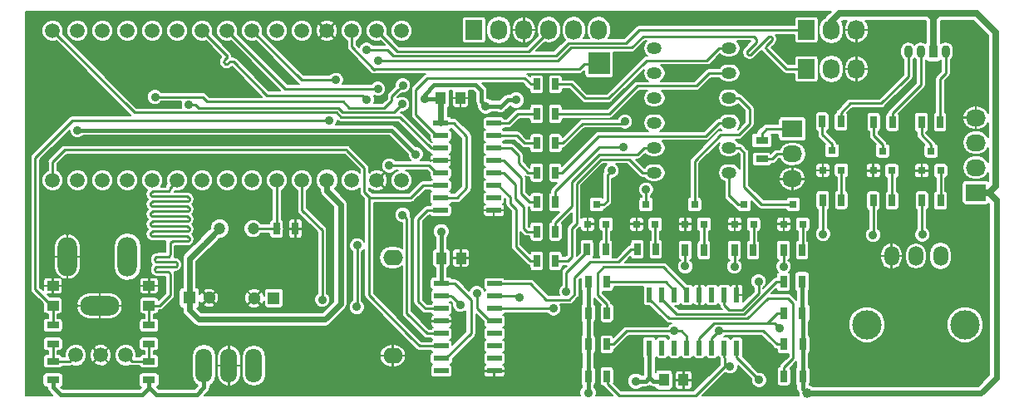
<source format=gbl>
G04 #@! TF.FileFunction,Copper,L2,Bot,Signal*
%FSLAX46Y46*%
G04 Gerber Fmt 4.6, Leading zero omitted, Abs format (unit mm)*
G04 Created by KiCad (PCBNEW 4.1.0-alpha+201607281302+6996~46~ubuntu14.04.1-product) date Sun Aug  7 01:59:30 2016*
%MOMM*%
%LPD*%
G01*
G04 APERTURE LIST*
%ADD10C,0.100000*%
%ADD11R,0.600000X1.500000*%
%ADD12R,1.500000X0.600000*%
%ADD13C,0.900000*%
%ADD14R,2.032000X1.727200*%
%ADD15O,2.032000X1.727200*%
%ADD16R,1.300000X0.700000*%
%ADD17R,0.700000X1.300000*%
%ADD18O,1.524000X1.200000*%
%ADD19O,1.500000X2.000000*%
%ADD20C,3.000000*%
%ADD21O,2.000000X1.600000*%
%ADD22O,2.000000X4.000000*%
%ADD23O,4.000000X2.000000*%
%ADD24O,0.900000X1.300000*%
%ADD25R,0.900000X1.300000*%
%ADD26R,1.000000X1.250000*%
%ADD27R,1.300000X1.300000*%
%ADD28C,1.300000*%
%ADD29R,2.235200X2.235200*%
%ADD30R,1.727200X2.032000*%
%ADD31O,1.727200X2.032000*%
%ADD32O,1.699260X3.500120*%
%ADD33C,1.500000*%
%ADD34C,1.200000*%
%ADD35R,0.800100X0.800100*%
%ADD36R,1.250000X1.000000*%
%ADD37C,1.000000*%
%ADD38C,0.254000*%
%ADD39C,0.711200*%
%ADD40C,0.609600*%
%ADD41C,0.406400*%
%ADD42C,0.203200*%
G04 APERTURE END LIST*
D10*
D11*
X174010000Y-69300000D03*
X175280000Y-69300000D03*
X176550000Y-69300000D03*
X177820000Y-69300000D03*
X179090000Y-69300000D03*
X180360000Y-69300000D03*
X181630000Y-69300000D03*
X182900000Y-69300000D03*
X182900000Y-74700000D03*
X181630000Y-74700000D03*
X180360000Y-74700000D03*
X179090000Y-74700000D03*
X177820000Y-74700000D03*
X176550000Y-74700000D03*
X175280000Y-74700000D03*
X174010000Y-74700000D03*
D12*
X158150000Y-51805000D03*
X158150000Y-53075000D03*
X158150000Y-54345000D03*
X158150000Y-55615000D03*
X158150000Y-56885000D03*
X158150000Y-58155000D03*
X158150000Y-59425000D03*
X158150000Y-60695000D03*
X152750000Y-60695000D03*
X152750000Y-59425000D03*
X152750000Y-58155000D03*
X152750000Y-56885000D03*
X152750000Y-55615000D03*
X152750000Y-54345000D03*
X152750000Y-53075000D03*
X152750000Y-51805000D03*
D13*
X137520000Y-75180000D03*
X176900000Y-76390000D03*
X154970000Y-51100000D03*
D14*
X188550000Y-52400000D03*
D15*
X188550000Y-54940000D03*
X188550000Y-57480000D03*
D16*
X185450000Y-53570000D03*
X185450000Y-55470000D03*
D13*
X156390000Y-57000000D03*
X131440000Y-69310000D03*
X154510000Y-62360000D03*
X154750000Y-72050000D03*
X147060000Y-61000000D03*
X151520000Y-62100000D03*
D17*
X167760000Y-77600000D03*
X169660000Y-77600000D03*
D13*
X161660000Y-75020000D03*
X169840000Y-75970000D03*
X154450000Y-55580000D03*
D18*
X174500000Y-44160000D03*
X174500000Y-46700000D03*
X174500000Y-49240000D03*
X174500000Y-51780000D03*
X174500000Y-54320000D03*
X174500000Y-56860000D03*
X182120000Y-44160000D03*
X182120000Y-46700000D03*
X182120000Y-49240000D03*
X182120000Y-51780000D03*
X182120000Y-54320000D03*
X182120000Y-56860000D03*
D12*
X158200000Y-68170000D03*
X158200000Y-69440000D03*
X158200000Y-70710000D03*
X158200000Y-71980000D03*
X158200000Y-73250000D03*
X158200000Y-74520000D03*
X158200000Y-75790000D03*
X158200000Y-77060000D03*
X152800000Y-77060000D03*
X152800000Y-75790000D03*
X152800000Y-74520000D03*
X152800000Y-73250000D03*
X152800000Y-71980000D03*
X152800000Y-70710000D03*
X152800000Y-69440000D03*
X152800000Y-68170000D03*
D19*
X201150000Y-65350000D03*
X203650000Y-65350000D03*
X198650000Y-65350000D03*
D20*
X206150000Y-72350000D03*
X196150000Y-72350000D03*
D21*
X147850000Y-65500000D03*
X147850000Y-75500000D03*
D22*
X120840000Y-65410000D03*
X114690000Y-65410000D03*
D23*
X117990000Y-70410000D03*
D24*
X201640000Y-44510000D03*
D25*
X202910000Y-44510000D03*
D24*
X200370000Y-44510000D03*
X204180000Y-44510000D03*
D26*
X152800000Y-65550000D03*
X154800000Y-65550000D03*
X152750000Y-49250000D03*
X154750000Y-49250000D03*
D27*
X135740000Y-69630000D03*
D28*
X133740000Y-69630000D03*
D27*
X127140000Y-69610000D03*
D28*
X129140000Y-69610000D03*
D29*
X168870000Y-45730000D03*
D30*
X190000000Y-46300000D03*
D31*
X192540000Y-46300000D03*
X195080000Y-46300000D03*
D30*
X190000000Y-42300000D03*
D31*
X192540000Y-42300000D03*
X195080000Y-42300000D03*
D14*
X207260000Y-58880000D03*
D15*
X207260000Y-56340000D03*
X207260000Y-53800000D03*
X207260000Y-51260000D03*
D30*
X156130000Y-42300000D03*
D31*
X158670000Y-42300000D03*
X161210000Y-42300000D03*
X163750000Y-42300000D03*
X166290000Y-42300000D03*
X168830000Y-42300000D03*
D17*
X169550000Y-64650000D03*
X167650000Y-64650000D03*
X164410000Y-50850000D03*
X162510000Y-50850000D03*
X164410000Y-56850000D03*
X162510000Y-56850000D03*
X164410000Y-62850000D03*
X162510000Y-62850000D03*
X174650000Y-64650000D03*
X172750000Y-64650000D03*
X164410000Y-47850000D03*
X162510000Y-47850000D03*
X164410000Y-53850000D03*
X162510000Y-53850000D03*
X164410000Y-59850000D03*
X162510000Y-59850000D03*
X164410000Y-65850000D03*
X162510000Y-65850000D03*
X179550000Y-64750000D03*
X177650000Y-64750000D03*
X184550000Y-64750000D03*
X182650000Y-64750000D03*
X189550000Y-64750000D03*
X187650000Y-64750000D03*
X203650000Y-59700000D03*
X201750000Y-59700000D03*
X193550000Y-59650000D03*
X191650000Y-59650000D03*
X198700000Y-59690000D03*
X196800000Y-59690000D03*
X203600000Y-51700000D03*
X201700000Y-51700000D03*
X193500000Y-51650000D03*
X191600000Y-51650000D03*
X198750000Y-51690000D03*
X196850000Y-51690000D03*
X137930000Y-62570000D03*
X136030000Y-62570000D03*
X187700000Y-77600000D03*
X189600000Y-77600000D03*
X189600000Y-74350000D03*
X187700000Y-74350000D03*
X187650000Y-67950000D03*
X189550000Y-67950000D03*
X189590000Y-71150000D03*
X187690000Y-71150000D03*
X169660000Y-67950000D03*
X167760000Y-67950000D03*
X167760000Y-74350000D03*
X169660000Y-74350000D03*
X169660000Y-71150000D03*
X167760000Y-71150000D03*
D32*
X131170000Y-76520000D03*
X133710000Y-76520000D03*
X128630000Y-76520000D03*
D33*
X148770000Y-42390000D03*
X146230000Y-42390000D03*
X143690000Y-42390000D03*
X141150000Y-42390000D03*
X138610000Y-42390000D03*
X136070000Y-42390000D03*
X133530000Y-42390000D03*
X130990000Y-42390000D03*
X128450000Y-42390000D03*
X125910000Y-42390000D03*
X123370000Y-42390000D03*
X120830000Y-42390000D03*
X118290000Y-42390000D03*
X115750000Y-42390000D03*
X113210000Y-42390000D03*
X113210000Y-57630000D03*
X115750000Y-57630000D03*
X118290000Y-57630000D03*
X120830000Y-57630000D03*
X123370000Y-57630000D03*
X125910000Y-57630000D03*
X128450000Y-57630000D03*
X130990000Y-57630000D03*
X133530000Y-57630000D03*
X136070000Y-57630000D03*
X138610000Y-57630000D03*
X141150000Y-57630000D03*
X143690000Y-57630000D03*
X146230000Y-57630000D03*
X148770000Y-57630000D03*
D34*
X130230000Y-62550000D03*
X133630000Y-62550000D03*
D35*
X169600000Y-62100760D03*
X167700000Y-62100760D03*
X168650000Y-60101780D03*
X174600000Y-62100760D03*
X172700000Y-62100760D03*
X173650000Y-60101780D03*
X179550000Y-62100760D03*
X177650000Y-62100760D03*
X178600000Y-60101780D03*
X184600000Y-62098980D03*
X182700000Y-62098980D03*
X183650000Y-60100000D03*
X189600000Y-62098980D03*
X187700000Y-62098980D03*
X188650000Y-60100000D03*
X203650000Y-56650000D03*
X201750000Y-56650000D03*
X202700000Y-54651020D03*
X193550000Y-56598980D03*
X191650000Y-56598980D03*
X192600000Y-54600000D03*
X198700000Y-56638980D03*
X196800000Y-56638980D03*
X197750000Y-54640000D03*
D26*
X175480000Y-77980000D03*
X177480000Y-77980000D03*
D13*
X185990000Y-76250000D03*
D33*
X120650000Y-75450000D03*
X118110000Y-75450000D03*
X115570000Y-75450000D03*
D36*
X113230000Y-70380000D03*
X113230000Y-68380000D03*
X123030000Y-70380000D03*
X123030000Y-68380000D03*
D16*
X113240000Y-77980000D03*
X113240000Y-76080000D03*
X113240000Y-74300000D03*
X113240000Y-72400000D03*
X123030000Y-77970000D03*
X123030000Y-76070000D03*
X123030000Y-74300000D03*
X123030000Y-72400000D03*
D13*
X172600024Y-78089362D03*
X167750671Y-79311138D03*
D37*
X190080400Y-79340000D03*
D13*
X151080000Y-49370000D03*
X157330000Y-50070000D03*
X160430000Y-49460000D03*
X152790000Y-62860000D03*
X165534121Y-68971858D03*
X154730000Y-70308894D03*
X160793682Y-69528692D03*
X177650000Y-66390000D03*
X156410402Y-69110941D03*
X187650000Y-66400000D03*
X150198931Y-54994240D03*
X115727784Y-52513442D03*
X146337209Y-45427789D03*
X146327401Y-48313634D03*
X145200000Y-49410000D03*
X145189667Y-44329428D03*
X170150000Y-56640000D03*
X173640000Y-58570000D03*
X148880000Y-47950000D03*
X123640000Y-49140000D03*
X127080000Y-49930000D03*
X148800000Y-49860000D03*
X171510000Y-51630000D03*
X164230000Y-70690000D03*
X182650000Y-66400000D03*
X201790311Y-63146617D03*
X191682639Y-63117341D03*
X196782061Y-63203071D03*
X181081891Y-72960000D03*
X176498628Y-72984357D03*
X140660000Y-69788696D03*
X147509467Y-56120742D03*
X142058574Y-47397553D03*
X148860849Y-61145072D03*
X141380000Y-51511803D03*
X185172565Y-77972041D03*
X185103539Y-67928032D03*
X144194154Y-70538676D03*
X144222584Y-64277416D03*
X171340000Y-54220000D03*
X182221071Y-76574213D03*
X187293281Y-72688776D03*
D38*
X155816055Y-69821660D02*
X154164395Y-68170000D01*
X153804000Y-68170000D02*
X152800000Y-68170000D01*
X154164395Y-68170000D02*
X153804000Y-68170000D01*
X155816055Y-73223945D02*
X155816055Y-69821660D01*
X153250000Y-75790000D02*
X155816055Y-73223945D01*
X152800000Y-75790000D02*
X153250000Y-75790000D01*
D39*
X202423590Y-40623590D02*
X203396410Y-40623590D01*
X203396410Y-40623590D02*
X203400000Y-40620000D01*
X207310000Y-40620000D02*
X203400000Y-40620000D01*
X203400000Y-40620000D02*
X202910000Y-41110000D01*
X202910000Y-44510000D02*
X202910000Y-41110000D01*
X202910000Y-41110000D02*
X202423590Y-40623590D01*
X193356410Y-40623590D02*
X192540000Y-41440000D01*
X202423590Y-40623590D02*
X193356410Y-40623590D01*
X192540000Y-41440000D02*
X192540000Y-42300000D01*
D40*
X130230000Y-62550000D02*
X129630001Y-63149999D01*
X129630001Y-63149999D02*
X129610001Y-63149999D01*
X129610001Y-63149999D02*
X128730000Y-64030000D01*
X128720000Y-64030000D02*
X127140000Y-65610000D01*
X128730000Y-64030000D02*
X128720000Y-64030000D01*
X127140000Y-65610000D02*
X127140000Y-69610000D01*
X129420000Y-71800000D02*
X128070400Y-71800000D01*
X128070400Y-71800000D02*
X127140000Y-70869600D01*
X127140000Y-70869600D02*
X127140000Y-69610000D01*
D41*
X173236420Y-78089362D02*
X172600024Y-78089362D01*
X174010000Y-77699600D02*
X173620238Y-78089362D01*
X173620238Y-78089362D02*
X173236420Y-78089362D01*
D39*
X207260000Y-58880000D02*
X208577200Y-58880000D01*
X208577200Y-58880000D02*
X208587200Y-58890000D01*
D38*
X185450000Y-52860000D02*
X185910000Y-52400000D01*
X185910000Y-52400000D02*
X188550000Y-52400000D01*
X185450000Y-53570000D02*
X185450000Y-52860000D01*
D41*
X167760000Y-67950000D02*
X167760000Y-71150000D01*
X167760000Y-71150000D02*
X167760000Y-74350000D01*
X167760000Y-74350000D02*
X167760000Y-77600000D01*
X167750671Y-79311138D02*
X167750671Y-77609329D01*
X167750671Y-77609329D02*
X167760000Y-77600000D01*
X174010000Y-77699600D02*
X174010000Y-74700000D01*
D38*
X152750000Y-59425000D02*
X153754000Y-59425000D01*
X155378638Y-58421362D02*
X155378638Y-53138638D01*
X153754000Y-59425000D02*
X153759000Y-59420000D01*
X153759000Y-59420000D02*
X154380000Y-59420000D01*
X154380000Y-59420000D02*
X155378638Y-58421362D01*
X154045000Y-51805000D02*
X152750000Y-51805000D01*
X155378638Y-53138638D02*
X154045000Y-51805000D01*
D40*
X129420000Y-71800000D02*
X129420000Y-71790000D01*
X140980000Y-71800000D02*
X129420000Y-71800000D01*
X142520000Y-70260000D02*
X140980000Y-71800000D01*
X142520000Y-60060660D02*
X142520000Y-70260000D01*
X141150000Y-57630000D02*
X141150000Y-58690660D01*
X141150000Y-58690660D02*
X142520000Y-60060660D01*
D41*
X151080000Y-49370000D02*
X152630000Y-49370000D01*
X152630000Y-49370000D02*
X152750000Y-49250000D01*
X189590000Y-71150000D02*
X189590000Y-67990000D01*
X189590000Y-67990000D02*
X189550000Y-67950000D01*
X189600000Y-74350000D02*
X189600000Y-71160000D01*
X189600000Y-71160000D02*
X189590000Y-71150000D01*
X189600000Y-77600000D02*
X189600000Y-74350000D01*
X167800000Y-77600000D02*
X167750671Y-77649329D01*
X189600000Y-77600000D02*
X189600000Y-78859600D01*
X189600000Y-78859600D02*
X190080400Y-79340000D01*
X152080000Y-47880000D02*
X151080000Y-48880000D01*
X151080000Y-48880000D02*
X151080000Y-49370000D01*
X156260000Y-47880000D02*
X152080000Y-47880000D01*
X156880001Y-48500001D02*
X156260000Y-47880000D01*
X157330000Y-50070000D02*
X156880001Y-49620001D01*
X156880001Y-49620001D02*
X156880001Y-48500001D01*
X158830000Y-50190000D02*
X158710000Y-50070000D01*
X158710000Y-50070000D02*
X157330000Y-50070000D01*
X159560000Y-49460000D02*
X158830000Y-50190000D01*
X160430000Y-49460000D02*
X159560000Y-49460000D01*
X152800000Y-65550000D02*
X152800000Y-62870000D01*
X152800000Y-62870000D02*
X152790000Y-62860000D01*
X127870000Y-79500000D02*
X128630000Y-78740000D01*
X128630000Y-78740000D02*
X128630000Y-76520000D01*
X123790000Y-79500000D02*
X127870000Y-79500000D01*
X123070000Y-78780000D02*
X123790000Y-79500000D01*
X123030000Y-78780000D02*
X123070000Y-78780000D01*
X122300000Y-79510000D02*
X123030000Y-78780000D01*
X123030000Y-78780000D02*
X123030000Y-77970000D01*
X114013600Y-79510000D02*
X122300000Y-79510000D01*
X113240000Y-77980000D02*
X113240000Y-78736400D01*
X113240000Y-78736400D02*
X114013600Y-79510000D01*
D40*
X209330000Y-59670000D02*
X209330000Y-77760000D01*
X209330000Y-77760000D02*
X207750000Y-79340000D01*
X207750000Y-79340000D02*
X190080400Y-79340000D01*
D39*
X208587200Y-58927200D02*
X209330000Y-59670000D01*
X208587200Y-58890000D02*
X208587200Y-58927200D01*
X209280000Y-42590000D02*
X209280000Y-58197200D01*
X207310000Y-40620000D02*
X209280000Y-42590000D01*
X209280000Y-58197200D02*
X208587200Y-58890000D01*
D41*
X189600000Y-68000000D02*
X189550000Y-67950000D01*
X174000000Y-77709600D02*
X174010000Y-77699600D01*
X175500000Y-78100000D02*
X174390400Y-78100000D01*
X174390400Y-78100000D02*
X174000000Y-77709600D01*
X152800000Y-65550000D02*
X152800000Y-68170000D01*
D40*
X152750000Y-49250000D02*
X152750000Y-51805000D01*
D38*
X165534121Y-67065879D02*
X165534121Y-68335462D01*
X165534121Y-68335462D02*
X165534121Y-68971858D01*
X167650000Y-64950000D02*
X165534121Y-67065879D01*
X167650000Y-64650000D02*
X167650000Y-64950000D01*
X153814000Y-69450000D02*
X153871106Y-69450000D01*
X153871106Y-69450000D02*
X154730000Y-70308894D01*
X152800000Y-69440000D02*
X153804000Y-69440000D01*
X153804000Y-69440000D02*
X153814000Y-69450000D01*
X152790000Y-69450000D02*
X152800000Y-69440000D01*
X158200000Y-68170000D02*
X161865817Y-68170000D01*
X161865817Y-68170000D02*
X163488535Y-69792718D01*
X163488535Y-69792718D02*
X165847630Y-69792718D01*
X166370000Y-67552758D02*
X167962758Y-65960000D01*
X165847630Y-69792718D02*
X166370000Y-69270348D01*
X167962758Y-65960000D02*
X170836000Y-65960000D01*
X166370000Y-69270348D02*
X166370000Y-67552758D01*
X170836000Y-65960000D02*
X172146000Y-64650000D01*
X172146000Y-64650000D02*
X172750000Y-64650000D01*
X158200000Y-69440000D02*
X160704990Y-69440000D01*
X160704990Y-69440000D02*
X160793682Y-69528692D01*
X177650000Y-64750000D02*
X177650000Y-66390000D01*
X156410402Y-70640402D02*
X156410402Y-69747337D01*
X157750000Y-71980000D02*
X156410402Y-70640402D01*
X158200000Y-71980000D02*
X157750000Y-71980000D01*
X156410402Y-69747337D02*
X156410402Y-69110941D01*
X187650000Y-64750000D02*
X187650000Y-66400000D01*
X201640000Y-44510000D02*
X201640000Y-47896000D01*
X201640000Y-47896000D02*
X198750000Y-50786000D01*
X198750000Y-50786000D02*
X198750000Y-51690000D01*
X200370000Y-44510000D02*
X200370000Y-47040000D01*
X200370000Y-47040000D02*
X199780000Y-47630000D01*
X197630000Y-49780000D02*
X199780000Y-47630000D01*
X194466000Y-49780000D02*
X197630000Y-49780000D01*
X193500000Y-51650000D02*
X193500000Y-50746000D01*
X193500000Y-50746000D02*
X194466000Y-49780000D01*
X203590000Y-47310000D02*
X203590000Y-48200000D01*
X204180000Y-44510000D02*
X204180000Y-46720000D01*
X204180000Y-46720000D02*
X203590000Y-47310000D01*
X203590000Y-48200000D02*
X203600000Y-48210000D01*
X203600000Y-51700000D02*
X203600000Y-48210000D01*
X188650000Y-60100000D02*
X185430000Y-60100000D01*
X185430000Y-60100000D02*
X183660000Y-58330000D01*
X183660000Y-58330000D02*
X183660000Y-54800000D01*
X183660000Y-54800000D02*
X183180000Y-54320000D01*
X183180000Y-54320000D02*
X182120000Y-54320000D01*
X182995950Y-60100000D02*
X182140000Y-59244050D01*
X182120000Y-56860000D02*
X182120000Y-59224050D01*
X182120000Y-59224050D02*
X182140000Y-59244050D01*
X183650000Y-60100000D02*
X182995950Y-60100000D01*
D41*
X147718133Y-52513442D02*
X149748932Y-54544241D01*
X149748932Y-54544241D02*
X150198931Y-54994240D01*
X115727784Y-52513442D02*
X147718133Y-52513442D01*
D38*
X166848602Y-46320202D02*
X167378804Y-45790000D01*
X167378804Y-45790000D02*
X168830000Y-45790000D01*
X143690000Y-44033641D02*
X143690000Y-43450660D01*
X166848602Y-46320202D02*
X145996157Y-46320202D01*
X145996157Y-46320202D02*
X145986359Y-46330000D01*
X145986359Y-46330000D02*
X143690000Y-44033641D01*
X143690000Y-43450660D02*
X143690000Y-42390000D01*
X146337209Y-45427789D02*
X164662211Y-45427789D01*
X185930028Y-44287628D02*
X187942400Y-46300000D01*
X183948627Y-44676337D02*
X183973305Y-44727582D01*
X164662211Y-45427789D02*
X165970000Y-44120000D01*
X165970000Y-44120000D02*
X172170000Y-44120000D01*
X172170000Y-44120000D02*
X173336563Y-42953437D01*
X183935970Y-44620885D02*
X183948627Y-44676337D01*
X183973305Y-44457310D02*
X183948627Y-44508555D01*
X184104482Y-44832192D02*
X184159934Y-44844848D01*
X185857230Y-44079584D02*
X185857230Y-44136462D01*
X183935970Y-44564007D02*
X183935970Y-44620885D01*
X173336563Y-42953437D02*
X184595837Y-42953437D01*
X184595837Y-42953437D02*
X184852400Y-43210000D01*
X184912541Y-43473496D02*
X184887862Y-43524741D01*
X184852400Y-43569210D02*
X184008768Y-44412841D01*
X184008768Y-44412841D02*
X183973305Y-44457310D01*
X184852400Y-43210000D02*
X184887862Y-43254468D01*
X184887862Y-43254468D02*
X184912541Y-43305714D01*
X184925197Y-43361166D02*
X184925197Y-43418044D01*
X186359748Y-42983634D02*
X186410992Y-43008311D01*
X186191966Y-42983634D02*
X186247417Y-42970976D01*
X184912541Y-43305714D02*
X184925197Y-43361166D01*
X186528259Y-43251819D02*
X186515603Y-43307271D01*
X184925197Y-43418044D02*
X184912541Y-43473496D01*
X184008768Y-44772051D02*
X184053236Y-44807513D01*
X184887862Y-43524741D02*
X184852400Y-43569210D01*
X187942400Y-46300000D02*
X189060000Y-46300000D01*
X183948627Y-44508555D02*
X183935970Y-44564007D01*
X184272264Y-44832192D02*
X184323509Y-44807513D01*
X183973305Y-44727582D02*
X184008768Y-44772051D01*
X184053236Y-44807513D02*
X184104482Y-44832192D01*
X184323509Y-44807513D02*
X184367978Y-44772051D01*
X184159934Y-44844848D02*
X184216812Y-44844848D01*
X186140720Y-43008311D02*
X186191966Y-42983634D01*
X184216812Y-44844848D02*
X184272264Y-44832192D01*
X184367978Y-44772051D02*
X186096253Y-43043776D01*
X186455461Y-43043774D02*
X186490923Y-43088242D01*
X186096253Y-43043776D02*
X186140720Y-43008311D01*
X186247417Y-42970976D02*
X186304295Y-42970976D01*
X186490923Y-43088242D02*
X186515603Y-43139489D01*
X186304295Y-42970976D02*
X186359748Y-42983634D01*
X185869886Y-44191913D02*
X185894565Y-44243159D01*
X186410992Y-43008311D02*
X186455461Y-43043774D01*
X186515603Y-43139489D02*
X186528259Y-43194941D01*
X186528259Y-43194941D02*
X186528259Y-43251819D01*
X186515603Y-43307271D02*
X186490924Y-43358516D01*
X186490924Y-43358516D02*
X186455461Y-43402984D01*
X185894565Y-43972887D02*
X185869886Y-44024131D01*
X186455461Y-43402984D02*
X185930028Y-43928418D01*
X185930028Y-43928418D02*
X185894565Y-43972887D01*
X185869886Y-44024131D02*
X185857230Y-44079584D01*
X185857230Y-44136462D02*
X185869886Y-44191913D01*
X185894565Y-44243159D02*
X185930028Y-44287628D01*
X189060000Y-46300000D02*
X190000000Y-46300000D01*
X145691005Y-48313634D02*
X146327401Y-48313634D01*
X136913634Y-48313634D02*
X145691005Y-48313634D01*
X130990000Y-42390000D02*
X136913634Y-48313634D01*
X128450000Y-42390000D02*
X130900000Y-44840000D01*
X131410376Y-45485622D02*
X131467254Y-45485622D01*
X131573951Y-45522957D02*
X131618420Y-45558420D01*
X130900000Y-44840000D02*
X130935462Y-44884468D01*
X130723108Y-45376101D02*
X130687645Y-45420570D01*
X130935462Y-44884468D02*
X130960141Y-44935714D01*
X130650310Y-45527268D02*
X130650310Y-45584146D01*
X131522705Y-45498278D02*
X131573951Y-45522957D01*
X130960141Y-44935714D02*
X130972797Y-44991166D01*
X130900000Y-45199210D02*
X130723108Y-45376101D01*
X130972797Y-44991166D02*
X130972797Y-45048044D01*
X130960141Y-45103496D02*
X130935462Y-45154741D01*
X130972797Y-45048044D02*
X130960141Y-45103496D01*
X130687645Y-45690843D02*
X130723108Y-45735312D01*
X130935462Y-45154741D02*
X130900000Y-45199210D01*
X130650310Y-45584146D02*
X130662966Y-45639597D01*
X130687645Y-45420570D02*
X130662966Y-45471816D01*
X130662966Y-45471816D02*
X130650310Y-45527268D01*
X131303678Y-45522957D02*
X131354924Y-45498278D01*
X130662966Y-45639597D02*
X130687645Y-45690843D01*
X130723108Y-45735312D02*
X130767576Y-45770774D01*
X130767576Y-45770774D02*
X130818822Y-45795453D01*
X130818822Y-45795453D02*
X130874274Y-45808109D01*
X130874274Y-45808109D02*
X130931152Y-45808109D01*
X130931152Y-45808109D02*
X130986604Y-45795453D01*
X135020001Y-48960001D02*
X144750001Y-48960001D01*
X130986604Y-45795453D02*
X131037849Y-45770774D01*
X131037849Y-45770774D02*
X131082318Y-45735312D01*
X131082318Y-45735312D02*
X131259209Y-45558420D01*
X131259209Y-45558420D02*
X131303678Y-45522957D01*
X131354924Y-45498278D02*
X131410376Y-45485622D01*
X131467254Y-45485622D02*
X131522705Y-45498278D01*
X131618420Y-45558420D02*
X135020001Y-48960001D01*
X144750001Y-48960001D02*
X145200000Y-49410000D01*
X145189667Y-44329428D02*
X147289428Y-44329428D01*
X172960000Y-42300000D02*
X189060000Y-42300000D01*
X147289428Y-44329428D02*
X147890000Y-44930000D01*
X189060000Y-42300000D02*
X190000000Y-42300000D01*
X147890000Y-44930000D02*
X164473408Y-44930000D01*
X164473408Y-44930000D02*
X165740619Y-43662789D01*
X165740619Y-43662789D02*
X171597211Y-43662789D01*
X171597211Y-43662789D02*
X172960000Y-42300000D01*
X125910000Y-57630000D02*
X125160001Y-58379999D01*
X127153633Y-59592520D02*
X127134848Y-59646206D01*
X123215415Y-62234366D02*
X123255634Y-62274585D01*
X125856964Y-66037633D02*
X125887225Y-66085793D01*
X125160001Y-58379999D02*
X125160001Y-58520000D01*
X123160001Y-61060000D02*
X123166369Y-61116520D01*
X123632777Y-66593793D02*
X123613992Y-66647479D01*
X123414001Y-59282000D02*
X126906001Y-59282000D01*
X123414001Y-60298000D02*
X126906001Y-60298000D01*
X125160001Y-58520000D02*
X125153632Y-58576520D01*
X123166369Y-61003479D02*
X123160001Y-61060000D01*
X123357480Y-61307631D02*
X123414001Y-61314000D01*
X123185154Y-60154206D02*
X123215415Y-60202366D01*
X127016208Y-62355153D02*
X127064368Y-62385414D01*
X123160001Y-59028000D02*
X123166369Y-59084520D01*
X127064368Y-59734585D02*
X127016208Y-59764846D01*
X125134847Y-67101793D02*
X125153632Y-67155479D01*
X127160001Y-60552000D02*
X127153633Y-60608520D01*
X125153632Y-58576520D02*
X125134847Y-58630206D01*
X125160001Y-65180000D02*
X125153632Y-65236520D01*
X124906001Y-58774000D02*
X123414001Y-58774000D01*
X127064368Y-63401414D02*
X127104587Y-63441633D01*
X125134847Y-65290206D02*
X125104586Y-65338366D01*
X123663038Y-66862366D02*
X123703257Y-66902585D01*
X125134847Y-58630206D02*
X125104586Y-58678366D01*
X123215415Y-61917633D02*
X123185154Y-61965793D01*
X123215415Y-60202366D02*
X123255634Y-60242585D01*
X127134848Y-63710206D02*
X127104587Y-63758366D01*
X123703257Y-65489414D02*
X123663038Y-65529633D01*
X123607624Y-65688000D02*
X123613992Y-65744520D01*
X123255634Y-58829414D02*
X123215415Y-58869633D01*
X125357481Y-63860368D02*
X125303795Y-63879153D01*
X125160001Y-67212000D02*
X125160001Y-69339999D01*
X123215415Y-59186366D02*
X123255634Y-59226585D01*
X127064368Y-63798585D02*
X127016208Y-63828846D01*
X124962521Y-58767631D02*
X124906001Y-58774000D01*
X125104586Y-58678366D02*
X125064367Y-58718585D01*
X123357480Y-58780368D02*
X123303794Y-58799153D01*
X123663038Y-65529633D02*
X123632777Y-65577793D01*
X127104587Y-59377633D02*
X127134848Y-59425793D01*
X123185154Y-58917793D02*
X123166369Y-58971479D01*
X125064367Y-58718585D02*
X125016207Y-58748846D01*
X126962522Y-59288368D02*
X127016208Y-59307153D01*
X125016207Y-58748846D02*
X124962521Y-58767631D01*
X123805103Y-66951631D02*
X123861624Y-66958000D01*
X123160001Y-60044000D02*
X123166369Y-60100520D01*
X127134848Y-59425793D02*
X127153633Y-59479479D01*
X123303794Y-58799153D02*
X123255634Y-58829414D01*
X127134848Y-62473793D02*
X127153633Y-62527479D01*
X123414001Y-58774000D02*
X123357480Y-58780368D01*
X123703257Y-66505414D02*
X123663038Y-66545633D01*
X123166369Y-62132520D02*
X123185154Y-62186206D01*
X123357480Y-59275631D02*
X123414001Y-59282000D01*
X123185154Y-62981793D02*
X123166369Y-63035479D01*
X127153633Y-59479479D02*
X127160001Y-59536000D01*
X123166369Y-59987479D02*
X123160001Y-60044000D01*
X123215415Y-58869633D02*
X123185154Y-58917793D01*
X126906001Y-59282000D02*
X126962522Y-59288368D01*
X123166369Y-58971479D02*
X123160001Y-59028000D01*
X127016208Y-59307153D02*
X127064368Y-59337414D01*
X123166369Y-59084520D02*
X123185154Y-59138206D01*
X123414001Y-59790000D02*
X123357480Y-59796368D01*
X123166369Y-60100520D02*
X123185154Y-60154206D01*
X123185154Y-62186206D02*
X123215415Y-62234366D01*
X123185154Y-59138206D02*
X123215415Y-59186366D01*
X126906001Y-59790000D02*
X123414001Y-59790000D01*
X126962522Y-60304368D02*
X127016208Y-60323153D01*
X123255634Y-59226585D02*
X123303794Y-59256846D01*
X127160001Y-59536000D02*
X127153633Y-59592520D01*
X127134848Y-60441793D02*
X127153633Y-60495479D01*
X123166369Y-62019479D02*
X123160001Y-62076000D01*
X123303794Y-59256846D02*
X123357480Y-59275631D01*
X127064368Y-59337414D02*
X127104587Y-59377633D01*
X127134848Y-59646206D02*
X127104587Y-59694366D01*
X123255634Y-59845414D02*
X123215415Y-59885633D01*
X127104587Y-59694366D02*
X127064368Y-59734585D01*
X126962522Y-63352368D02*
X127016208Y-63371153D01*
X126906001Y-61314000D02*
X126962522Y-61320368D01*
X127064368Y-60750585D02*
X127016208Y-60780846D01*
X127016208Y-59764846D02*
X126962522Y-59783631D01*
X123357480Y-61828368D02*
X123303794Y-61847153D01*
X123166369Y-61116520D02*
X123185154Y-61170206D01*
X126962522Y-63847631D02*
X126906001Y-63854000D01*
X125153632Y-65236520D02*
X125134847Y-65290206D01*
X126962522Y-59783631D02*
X126906001Y-59790000D01*
X125104586Y-65338366D02*
X125064367Y-65378585D01*
X123357480Y-59796368D02*
X123303794Y-59815153D01*
X123357480Y-60291631D02*
X123414001Y-60298000D01*
X123303794Y-59815153D02*
X123255634Y-59845414D01*
X123632777Y-65798206D02*
X123663038Y-65846366D01*
X127016208Y-60323153D02*
X127064368Y-60353414D01*
X123663038Y-65846366D02*
X123703257Y-65886585D01*
X127153633Y-62527479D02*
X127160001Y-62584000D01*
X123805103Y-66456368D02*
X123751417Y-66475153D01*
X125104586Y-67053633D02*
X125134847Y-67101793D01*
X123215415Y-59885633D02*
X123185154Y-59933793D01*
X123185154Y-59933793D02*
X123166369Y-59987479D01*
X123255634Y-60242585D02*
X123303794Y-60272846D01*
X123303794Y-60272846D02*
X123357480Y-60291631D01*
X126906001Y-60298000D02*
X126962522Y-60304368D01*
X127064368Y-60353414D02*
X127104587Y-60393633D01*
X126906001Y-60806000D02*
X123414001Y-60806000D01*
X125658378Y-65942000D02*
X125714899Y-65948368D01*
X127104587Y-60393633D02*
X127134848Y-60441793D01*
X125887225Y-66085793D02*
X125906010Y-66139479D01*
X127153633Y-60495479D02*
X127160001Y-60552000D01*
X127153633Y-60608520D02*
X127134848Y-60662206D01*
X125714899Y-65948368D02*
X125768585Y-65967153D01*
X127134848Y-60662206D02*
X127104587Y-60710366D01*
X123215415Y-61218366D02*
X123255634Y-61258585D01*
X127104587Y-60710366D02*
X127064368Y-60750585D01*
X124906001Y-65434000D02*
X123861624Y-65434000D01*
X125658378Y-66450000D02*
X123861624Y-66450000D01*
X127016208Y-60780846D02*
X126962522Y-60799631D01*
X126962522Y-60799631D02*
X126906001Y-60806000D01*
X123414001Y-60806000D02*
X123357480Y-60812368D01*
X125064367Y-67013414D02*
X125104586Y-67053633D01*
X123357480Y-60812368D02*
X123303794Y-60831153D01*
X123215415Y-62933633D02*
X123185154Y-62981793D01*
X123861624Y-66450000D02*
X123805103Y-66456368D01*
X123185154Y-60949793D02*
X123166369Y-61003479D01*
X123303794Y-60831153D02*
X123255634Y-60861414D01*
X123255634Y-62274585D02*
X123303794Y-62304846D01*
X123255634Y-60861414D02*
X123215415Y-60901633D01*
X127153633Y-61511479D02*
X127160001Y-61568000D01*
X123215415Y-60901633D02*
X123185154Y-60949793D01*
X123255634Y-61877414D02*
X123215415Y-61917633D01*
X123357480Y-62844368D02*
X123303794Y-62863153D01*
X123185154Y-61170206D02*
X123215415Y-61218366D01*
X123255634Y-61258585D02*
X123303794Y-61288846D01*
X123303794Y-61288846D02*
X123357480Y-61307631D01*
X123414001Y-61314000D02*
X126906001Y-61314000D01*
X126962522Y-61320368D02*
X127016208Y-61339153D01*
X125912378Y-66196000D02*
X125906010Y-66252520D01*
X127104587Y-61409633D02*
X127134848Y-61457793D01*
X127016208Y-61339153D02*
X127064368Y-61369414D01*
X125816745Y-65997414D02*
X125856964Y-66037633D01*
X127064368Y-61369414D02*
X127104587Y-61409633D01*
X127134848Y-61457793D02*
X127153633Y-61511479D01*
X127160001Y-61568000D02*
X127153633Y-61624520D01*
X127153633Y-61624520D02*
X127134848Y-61678206D01*
X127104587Y-62425633D02*
X127134848Y-62473793D01*
X127134848Y-61678206D02*
X127104587Y-61726366D01*
X123703257Y-65886585D02*
X123751417Y-65916846D01*
X127104587Y-61726366D02*
X127064368Y-61766585D01*
X123805103Y-65935631D02*
X123861624Y-65942000D01*
X127064368Y-61766585D02*
X127016208Y-61796846D01*
X127016208Y-61796846D02*
X126962522Y-61815631D01*
X127104587Y-63758366D02*
X127064368Y-63798585D01*
X127064368Y-62782585D02*
X127016208Y-62812846D01*
X126962522Y-61815631D02*
X126906001Y-61822000D01*
X123805103Y-65440368D02*
X123751417Y-65459153D01*
X125906010Y-66252520D02*
X125887225Y-66306206D01*
X126906001Y-61822000D02*
X123414001Y-61822000D01*
X125160001Y-69339999D02*
X124120000Y-70380000D01*
X123357480Y-62323631D02*
X123414001Y-62330000D01*
X123414001Y-61822000D02*
X123357480Y-61828368D01*
X125016207Y-65408846D02*
X124962521Y-65427631D01*
X123303794Y-61847153D02*
X123255634Y-61877414D01*
X123185154Y-61965793D02*
X123166369Y-62019479D01*
X123160001Y-62076000D02*
X123166369Y-62132520D01*
X123303794Y-62304846D02*
X123357480Y-62323631D01*
X123414001Y-62330000D02*
X126906001Y-62330000D01*
X126962522Y-62336368D02*
X127016208Y-62355153D01*
X124120000Y-70380000D02*
X123030000Y-70380000D01*
X126906001Y-62330000D02*
X126962522Y-62336368D01*
X127064368Y-62385414D02*
X127104587Y-62425633D01*
X127160001Y-62584000D02*
X127153633Y-62640520D01*
X123303794Y-62863153D02*
X123255634Y-62893414D01*
X123632777Y-66814206D02*
X123663038Y-66862366D01*
X127153633Y-62640520D02*
X127134848Y-62694206D01*
X127104587Y-62742366D02*
X127064368Y-62782585D01*
X127134848Y-62694206D02*
X127104587Y-62742366D01*
X127016208Y-62812846D02*
X126962522Y-62831631D01*
X126962522Y-62831631D02*
X126906001Y-62838000D01*
X126906001Y-62838000D02*
X123414001Y-62838000D01*
X123414001Y-62838000D02*
X123357480Y-62844368D01*
X123255634Y-62893414D02*
X123215415Y-62933633D01*
X123166369Y-63035479D02*
X123160001Y-63092000D01*
X123861624Y-65434000D02*
X123805103Y-65440368D01*
X123703257Y-66902585D02*
X123751417Y-66932846D01*
X123160001Y-63092000D02*
X123166369Y-63148520D01*
X123166369Y-63148520D02*
X123185154Y-63202206D01*
X123185154Y-63202206D02*
X123215415Y-63250366D01*
X123215415Y-63250366D02*
X123255634Y-63290585D01*
X127016208Y-63371153D02*
X127064368Y-63401414D01*
X123751417Y-65459153D02*
X123703257Y-65489414D01*
X123255634Y-63290585D02*
X123303794Y-63320846D01*
X123751417Y-66475153D02*
X123703257Y-66505414D01*
X123303794Y-63320846D02*
X123357480Y-63339631D01*
X123357480Y-63339631D02*
X123414001Y-63346000D01*
X123414001Y-63346000D02*
X126906001Y-63346000D01*
X126906001Y-63346000D02*
X126962522Y-63352368D01*
X127104587Y-63441633D02*
X127134848Y-63489793D01*
X127134848Y-63489793D02*
X127153633Y-63543479D01*
X127153633Y-63543479D02*
X127160001Y-63600000D01*
X127160001Y-63600000D02*
X127153633Y-63656520D01*
X127153633Y-63656520D02*
X127134848Y-63710206D01*
X127016208Y-63828846D02*
X126962522Y-63847631D01*
X126906001Y-63854000D02*
X125414001Y-63854000D01*
X125414001Y-63854000D02*
X125357481Y-63860368D01*
X124906001Y-66958000D02*
X124962521Y-66964368D01*
X125303795Y-63879153D02*
X125255635Y-63909414D01*
X125255635Y-63909414D02*
X125215416Y-63949633D01*
X125215416Y-63949633D02*
X125185155Y-63997793D01*
X123861624Y-66958000D02*
X124906001Y-66958000D01*
X125185155Y-63997793D02*
X125166370Y-64051479D01*
X125166370Y-64051479D02*
X125160001Y-64108000D01*
X125160001Y-64108000D02*
X125160001Y-65180000D01*
X125064367Y-65378585D02*
X125016207Y-65408846D01*
X124962521Y-65427631D02*
X124906001Y-65434000D01*
X125153632Y-67155479D02*
X125160001Y-67212000D01*
X123632777Y-65577793D02*
X123613992Y-65631479D01*
X123613992Y-65631479D02*
X123607624Y-65688000D01*
X123613992Y-65744520D02*
X123632777Y-65798206D01*
X123613992Y-66760520D02*
X123632777Y-66814206D01*
X124962521Y-66964368D02*
X125016207Y-66983153D01*
X123751417Y-65916846D02*
X123805103Y-65935631D01*
X123861624Y-65942000D02*
X125658378Y-65942000D01*
X125856964Y-66354366D02*
X125816745Y-66394585D01*
X125768585Y-65967153D02*
X125816745Y-65997414D01*
X123607624Y-66704000D02*
X123613992Y-66760520D01*
X125906010Y-66139479D02*
X125912378Y-66196000D01*
X125887225Y-66306206D02*
X125856964Y-66354366D01*
X125816745Y-66394585D02*
X125768585Y-66424846D01*
X125768585Y-66424846D02*
X125714899Y-66443631D01*
X125714899Y-66443631D02*
X125658378Y-66450000D01*
X123663038Y-66545633D02*
X123632777Y-66593793D01*
X123613992Y-66647479D02*
X123607624Y-66704000D01*
X123751417Y-66932846D02*
X123805103Y-66951631D01*
X125016207Y-66983153D02*
X125064367Y-67013414D01*
X123030000Y-72400000D02*
X123030000Y-70380000D01*
X163750000Y-42452400D02*
X163750000Y-42300000D01*
X161729611Y-44472789D02*
X163750000Y-42452400D01*
X148312789Y-44472789D02*
X161729611Y-44472789D01*
X146230000Y-42390000D02*
X148312789Y-44472789D01*
X170150000Y-56640000D02*
X169700001Y-57089999D01*
X169700001Y-57089999D02*
X169700001Y-59705829D01*
X169304050Y-60101780D02*
X168650000Y-60101780D01*
X169700001Y-59705829D02*
X169304050Y-60101780D01*
X173650000Y-60101780D02*
X173650000Y-58580000D01*
X173650000Y-58580000D02*
X173640000Y-58570000D01*
X181270000Y-53010000D02*
X178600000Y-55680000D01*
X178600000Y-55680000D02*
X178600000Y-60101780D01*
X183100000Y-53010000D02*
X181270000Y-53010000D01*
X184210000Y-51900000D02*
X183100000Y-53010000D01*
X184210000Y-50314000D02*
X184210000Y-51900000D01*
X182120000Y-49240000D02*
X183136000Y-49240000D01*
X183136000Y-49240000D02*
X184210000Y-50314000D01*
X203650000Y-59700000D02*
X203650000Y-58796000D01*
X203650000Y-58796000D02*
X203650000Y-56650000D01*
X193550000Y-59650000D02*
X193550000Y-58746000D01*
X193550000Y-58746000D02*
X193550000Y-56598980D01*
X198700000Y-59690000D02*
X198700000Y-56638980D01*
X128960000Y-49630000D02*
X128470000Y-49140000D01*
X148430001Y-48409999D02*
X147740000Y-49100000D01*
X148880000Y-47950000D02*
X148430001Y-48399999D01*
X148430001Y-48399999D02*
X148430001Y-48409999D01*
X142820000Y-49630000D02*
X128960000Y-49630000D01*
X143440000Y-50250000D02*
X142820000Y-49630000D01*
X146990000Y-50250000D02*
X143440000Y-50250000D01*
X147740000Y-49100000D02*
X147740000Y-49500000D01*
X128470000Y-49140000D02*
X123640000Y-49140000D01*
X147740000Y-49500000D02*
X146990000Y-50250000D01*
X142284500Y-50271093D02*
X128057489Y-50271093D01*
X142720618Y-50707211D02*
X142284500Y-50271093D01*
X127716396Y-49930000D02*
X127080000Y-49930000D01*
X147952789Y-50707211D02*
X142720618Y-50707211D01*
X148800000Y-49860000D02*
X147952789Y-50707211D01*
X128057489Y-50271093D02*
X127716396Y-49930000D01*
X151376970Y-47244989D02*
X161310000Y-47244989D01*
X162510000Y-47850000D02*
X161906000Y-47850000D01*
X161906000Y-47850000D02*
X161310000Y-47254000D01*
X161310000Y-47254000D02*
X161310000Y-47244989D01*
X150198198Y-50973198D02*
X150198198Y-48423761D01*
X150198198Y-48423761D02*
X151376970Y-47244989D01*
X152300000Y-53075000D02*
X150198198Y-50973198D01*
X152750000Y-53075000D02*
X152300000Y-53075000D01*
X164410000Y-50850000D02*
X169900000Y-50850000D01*
X169900000Y-50850000D02*
X172749823Y-48000177D01*
X172749823Y-48000177D02*
X178769823Y-48000177D01*
X178769823Y-48000177D02*
X180070000Y-46700000D01*
X180070000Y-46700000D02*
X182120000Y-46700000D01*
X159620000Y-51810000D02*
X160590000Y-50840000D01*
X160600000Y-50850000D02*
X162510000Y-50850000D01*
X162510000Y-50850000D02*
X161900000Y-50850000D01*
X158605000Y-51810000D02*
X159620000Y-51810000D01*
X158150000Y-51805000D02*
X158600000Y-51805000D01*
X158600000Y-51805000D02*
X158605000Y-51810000D01*
X164410000Y-53850000D02*
X165014000Y-53850000D01*
X165014000Y-53850000D02*
X165023970Y-53859970D01*
X165023970Y-53859970D02*
X165170987Y-53859970D01*
X165170987Y-53859970D02*
X167190957Y-51840000D01*
X167190957Y-51840000D02*
X171300000Y-51840000D01*
X171300000Y-51840000D02*
X171510000Y-51630000D01*
X162510000Y-53850000D02*
X161260000Y-53850000D01*
X161260000Y-53850000D02*
X160470000Y-53060000D01*
X160470000Y-53060000D02*
X159169000Y-53060000D01*
X159169000Y-53060000D02*
X159154000Y-53075000D01*
X159154000Y-53075000D02*
X158150000Y-53075000D01*
X164410000Y-56850000D02*
X165099573Y-56850000D01*
X165099573Y-56850000D02*
X165299573Y-56650000D01*
X165299573Y-56650000D02*
X165300626Y-56650000D01*
X165300626Y-56650000D02*
X168830626Y-53120000D01*
X181104000Y-51780000D02*
X182120000Y-51780000D01*
X168830626Y-53120000D02*
X179764000Y-53120000D01*
X179764000Y-53120000D02*
X181104000Y-51780000D01*
X162510000Y-56850000D02*
X161640000Y-56850000D01*
X160660000Y-55070000D02*
X159930000Y-54340000D01*
X159159000Y-54340000D02*
X159154000Y-54345000D01*
X161640000Y-56850000D02*
X160660000Y-55870000D01*
X160660000Y-55870000D02*
X160660000Y-55070000D01*
X159154000Y-54345000D02*
X158150000Y-54345000D01*
X159930000Y-54340000D02*
X159159000Y-54340000D01*
X162510000Y-59850000D02*
X161770000Y-59850000D01*
X161770000Y-59850000D02*
X160920000Y-59000000D01*
X160920000Y-59000000D02*
X160920000Y-57381000D01*
X160920000Y-57381000D02*
X159154000Y-55615000D01*
X159154000Y-55615000D02*
X158150000Y-55615000D01*
X164410000Y-62850000D02*
X164410000Y-61946000D01*
X164410000Y-61946000D02*
X166112789Y-60243211D01*
X168850618Y-55022789D02*
X172781211Y-55022789D01*
X166112789Y-60243211D02*
X166112789Y-57760618D01*
X166112789Y-57760618D02*
X168850618Y-55022789D01*
X172781211Y-55022789D02*
X173484000Y-54320000D01*
X173484000Y-54320000D02*
X174500000Y-54320000D01*
X158150000Y-56885000D02*
X159154000Y-56885000D01*
X159154000Y-56885000D02*
X160340000Y-58071000D01*
X161190000Y-62530000D02*
X161510000Y-62850000D01*
X160340000Y-58071000D02*
X160340000Y-59530000D01*
X160340000Y-59530000D02*
X161190000Y-60380000D01*
X161190000Y-60380000D02*
X161190000Y-62530000D01*
X161510000Y-62850000D02*
X162510000Y-62850000D01*
X164410000Y-65850000D02*
X165651466Y-65850000D01*
X165651466Y-65850000D02*
X166091676Y-65409790D01*
X166570000Y-62070000D02*
X166570000Y-57950000D01*
X166091676Y-65409790D02*
X166091676Y-62548324D01*
X173280000Y-56860000D02*
X174500000Y-56860000D01*
X166091676Y-62548324D02*
X166570000Y-62070000D01*
X169040000Y-55480000D02*
X171900000Y-55480000D01*
X166570000Y-57950000D02*
X169040000Y-55480000D01*
X171900000Y-55480000D02*
X173280000Y-56860000D01*
X162510000Y-65850000D02*
X161870000Y-65850000D01*
X161870000Y-65850000D02*
X160400000Y-64380000D01*
X160400000Y-60600000D02*
X160400000Y-64380000D01*
X159810000Y-60010000D02*
X160400000Y-60600000D01*
X159810000Y-59365000D02*
X159810000Y-60010000D01*
X158150000Y-58155000D02*
X158600000Y-58155000D01*
X158600000Y-58155000D02*
X159810000Y-59365000D01*
X164230000Y-70690000D02*
X158220000Y-70690000D01*
X158220000Y-70690000D02*
X158200000Y-70710000D01*
X182650000Y-64750000D02*
X182650000Y-66400000D01*
X201750000Y-59700000D02*
X201750000Y-63106306D01*
X201750000Y-63106306D02*
X201790311Y-63146617D01*
X191650000Y-59650000D02*
X191650000Y-63084702D01*
X191650000Y-63084702D02*
X191682639Y-63117341D01*
X196800000Y-63185132D02*
X196782061Y-63203071D01*
X196800000Y-59690000D02*
X196800000Y-63185132D01*
X136030000Y-62570000D02*
X136030000Y-57670000D01*
X136030000Y-57670000D02*
X136070000Y-57630000D01*
X133630000Y-62550000D02*
X136010000Y-62550000D01*
X136010000Y-62550000D02*
X136030000Y-62570000D01*
X136260000Y-62550000D02*
X136290000Y-62580000D01*
X180360000Y-74700000D02*
X180360000Y-73681891D01*
X181718287Y-72960000D02*
X181081891Y-72960000D01*
X185580000Y-72960000D02*
X181718287Y-72960000D01*
X180631892Y-73409999D02*
X181081891Y-72960000D01*
X186970000Y-74350000D02*
X185580000Y-72960000D01*
X187700000Y-74350000D02*
X186970000Y-74350000D01*
X180360000Y-73681891D02*
X180631892Y-73409999D01*
X177820000Y-74700000D02*
X177820000Y-73553932D01*
X177820000Y-73553932D02*
X177250425Y-72984357D01*
X177250425Y-72984357D02*
X176498628Y-72984357D01*
X176498628Y-72984357D02*
X171669643Y-72984357D01*
X171669643Y-72984357D02*
X170304000Y-74350000D01*
X170304000Y-74350000D02*
X169660000Y-74350000D01*
X175982588Y-71722588D02*
X174010000Y-69750000D01*
X181742380Y-71723741D02*
X181741227Y-71722588D01*
X174010000Y-69750000D02*
X174010000Y-69300000D01*
X183936259Y-71723741D02*
X181742380Y-71723741D01*
X188649486Y-70189486D02*
X188080438Y-69620438D01*
X187700000Y-77600000D02*
X187700000Y-76696000D01*
X187700000Y-76696000D02*
X188649486Y-75746514D01*
X186039562Y-69620438D02*
X183936259Y-71723741D01*
X188080438Y-69620438D02*
X186039562Y-69620438D01*
X188649486Y-75746514D02*
X188649486Y-70189486D01*
X181741227Y-71722588D02*
X175982588Y-71722588D01*
X169650000Y-67950000D02*
X175650000Y-67950000D01*
X175650000Y-67950000D02*
X176550000Y-68850000D01*
X176550000Y-68850000D02*
X176550000Y-69300000D01*
X138610000Y-57630000D02*
X138610000Y-60640000D01*
X138610000Y-60640000D02*
X140660000Y-62690000D01*
X140660000Y-62690000D02*
X140660000Y-69788696D01*
X145429799Y-69349799D02*
X145429799Y-59530201D01*
X145429799Y-59530201D02*
X145540000Y-59420000D01*
X113210000Y-57630000D02*
X113210000Y-55770000D01*
X143160000Y-54550000D02*
X144960861Y-56350861D01*
X113210000Y-55770000D02*
X113190000Y-55750000D01*
X113190000Y-55750000D02*
X114410000Y-54530000D01*
X114410000Y-54530000D02*
X115120000Y-54530000D01*
X115120000Y-54530000D02*
X115130000Y-54540000D01*
X115130000Y-54540000D02*
X143160000Y-54540000D01*
X143160000Y-54540000D02*
X143160000Y-54550000D01*
X144960861Y-56350861D02*
X144960861Y-58840861D01*
X144960861Y-58840861D02*
X145540000Y-59420000D01*
X149697107Y-73617107D02*
X145429799Y-69349799D01*
X152800000Y-74520000D02*
X150600000Y-74520000D01*
X150600000Y-74520000D02*
X149697107Y-73617107D01*
X149490000Y-59420000D02*
X149697107Y-59420000D01*
X145540000Y-59420000D02*
X149490000Y-59420000D01*
X149697107Y-59420000D02*
X150962107Y-58155000D01*
X152750000Y-58155000D02*
X150962107Y-58155000D01*
X148145863Y-56120742D02*
X147509467Y-56120742D01*
X151535742Y-56120742D02*
X148145863Y-56120742D01*
X152300000Y-56885000D02*
X151535742Y-56120742D01*
X152750000Y-56885000D02*
X152300000Y-56885000D01*
X141422178Y-47397553D02*
X142058574Y-47397553D01*
X138537553Y-47397553D02*
X141422178Y-47397553D01*
X133530000Y-42390000D02*
X138537553Y-47397553D01*
X152800000Y-73250000D02*
X151362272Y-73250000D01*
X151362272Y-73250000D02*
X149263546Y-71151274D01*
X149263546Y-71151274D02*
X149263546Y-61535947D01*
X149263546Y-61535947D02*
X148872671Y-61145072D01*
X148872671Y-61145072D02*
X148860849Y-61145072D01*
X151746000Y-54345000D02*
X152750000Y-54345000D01*
X148588211Y-51187211D02*
X151746000Y-54345000D01*
X142554025Y-51187211D02*
X148588211Y-51187211D01*
X121549382Y-50729382D02*
X142096196Y-50729382D01*
X142096196Y-50729382D02*
X142554025Y-51187211D01*
X113210000Y-42390000D02*
X121549382Y-50729382D01*
X113230000Y-70380000D02*
X113105000Y-70380000D01*
X113105000Y-70380000D02*
X111436216Y-68711216D01*
X111436216Y-68711216D02*
X111436216Y-55324329D01*
X111436216Y-55324329D02*
X115238269Y-51522276D01*
X115238269Y-51522276D02*
X141369527Y-51522276D01*
X141369527Y-51522276D02*
X141380000Y-51511803D01*
X113240000Y-72400000D02*
X113240000Y-70390000D01*
X113240000Y-70390000D02*
X113230000Y-70380000D01*
X182900000Y-74700000D02*
X182900000Y-75680586D01*
X182900000Y-75680586D02*
X185172565Y-77953151D01*
X185172565Y-77953151D02*
X185172565Y-77972041D01*
X182121144Y-70809319D02*
X183434853Y-70809319D01*
X181630000Y-69300000D02*
X181630000Y-70318175D01*
X181630000Y-70318175D02*
X182121144Y-70809319D01*
X183434853Y-70809319D02*
X185103539Y-69140633D01*
X185103539Y-69140633D02*
X185103539Y-68564428D01*
X185103539Y-68564428D02*
X185103539Y-67928032D01*
X144222584Y-70510246D02*
X144194154Y-70538676D01*
X144222584Y-64277416D02*
X144222584Y-70510246D01*
X186470000Y-55470000D02*
X187000000Y-54940000D01*
X187000000Y-54940000D02*
X188550000Y-54940000D01*
X185450000Y-55470000D02*
X186470000Y-55470000D01*
X169600000Y-62100760D02*
X169600000Y-64600000D01*
X169600000Y-64600000D02*
X169550000Y-64650000D01*
X174600000Y-62100760D02*
X174600000Y-64600000D01*
X174600000Y-64600000D02*
X174650000Y-64650000D01*
X179550000Y-62100760D02*
X179550000Y-62754810D01*
X179550000Y-62754810D02*
X179550000Y-64750000D01*
X184600000Y-62098980D02*
X184600000Y-64700000D01*
X184600000Y-64700000D02*
X184550000Y-64750000D01*
X189600000Y-62098980D02*
X189600000Y-64700000D01*
X189600000Y-64700000D02*
X189550000Y-64750000D01*
X202700000Y-54651020D02*
X202700000Y-53996970D01*
X202700000Y-53996970D02*
X201700000Y-52996970D01*
X201700000Y-52996970D02*
X201700000Y-51700000D01*
X191600000Y-52945950D02*
X191600000Y-51650000D01*
X192600000Y-54600000D02*
X192600000Y-53945950D01*
X192600000Y-53945950D02*
X191600000Y-52945950D01*
X196850000Y-53085950D02*
X196850000Y-51690000D01*
X197750000Y-54640000D02*
X197750000Y-53985950D01*
X197750000Y-53985950D02*
X196850000Y-53085950D01*
X123030000Y-76070000D02*
X123030000Y-74300000D01*
X123030000Y-76070000D02*
X121270000Y-76070000D01*
X121270000Y-76070000D02*
X120650000Y-75450000D01*
X113240000Y-76080000D02*
X113240000Y-74300000D01*
X113240000Y-76080000D02*
X114940000Y-76080000D01*
X114940000Y-76080000D02*
X115570000Y-75450000D01*
X165014000Y-47850000D02*
X166020000Y-47850000D01*
X166020000Y-47850000D02*
X167450000Y-49280000D01*
X164410000Y-47850000D02*
X165014000Y-47850000D01*
X167450000Y-49280000D02*
X169830000Y-49280000D01*
X169830000Y-49280000D02*
X173698637Y-45411363D01*
X173698637Y-45411363D02*
X179852637Y-45411363D01*
X179852637Y-45411363D02*
X181104000Y-44160000D01*
X181104000Y-44160000D02*
X182120000Y-44160000D01*
X164410000Y-59850000D02*
X164410000Y-58726815D01*
X164410000Y-58726815D02*
X168916815Y-54220000D01*
X168916815Y-54220000D02*
X170703604Y-54220000D01*
X170703604Y-54220000D02*
X171340000Y-54220000D01*
X181640000Y-76610000D02*
X178697144Y-79552856D01*
X178697144Y-79552856D02*
X170928783Y-79552856D01*
X170928783Y-79552856D02*
X169750000Y-78374073D01*
X169750000Y-78374073D02*
X169750000Y-77600000D01*
X182185284Y-76610000D02*
X182221071Y-76574213D01*
X181640000Y-76610000D02*
X182185284Y-76610000D01*
X181630000Y-74700000D02*
X181630000Y-75704000D01*
X181630000Y-75704000D02*
X181640000Y-75714000D01*
X181640000Y-75714000D02*
X181640000Y-76610000D01*
X181551845Y-72179799D02*
X181552998Y-72180952D01*
X179090000Y-74700000D02*
X179090000Y-73696000D01*
X186015048Y-72180952D02*
X186016201Y-72179799D01*
X180606201Y-72179799D02*
X181551845Y-72179799D01*
X179090000Y-73696000D02*
X180606201Y-72179799D01*
X181552998Y-72180952D02*
X186015048Y-72180952D01*
X186843282Y-72238777D02*
X187293281Y-72688776D01*
X186784304Y-72179799D02*
X186843282Y-72238777D01*
X186016201Y-72179799D02*
X186784304Y-72179799D01*
X187046000Y-71150000D02*
X187650000Y-71150000D01*
X186016201Y-72179799D02*
X187046000Y-71150000D01*
X186940765Y-67950000D02*
X187046000Y-67950000D01*
X183624235Y-71266530D02*
X186940765Y-67950000D01*
X181931762Y-71266530D02*
X183624235Y-71266530D01*
X175280000Y-69300000D02*
X175280000Y-69750000D01*
X176795377Y-71265377D02*
X181930609Y-71265377D01*
X175280000Y-69750000D02*
X176795377Y-71265377D01*
X181930609Y-71265377D02*
X181931762Y-71266530D01*
X187046000Y-67950000D02*
X187650000Y-67950000D01*
X177820000Y-69300000D02*
X177820000Y-68850000D01*
X177820000Y-68850000D02*
X175440000Y-66470000D01*
X169320000Y-66470000D02*
X168717965Y-67072035D01*
X175440000Y-66470000D02*
X169320000Y-66470000D01*
X168717965Y-67072035D02*
X168717965Y-69313965D01*
X168717965Y-69313965D02*
X169650000Y-70246000D01*
X169650000Y-70246000D02*
X169650000Y-71150000D01*
X150440000Y-69990000D02*
X151160000Y-70710000D01*
X151160000Y-70710000D02*
X152800000Y-70710000D01*
X150440000Y-61580000D02*
X150440000Y-69990000D01*
X151325000Y-60695000D02*
X150440000Y-61580000D01*
X152750000Y-60695000D02*
X151325000Y-60695000D01*
D42*
G36*
X173347434Y-68550000D02*
X173347434Y-70050000D01*
X173375033Y-70188748D01*
X173453627Y-70306373D01*
X173571252Y-70384967D01*
X173710000Y-70412566D01*
X173990066Y-70412566D01*
X175641338Y-72063838D01*
X175797905Y-72168452D01*
X175982588Y-72205189D01*
X175982593Y-72205188D01*
X176274780Y-72205188D01*
X176042888Y-72301004D01*
X175841784Y-72501757D01*
X171669643Y-72501757D01*
X171484960Y-72538493D01*
X171328393Y-72643107D01*
X170355798Y-73615702D01*
X170344967Y-73561252D01*
X170266373Y-73443627D01*
X170148748Y-73365033D01*
X170010000Y-73337434D01*
X169310000Y-73337434D01*
X169171252Y-73365033D01*
X169053627Y-73443627D01*
X168975033Y-73561252D01*
X168947434Y-73700000D01*
X168947434Y-75000000D01*
X168975033Y-75138748D01*
X169053627Y-75256373D01*
X169171252Y-75334967D01*
X169310000Y-75362566D01*
X170010000Y-75362566D01*
X170148748Y-75334967D01*
X170266373Y-75256373D01*
X170344967Y-75138748D01*
X170372566Y-75000000D01*
X170372566Y-74818961D01*
X170488683Y-74795864D01*
X170645250Y-74691250D01*
X171869543Y-73466957D01*
X175842088Y-73466957D01*
X176038459Y-73663671D01*
X175993627Y-73693627D01*
X175915033Y-73811252D01*
X175915000Y-73811418D01*
X175914967Y-73811252D01*
X175836373Y-73693627D01*
X175718748Y-73615033D01*
X175580000Y-73587434D01*
X174980000Y-73587434D01*
X174841252Y-73615033D01*
X174723627Y-73693627D01*
X174675548Y-73765582D01*
X174602997Y-73657003D01*
X174468569Y-73567180D01*
X174310000Y-73535639D01*
X173710000Y-73535639D01*
X173551431Y-73567180D01*
X173417003Y-73657003D01*
X173327180Y-73791431D01*
X173295639Y-73950000D01*
X173295639Y-75450000D01*
X173327180Y-75608569D01*
X173400400Y-75718149D01*
X173400400Y-77447095D01*
X173367734Y-77479762D01*
X173201564Y-77479762D01*
X173085769Y-77363765D01*
X172771120Y-77233111D01*
X172430423Y-77232814D01*
X172115546Y-77362918D01*
X171874427Y-77603617D01*
X171743773Y-77918266D01*
X171743476Y-78258963D01*
X171873580Y-78573840D01*
X172114279Y-78814959D01*
X172428928Y-78945613D01*
X172769625Y-78945910D01*
X173084502Y-78815806D01*
X173201550Y-78698962D01*
X173620238Y-78698962D01*
X173853522Y-78652559D01*
X173997359Y-78556450D01*
X174157116Y-78663197D01*
X174390400Y-78709600D01*
X174586445Y-78709600D01*
X174597180Y-78763569D01*
X174687003Y-78897997D01*
X174821431Y-78987820D01*
X174980000Y-79019361D01*
X175980000Y-79019361D01*
X176138569Y-78987820D01*
X176272997Y-78897997D01*
X176362820Y-78763569D01*
X176394361Y-78605000D01*
X176394361Y-78094300D01*
X176624400Y-78094300D01*
X176624400Y-78675733D01*
X176678537Y-78806431D01*
X176778569Y-78906463D01*
X176909267Y-78960600D01*
X177365700Y-78960600D01*
X177454600Y-78871700D01*
X177454600Y-78005400D01*
X177505400Y-78005400D01*
X177505400Y-78871700D01*
X177594300Y-78960600D01*
X178050733Y-78960600D01*
X178181431Y-78906463D01*
X178281463Y-78806431D01*
X178335600Y-78675733D01*
X178335600Y-78094300D01*
X178246700Y-78005400D01*
X177505400Y-78005400D01*
X177454600Y-78005400D01*
X176713300Y-78005400D01*
X176624400Y-78094300D01*
X176394361Y-78094300D01*
X176394361Y-77355000D01*
X176380292Y-77284267D01*
X176624400Y-77284267D01*
X176624400Y-77865700D01*
X176713300Y-77954600D01*
X177454600Y-77954600D01*
X177454600Y-77088300D01*
X177505400Y-77088300D01*
X177505400Y-77954600D01*
X178246700Y-77954600D01*
X178335600Y-77865700D01*
X178335600Y-77284267D01*
X178281463Y-77153569D01*
X178181431Y-77053537D01*
X178050733Y-76999400D01*
X177594300Y-76999400D01*
X177505400Y-77088300D01*
X177454600Y-77088300D01*
X177365700Y-76999400D01*
X176909267Y-76999400D01*
X176778569Y-77053537D01*
X176678537Y-77153569D01*
X176624400Y-77284267D01*
X176380292Y-77284267D01*
X176362820Y-77196431D01*
X176272997Y-77062003D01*
X176138569Y-76972180D01*
X175980000Y-76940639D01*
X174980000Y-76940639D01*
X174821431Y-76972180D01*
X174687003Y-77062003D01*
X174619600Y-77162878D01*
X174619600Y-75718149D01*
X174675548Y-75634418D01*
X174723627Y-75706373D01*
X174841252Y-75784967D01*
X174980000Y-75812566D01*
X175580000Y-75812566D01*
X175718748Y-75784967D01*
X175836373Y-75706373D01*
X175914967Y-75588748D01*
X175915000Y-75588582D01*
X175915033Y-75588748D01*
X175993627Y-75706373D01*
X176111252Y-75784967D01*
X176250000Y-75812566D01*
X176850000Y-75812566D01*
X176988748Y-75784967D01*
X177106373Y-75706373D01*
X177184967Y-75588748D01*
X177185000Y-75588582D01*
X177185033Y-75588748D01*
X177263627Y-75706373D01*
X177381252Y-75784967D01*
X177520000Y-75812566D01*
X178120000Y-75812566D01*
X178258748Y-75784967D01*
X178376373Y-75706373D01*
X178454967Y-75588748D01*
X178455000Y-75588582D01*
X178455033Y-75588748D01*
X178533627Y-75706373D01*
X178651252Y-75784967D01*
X178790000Y-75812566D01*
X179390000Y-75812566D01*
X179528748Y-75784967D01*
X179646373Y-75706373D01*
X179724967Y-75588748D01*
X179725000Y-75588582D01*
X179725033Y-75588748D01*
X179803627Y-75706373D01*
X179921252Y-75784967D01*
X180060000Y-75812566D01*
X180660000Y-75812566D01*
X180798748Y-75784967D01*
X180916373Y-75706373D01*
X180994967Y-75588748D01*
X180995000Y-75588582D01*
X180995033Y-75588748D01*
X181073627Y-75706373D01*
X181157400Y-75762348D01*
X181157400Y-76410100D01*
X178497244Y-79070256D01*
X171128683Y-79070256D01*
X170361925Y-78303498D01*
X170372566Y-78250000D01*
X170372566Y-76950000D01*
X170344967Y-76811252D01*
X170266373Y-76693627D01*
X170148748Y-76615033D01*
X170010000Y-76587434D01*
X169310000Y-76587434D01*
X169171252Y-76615033D01*
X169053627Y-76693627D01*
X168975033Y-76811252D01*
X168947434Y-76950000D01*
X168947434Y-78250000D01*
X168975033Y-78388748D01*
X169053627Y-78506373D01*
X169171252Y-78584967D01*
X169310000Y-78612566D01*
X169340090Y-78612566D01*
X169408750Y-78715323D01*
X170262827Y-79569400D01*
X168570727Y-79569400D01*
X168606922Y-79482234D01*
X168607219Y-79141537D01*
X168477115Y-78826660D01*
X168360271Y-78709612D01*
X168360271Y-78571546D01*
X168402997Y-78542997D01*
X168492820Y-78408569D01*
X168524361Y-78250000D01*
X168524361Y-76950000D01*
X168492820Y-76791431D01*
X168402997Y-76657003D01*
X168369600Y-76634688D01*
X168369600Y-75315312D01*
X168402997Y-75292997D01*
X168492820Y-75158569D01*
X168524361Y-75000000D01*
X168524361Y-73700000D01*
X168492820Y-73541431D01*
X168402997Y-73407003D01*
X168369600Y-73384688D01*
X168369600Y-72115312D01*
X168402997Y-72092997D01*
X168492820Y-71958569D01*
X168524361Y-71800000D01*
X168524361Y-70500000D01*
X168492820Y-70341431D01*
X168402997Y-70207003D01*
X168369600Y-70184688D01*
X168369600Y-69644567D01*
X168376715Y-69655215D01*
X169018179Y-70296679D01*
X168975033Y-70361252D01*
X168947434Y-70500000D01*
X168947434Y-71800000D01*
X168975033Y-71938748D01*
X169053627Y-72056373D01*
X169171252Y-72134967D01*
X169310000Y-72162566D01*
X170010000Y-72162566D01*
X170148748Y-72134967D01*
X170266373Y-72056373D01*
X170344967Y-71938748D01*
X170372566Y-71800000D01*
X170372566Y-70500000D01*
X170344967Y-70361252D01*
X170266373Y-70243627D01*
X170148748Y-70165033D01*
X170115166Y-70158353D01*
X170095864Y-70061317D01*
X170072121Y-70025783D01*
X169991250Y-69904750D01*
X169991247Y-69904748D01*
X169200565Y-69114065D01*
X169200565Y-68940798D01*
X169310000Y-68962566D01*
X170010000Y-68962566D01*
X170148748Y-68934967D01*
X170266373Y-68856373D01*
X170344967Y-68738748D01*
X170372566Y-68600000D01*
X170372566Y-68432600D01*
X173370787Y-68432600D01*
X173347434Y-68550000D01*
X173347434Y-68550000D01*
G37*
X173347434Y-68550000D02*
X173347434Y-70050000D01*
X173375033Y-70188748D01*
X173453627Y-70306373D01*
X173571252Y-70384967D01*
X173710000Y-70412566D01*
X173990066Y-70412566D01*
X175641338Y-72063838D01*
X175797905Y-72168452D01*
X175982588Y-72205189D01*
X175982593Y-72205188D01*
X176274780Y-72205188D01*
X176042888Y-72301004D01*
X175841784Y-72501757D01*
X171669643Y-72501757D01*
X171484960Y-72538493D01*
X171328393Y-72643107D01*
X170355798Y-73615702D01*
X170344967Y-73561252D01*
X170266373Y-73443627D01*
X170148748Y-73365033D01*
X170010000Y-73337434D01*
X169310000Y-73337434D01*
X169171252Y-73365033D01*
X169053627Y-73443627D01*
X168975033Y-73561252D01*
X168947434Y-73700000D01*
X168947434Y-75000000D01*
X168975033Y-75138748D01*
X169053627Y-75256373D01*
X169171252Y-75334967D01*
X169310000Y-75362566D01*
X170010000Y-75362566D01*
X170148748Y-75334967D01*
X170266373Y-75256373D01*
X170344967Y-75138748D01*
X170372566Y-75000000D01*
X170372566Y-74818961D01*
X170488683Y-74795864D01*
X170645250Y-74691250D01*
X171869543Y-73466957D01*
X175842088Y-73466957D01*
X176038459Y-73663671D01*
X175993627Y-73693627D01*
X175915033Y-73811252D01*
X175915000Y-73811418D01*
X175914967Y-73811252D01*
X175836373Y-73693627D01*
X175718748Y-73615033D01*
X175580000Y-73587434D01*
X174980000Y-73587434D01*
X174841252Y-73615033D01*
X174723627Y-73693627D01*
X174675548Y-73765582D01*
X174602997Y-73657003D01*
X174468569Y-73567180D01*
X174310000Y-73535639D01*
X173710000Y-73535639D01*
X173551431Y-73567180D01*
X173417003Y-73657003D01*
X173327180Y-73791431D01*
X173295639Y-73950000D01*
X173295639Y-75450000D01*
X173327180Y-75608569D01*
X173400400Y-75718149D01*
X173400400Y-77447095D01*
X173367734Y-77479762D01*
X173201564Y-77479762D01*
X173085769Y-77363765D01*
X172771120Y-77233111D01*
X172430423Y-77232814D01*
X172115546Y-77362918D01*
X171874427Y-77603617D01*
X171743773Y-77918266D01*
X171743476Y-78258963D01*
X171873580Y-78573840D01*
X172114279Y-78814959D01*
X172428928Y-78945613D01*
X172769625Y-78945910D01*
X173084502Y-78815806D01*
X173201550Y-78698962D01*
X173620238Y-78698962D01*
X173853522Y-78652559D01*
X173997359Y-78556450D01*
X174157116Y-78663197D01*
X174390400Y-78709600D01*
X174586445Y-78709600D01*
X174597180Y-78763569D01*
X174687003Y-78897997D01*
X174821431Y-78987820D01*
X174980000Y-79019361D01*
X175980000Y-79019361D01*
X176138569Y-78987820D01*
X176272997Y-78897997D01*
X176362820Y-78763569D01*
X176394361Y-78605000D01*
X176394361Y-78094300D01*
X176624400Y-78094300D01*
X176624400Y-78675733D01*
X176678537Y-78806431D01*
X176778569Y-78906463D01*
X176909267Y-78960600D01*
X177365700Y-78960600D01*
X177454600Y-78871700D01*
X177454600Y-78005400D01*
X177505400Y-78005400D01*
X177505400Y-78871700D01*
X177594300Y-78960600D01*
X178050733Y-78960600D01*
X178181431Y-78906463D01*
X178281463Y-78806431D01*
X178335600Y-78675733D01*
X178335600Y-78094300D01*
X178246700Y-78005400D01*
X177505400Y-78005400D01*
X177454600Y-78005400D01*
X176713300Y-78005400D01*
X176624400Y-78094300D01*
X176394361Y-78094300D01*
X176394361Y-77355000D01*
X176380292Y-77284267D01*
X176624400Y-77284267D01*
X176624400Y-77865700D01*
X176713300Y-77954600D01*
X177454600Y-77954600D01*
X177454600Y-77088300D01*
X177505400Y-77088300D01*
X177505400Y-77954600D01*
X178246700Y-77954600D01*
X178335600Y-77865700D01*
X178335600Y-77284267D01*
X178281463Y-77153569D01*
X178181431Y-77053537D01*
X178050733Y-76999400D01*
X177594300Y-76999400D01*
X177505400Y-77088300D01*
X177454600Y-77088300D01*
X177365700Y-76999400D01*
X176909267Y-76999400D01*
X176778569Y-77053537D01*
X176678537Y-77153569D01*
X176624400Y-77284267D01*
X176380292Y-77284267D01*
X176362820Y-77196431D01*
X176272997Y-77062003D01*
X176138569Y-76972180D01*
X175980000Y-76940639D01*
X174980000Y-76940639D01*
X174821431Y-76972180D01*
X174687003Y-77062003D01*
X174619600Y-77162878D01*
X174619600Y-75718149D01*
X174675548Y-75634418D01*
X174723627Y-75706373D01*
X174841252Y-75784967D01*
X174980000Y-75812566D01*
X175580000Y-75812566D01*
X175718748Y-75784967D01*
X175836373Y-75706373D01*
X175914967Y-75588748D01*
X175915000Y-75588582D01*
X175915033Y-75588748D01*
X175993627Y-75706373D01*
X176111252Y-75784967D01*
X176250000Y-75812566D01*
X176850000Y-75812566D01*
X176988748Y-75784967D01*
X177106373Y-75706373D01*
X177184967Y-75588748D01*
X177185000Y-75588582D01*
X177185033Y-75588748D01*
X177263627Y-75706373D01*
X177381252Y-75784967D01*
X177520000Y-75812566D01*
X178120000Y-75812566D01*
X178258748Y-75784967D01*
X178376373Y-75706373D01*
X178454967Y-75588748D01*
X178455000Y-75588582D01*
X178455033Y-75588748D01*
X178533627Y-75706373D01*
X178651252Y-75784967D01*
X178790000Y-75812566D01*
X179390000Y-75812566D01*
X179528748Y-75784967D01*
X179646373Y-75706373D01*
X179724967Y-75588748D01*
X179725000Y-75588582D01*
X179725033Y-75588748D01*
X179803627Y-75706373D01*
X179921252Y-75784967D01*
X180060000Y-75812566D01*
X180660000Y-75812566D01*
X180798748Y-75784967D01*
X180916373Y-75706373D01*
X180994967Y-75588748D01*
X180995000Y-75588582D01*
X180995033Y-75588748D01*
X181073627Y-75706373D01*
X181157400Y-75762348D01*
X181157400Y-76410100D01*
X178497244Y-79070256D01*
X171128683Y-79070256D01*
X170361925Y-78303498D01*
X170372566Y-78250000D01*
X170372566Y-76950000D01*
X170344967Y-76811252D01*
X170266373Y-76693627D01*
X170148748Y-76615033D01*
X170010000Y-76587434D01*
X169310000Y-76587434D01*
X169171252Y-76615033D01*
X169053627Y-76693627D01*
X168975033Y-76811252D01*
X168947434Y-76950000D01*
X168947434Y-78250000D01*
X168975033Y-78388748D01*
X169053627Y-78506373D01*
X169171252Y-78584967D01*
X169310000Y-78612566D01*
X169340090Y-78612566D01*
X169408750Y-78715323D01*
X170262827Y-79569400D01*
X168570727Y-79569400D01*
X168606922Y-79482234D01*
X168607219Y-79141537D01*
X168477115Y-78826660D01*
X168360271Y-78709612D01*
X168360271Y-78571546D01*
X168402997Y-78542997D01*
X168492820Y-78408569D01*
X168524361Y-78250000D01*
X168524361Y-76950000D01*
X168492820Y-76791431D01*
X168402997Y-76657003D01*
X168369600Y-76634688D01*
X168369600Y-75315312D01*
X168402997Y-75292997D01*
X168492820Y-75158569D01*
X168524361Y-75000000D01*
X168524361Y-73700000D01*
X168492820Y-73541431D01*
X168402997Y-73407003D01*
X168369600Y-73384688D01*
X168369600Y-72115312D01*
X168402997Y-72092997D01*
X168492820Y-71958569D01*
X168524361Y-71800000D01*
X168524361Y-70500000D01*
X168492820Y-70341431D01*
X168402997Y-70207003D01*
X168369600Y-70184688D01*
X168369600Y-69644567D01*
X168376715Y-69655215D01*
X169018179Y-70296679D01*
X168975033Y-70361252D01*
X168947434Y-70500000D01*
X168947434Y-71800000D01*
X168975033Y-71938748D01*
X169053627Y-72056373D01*
X169171252Y-72134967D01*
X169310000Y-72162566D01*
X170010000Y-72162566D01*
X170148748Y-72134967D01*
X170266373Y-72056373D01*
X170344967Y-71938748D01*
X170372566Y-71800000D01*
X170372566Y-70500000D01*
X170344967Y-70361252D01*
X170266373Y-70243627D01*
X170148748Y-70165033D01*
X170115166Y-70158353D01*
X170095864Y-70061317D01*
X170072121Y-70025783D01*
X169991250Y-69904750D01*
X169991247Y-69904748D01*
X169200565Y-69114065D01*
X169200565Y-68940798D01*
X169310000Y-68962566D01*
X170010000Y-68962566D01*
X170148748Y-68934967D01*
X170266373Y-68856373D01*
X170344967Y-68738748D01*
X170372566Y-68600000D01*
X170372566Y-68432600D01*
X173370787Y-68432600D01*
X173347434Y-68550000D01*
G36*
X186628750Y-74691250D02*
X186785317Y-74795864D01*
X186970000Y-74832600D01*
X186987434Y-74832600D01*
X186987434Y-75000000D01*
X187015033Y-75138748D01*
X187093627Y-75256373D01*
X187211252Y-75334967D01*
X187350000Y-75362566D01*
X188050000Y-75362566D01*
X188166886Y-75339316D01*
X188166886Y-75546614D01*
X187358750Y-76354750D01*
X187254136Y-76511317D01*
X187234422Y-76610424D01*
X187211252Y-76615033D01*
X187093627Y-76693627D01*
X187015033Y-76811252D01*
X186987434Y-76950000D01*
X186987434Y-78250000D01*
X187015033Y-78388748D01*
X187093627Y-78506373D01*
X187211252Y-78584967D01*
X187350000Y-78612566D01*
X188050000Y-78612566D01*
X188188748Y-78584967D01*
X188306373Y-78506373D01*
X188384967Y-78388748D01*
X188412566Y-78250000D01*
X188412566Y-76950000D01*
X188384967Y-76811252D01*
X188337816Y-76740684D01*
X188990400Y-76088100D01*
X188990400Y-76634688D01*
X188957003Y-76657003D01*
X188867180Y-76791431D01*
X188835639Y-76950000D01*
X188835639Y-78250000D01*
X188867180Y-78408569D01*
X188957003Y-78542997D01*
X188990400Y-78565312D01*
X188990400Y-78859600D01*
X189036803Y-79092884D01*
X189168948Y-79290652D01*
X189174038Y-79295742D01*
X189173843Y-79519503D01*
X189194460Y-79569400D01*
X179363100Y-79569400D01*
X181719973Y-77212527D01*
X181764139Y-77256770D01*
X182060124Y-77379673D01*
X182380612Y-77379953D01*
X182676811Y-77257566D01*
X182903628Y-77031145D01*
X183026531Y-76735160D01*
X183026745Y-76489831D01*
X184367088Y-77830174D01*
X184366825Y-78131582D01*
X184489212Y-78427781D01*
X184715633Y-78654598D01*
X185011618Y-78777501D01*
X185332106Y-78777781D01*
X185628305Y-78655394D01*
X185855122Y-78428973D01*
X185978025Y-78132988D01*
X185978305Y-77812500D01*
X185855918Y-77516301D01*
X185629497Y-77289484D01*
X185333512Y-77166581D01*
X185068263Y-77166349D01*
X183517221Y-75615307D01*
X183534967Y-75588748D01*
X183562566Y-75450000D01*
X183562566Y-73950000D01*
X183534967Y-73811252D01*
X183456373Y-73693627D01*
X183338748Y-73615033D01*
X183200000Y-73587434D01*
X182600000Y-73587434D01*
X182461252Y-73615033D01*
X182343627Y-73693627D01*
X182265033Y-73811252D01*
X182265000Y-73811418D01*
X182264967Y-73811252D01*
X182186373Y-73693627D01*
X182068748Y-73615033D01*
X181930000Y-73587434D01*
X181593648Y-73587434D01*
X181738735Y-73442600D01*
X185380100Y-73442600D01*
X186628750Y-74691250D01*
X186628750Y-74691250D01*
G37*
X186628750Y-74691250D02*
X186785317Y-74795864D01*
X186970000Y-74832600D01*
X186987434Y-74832600D01*
X186987434Y-75000000D01*
X187015033Y-75138748D01*
X187093627Y-75256373D01*
X187211252Y-75334967D01*
X187350000Y-75362566D01*
X188050000Y-75362566D01*
X188166886Y-75339316D01*
X188166886Y-75546614D01*
X187358750Y-76354750D01*
X187254136Y-76511317D01*
X187234422Y-76610424D01*
X187211252Y-76615033D01*
X187093627Y-76693627D01*
X187015033Y-76811252D01*
X186987434Y-76950000D01*
X186987434Y-78250000D01*
X187015033Y-78388748D01*
X187093627Y-78506373D01*
X187211252Y-78584967D01*
X187350000Y-78612566D01*
X188050000Y-78612566D01*
X188188748Y-78584967D01*
X188306373Y-78506373D01*
X188384967Y-78388748D01*
X188412566Y-78250000D01*
X188412566Y-76950000D01*
X188384967Y-76811252D01*
X188337816Y-76740684D01*
X188990400Y-76088100D01*
X188990400Y-76634688D01*
X188957003Y-76657003D01*
X188867180Y-76791431D01*
X188835639Y-76950000D01*
X188835639Y-78250000D01*
X188867180Y-78408569D01*
X188957003Y-78542997D01*
X188990400Y-78565312D01*
X188990400Y-78859600D01*
X189036803Y-79092884D01*
X189168948Y-79290652D01*
X189174038Y-79295742D01*
X189173843Y-79519503D01*
X189194460Y-79569400D01*
X179363100Y-79569400D01*
X181719973Y-77212527D01*
X181764139Y-77256770D01*
X182060124Y-77379673D01*
X182380612Y-77379953D01*
X182676811Y-77257566D01*
X182903628Y-77031145D01*
X183026531Y-76735160D01*
X183026745Y-76489831D01*
X184367088Y-77830174D01*
X184366825Y-78131582D01*
X184489212Y-78427781D01*
X184715633Y-78654598D01*
X185011618Y-78777501D01*
X185332106Y-78777781D01*
X185628305Y-78655394D01*
X185855122Y-78428973D01*
X185978025Y-78132988D01*
X185978305Y-77812500D01*
X185855918Y-77516301D01*
X185629497Y-77289484D01*
X185333512Y-77166581D01*
X185068263Y-77166349D01*
X183517221Y-75615307D01*
X183534967Y-75588748D01*
X183562566Y-75450000D01*
X183562566Y-73950000D01*
X183534967Y-73811252D01*
X183456373Y-73693627D01*
X183338748Y-73615033D01*
X183200000Y-73587434D01*
X182600000Y-73587434D01*
X182461252Y-73615033D01*
X182343627Y-73693627D01*
X182265033Y-73811252D01*
X182265000Y-73811418D01*
X182264967Y-73811252D01*
X182186373Y-73693627D01*
X182068748Y-73615033D01*
X181930000Y-73587434D01*
X181593648Y-73587434D01*
X181738735Y-73442600D01*
X185380100Y-73442600D01*
X186628750Y-74691250D01*
G36*
X192001185Y-40901185D02*
X191904005Y-41046625D01*
X191641974Y-41221708D01*
X191366673Y-41633726D01*
X191270000Y-42119734D01*
X191270000Y-42480266D01*
X191366673Y-42966274D01*
X191641974Y-43378292D01*
X192053992Y-43653593D01*
X192540000Y-43750266D01*
X193026008Y-43653593D01*
X193438026Y-43378292D01*
X193713327Y-42966274D01*
X193810000Y-42480266D01*
X193810000Y-42325400D01*
X193860800Y-42325400D01*
X193860800Y-42477800D01*
X193963326Y-42942434D01*
X194235856Y-43332465D01*
X194636899Y-43588514D01*
X194864229Y-43652354D01*
X195054600Y-43582415D01*
X195054600Y-42325400D01*
X195105400Y-42325400D01*
X195105400Y-43582415D01*
X195295771Y-43652354D01*
X195523101Y-43588514D01*
X195924144Y-43332465D01*
X196196674Y-42942434D01*
X196299200Y-42477800D01*
X196299200Y-42325400D01*
X195105400Y-42325400D01*
X195054600Y-42325400D01*
X193860800Y-42325400D01*
X193810000Y-42325400D01*
X193810000Y-42119734D01*
X193713327Y-41633726D01*
X193597401Y-41460229D01*
X193672040Y-41385590D01*
X194153366Y-41385590D01*
X193963326Y-41657566D01*
X193860800Y-42122200D01*
X193860800Y-42274600D01*
X195054600Y-42274600D01*
X195054600Y-42254600D01*
X195105400Y-42254600D01*
X195105400Y-42274600D01*
X196299200Y-42274600D01*
X196299200Y-42122200D01*
X196196674Y-41657566D01*
X196006634Y-41385590D01*
X202107960Y-41385590D01*
X202148000Y-41425631D01*
X202148000Y-43595443D01*
X202109187Y-43653530D01*
X201948290Y-43546022D01*
X201640000Y-43484699D01*
X201331710Y-43546022D01*
X201070355Y-43720654D01*
X201005000Y-43818465D01*
X200939645Y-43720654D01*
X200678290Y-43546022D01*
X200370000Y-43484699D01*
X200061710Y-43546022D01*
X199800355Y-43720654D01*
X199625723Y-43982009D01*
X199564400Y-44290299D01*
X199564400Y-44729701D01*
X199625723Y-45037991D01*
X199800355Y-45299346D01*
X199887400Y-45357508D01*
X199887400Y-46840100D01*
X197430100Y-49297400D01*
X194466000Y-49297400D01*
X194281317Y-49334136D01*
X194124750Y-49438750D01*
X193158750Y-50404750D01*
X193054136Y-50561317D01*
X193034422Y-50660424D01*
X193011252Y-50665033D01*
X192893627Y-50743627D01*
X192815033Y-50861252D01*
X192787434Y-51000000D01*
X192787434Y-52300000D01*
X192815033Y-52438748D01*
X192893627Y-52556373D01*
X193011252Y-52634967D01*
X193150000Y-52662566D01*
X193850000Y-52662566D01*
X193988748Y-52634967D01*
X194106373Y-52556373D01*
X194184967Y-52438748D01*
X194212566Y-52300000D01*
X194212566Y-51040000D01*
X196137434Y-51040000D01*
X196137434Y-52340000D01*
X196165033Y-52478748D01*
X196243627Y-52596373D01*
X196361252Y-52674967D01*
X196367400Y-52676190D01*
X196367400Y-53085950D01*
X196404136Y-53270633D01*
X196508750Y-53427200D01*
X197082182Y-54000632D01*
X197014983Y-54101202D01*
X196987384Y-54239950D01*
X196987384Y-55040050D01*
X197014983Y-55178798D01*
X197093577Y-55296423D01*
X197211202Y-55375017D01*
X197349950Y-55402616D01*
X198150050Y-55402616D01*
X198288798Y-55375017D01*
X198406423Y-55296423D01*
X198485017Y-55178798D01*
X198512616Y-55040050D01*
X198512616Y-54239950D01*
X198485017Y-54101202D01*
X198406423Y-53983577D01*
X198288798Y-53904983D01*
X198213516Y-53890008D01*
X198195864Y-53801267D01*
X198091250Y-53644700D01*
X197332600Y-52886050D01*
X197332600Y-52676190D01*
X197338748Y-52674967D01*
X197456373Y-52596373D01*
X197534967Y-52478748D01*
X197562566Y-52340000D01*
X197562566Y-51040000D01*
X197534967Y-50901252D01*
X197456373Y-50783627D01*
X197338748Y-50705033D01*
X197200000Y-50677434D01*
X196500000Y-50677434D01*
X196361252Y-50705033D01*
X196243627Y-50783627D01*
X196165033Y-50901252D01*
X196137434Y-51040000D01*
X194212566Y-51040000D01*
X194212566Y-51000000D01*
X194184967Y-50861252D01*
X194137816Y-50790684D01*
X194665900Y-50262600D01*
X197630000Y-50262600D01*
X197814683Y-50225864D01*
X197971250Y-50121250D01*
X200711250Y-47381250D01*
X200815864Y-47224683D01*
X200852600Y-47040000D01*
X200852600Y-45357508D01*
X200939645Y-45299346D01*
X201005000Y-45201535D01*
X201070355Y-45299346D01*
X201157400Y-45357508D01*
X201157400Y-47696100D01*
X198408750Y-50444750D01*
X198304136Y-50601317D01*
X198284422Y-50700424D01*
X198261252Y-50705033D01*
X198143627Y-50783627D01*
X198065033Y-50901252D01*
X198037434Y-51040000D01*
X198037434Y-52340000D01*
X198065033Y-52478748D01*
X198143627Y-52596373D01*
X198261252Y-52674967D01*
X198400000Y-52702566D01*
X199100000Y-52702566D01*
X199238748Y-52674967D01*
X199356373Y-52596373D01*
X199434967Y-52478748D01*
X199462566Y-52340000D01*
X199462566Y-51050000D01*
X200987434Y-51050000D01*
X200987434Y-52350000D01*
X201015033Y-52488748D01*
X201093627Y-52606373D01*
X201211252Y-52684967D01*
X201217400Y-52686190D01*
X201217400Y-52996970D01*
X201254136Y-53181653D01*
X201358750Y-53338220D01*
X202032182Y-54011651D01*
X201964983Y-54112222D01*
X201937384Y-54250970D01*
X201937384Y-55051070D01*
X201964983Y-55189818D01*
X202043577Y-55307443D01*
X202161202Y-55386037D01*
X202299950Y-55413636D01*
X203100050Y-55413636D01*
X203238798Y-55386037D01*
X203356423Y-55307443D01*
X203435017Y-55189818D01*
X203462616Y-55051070D01*
X203462616Y-54250970D01*
X203435017Y-54112222D01*
X203356423Y-53994597D01*
X203238798Y-53916003D01*
X203163516Y-53901028D01*
X203145864Y-53812287D01*
X203120364Y-53774123D01*
X203041250Y-53655720D01*
X203041247Y-53655718D01*
X202182600Y-52797070D01*
X202182600Y-52686190D01*
X202188748Y-52684967D01*
X202306373Y-52606373D01*
X202384967Y-52488748D01*
X202412566Y-52350000D01*
X202412566Y-51050000D01*
X202384967Y-50911252D01*
X202306373Y-50793627D01*
X202188748Y-50715033D01*
X202050000Y-50687434D01*
X201350000Y-50687434D01*
X201211252Y-50715033D01*
X201093627Y-50793627D01*
X201015033Y-50911252D01*
X200987434Y-51050000D01*
X199462566Y-51050000D01*
X199462566Y-51040000D01*
X199434967Y-50901252D01*
X199387816Y-50830684D01*
X201981250Y-48237250D01*
X202085864Y-48080683D01*
X202122600Y-47896000D01*
X202122600Y-45386544D01*
X202167003Y-45452997D01*
X202301431Y-45542820D01*
X202460000Y-45574361D01*
X203360000Y-45574361D01*
X203518569Y-45542820D01*
X203652997Y-45452997D01*
X203697400Y-45386544D01*
X203697400Y-46520100D01*
X203248750Y-46968750D01*
X203144136Y-47125317D01*
X203107400Y-47310000D01*
X203107400Y-48200000D01*
X203117400Y-48250273D01*
X203117400Y-50713810D01*
X203111252Y-50715033D01*
X202993627Y-50793627D01*
X202915033Y-50911252D01*
X202887434Y-51050000D01*
X202887434Y-52350000D01*
X202915033Y-52488748D01*
X202993627Y-52606373D01*
X203111252Y-52684967D01*
X203250000Y-52712566D01*
X203950000Y-52712566D01*
X204088748Y-52684967D01*
X204206373Y-52606373D01*
X204284967Y-52488748D01*
X204312566Y-52350000D01*
X204312566Y-51475771D01*
X205907646Y-51475771D01*
X205971486Y-51703101D01*
X206227535Y-52104144D01*
X206617566Y-52376674D01*
X207082200Y-52479200D01*
X207234600Y-52479200D01*
X207234600Y-51285400D01*
X205977585Y-51285400D01*
X205907646Y-51475771D01*
X204312566Y-51475771D01*
X204312566Y-51050000D01*
X204311419Y-51044229D01*
X205907646Y-51044229D01*
X205977585Y-51234600D01*
X207234600Y-51234600D01*
X207234600Y-50040800D01*
X207082200Y-50040800D01*
X206617566Y-50143326D01*
X206227535Y-50415856D01*
X205971486Y-50816899D01*
X205907646Y-51044229D01*
X204311419Y-51044229D01*
X204284967Y-50911252D01*
X204206373Y-50793627D01*
X204088748Y-50715033D01*
X204082600Y-50713810D01*
X204082600Y-48210000D01*
X204072600Y-48159727D01*
X204072600Y-47509900D01*
X204521250Y-47061250D01*
X204625864Y-46904683D01*
X204662600Y-46720000D01*
X204662600Y-45357508D01*
X204749645Y-45299346D01*
X204924277Y-45037991D01*
X204985600Y-44729701D01*
X204985600Y-44290299D01*
X204924277Y-43982009D01*
X204749645Y-43720654D01*
X204488290Y-43546022D01*
X204180000Y-43484699D01*
X203871710Y-43546022D01*
X203710813Y-43653530D01*
X203672000Y-43595443D01*
X203672000Y-41425630D01*
X203715631Y-41382000D01*
X206994370Y-41382000D01*
X208518000Y-42905631D01*
X208518000Y-50769106D01*
X208292465Y-50415856D01*
X207902434Y-50143326D01*
X207437800Y-50040800D01*
X207285400Y-50040800D01*
X207285400Y-51234600D01*
X207305400Y-51234600D01*
X207305400Y-51285400D01*
X207285400Y-51285400D01*
X207285400Y-52479200D01*
X207437800Y-52479200D01*
X207902434Y-52376674D01*
X208292465Y-52104144D01*
X208518000Y-51750894D01*
X208518000Y-53262096D01*
X208301376Y-52937895D01*
X207905839Y-52673606D01*
X207439271Y-52580800D01*
X207080729Y-52580800D01*
X206614161Y-52673606D01*
X206218624Y-52937895D01*
X205954335Y-53333432D01*
X205861529Y-53800000D01*
X205954335Y-54266568D01*
X206218624Y-54662105D01*
X206614161Y-54926394D01*
X207080729Y-55019200D01*
X207439271Y-55019200D01*
X207905839Y-54926394D01*
X208301376Y-54662105D01*
X208518000Y-54337904D01*
X208518000Y-55802096D01*
X208301376Y-55477895D01*
X207905839Y-55213606D01*
X207439271Y-55120800D01*
X207080729Y-55120800D01*
X206614161Y-55213606D01*
X206218624Y-55477895D01*
X205954335Y-55873432D01*
X205861529Y-56340000D01*
X205954335Y-56806568D01*
X206218624Y-57202105D01*
X206614161Y-57466394D01*
X207080729Y-57559200D01*
X207439271Y-57559200D01*
X207905839Y-57466394D01*
X208301376Y-57202105D01*
X208518000Y-56877904D01*
X208518000Y-57689327D01*
X208434569Y-57633580D01*
X208276000Y-57602039D01*
X206244000Y-57602039D01*
X206085431Y-57633580D01*
X205951003Y-57723403D01*
X205861180Y-57857831D01*
X205829639Y-58016400D01*
X205829639Y-59743600D01*
X205861180Y-59902169D01*
X205951003Y-60036597D01*
X206085431Y-60126420D01*
X206244000Y-60157961D01*
X208276000Y-60157961D01*
X208434569Y-60126420D01*
X208568997Y-60036597D01*
X208589012Y-60006642D01*
X208618800Y-60036430D01*
X208618800Y-77465411D01*
X207455412Y-78628800D01*
X190651165Y-78628800D01*
X190594504Y-78572040D01*
X190304151Y-78451475D01*
X190332820Y-78408569D01*
X190364361Y-78250000D01*
X190364361Y-76950000D01*
X190332820Y-76791431D01*
X190242997Y-76657003D01*
X190209600Y-76634688D01*
X190209600Y-75315312D01*
X190242997Y-75292997D01*
X190332820Y-75158569D01*
X190364361Y-75000000D01*
X190364361Y-73700000D01*
X190332820Y-73541431D01*
X190242997Y-73407003D01*
X190209600Y-73384688D01*
X190209600Y-72717482D01*
X194294079Y-72717482D01*
X194575982Y-73399740D01*
X195097515Y-73922184D01*
X195779279Y-74205277D01*
X196517482Y-74205921D01*
X197199740Y-73924018D01*
X197722184Y-73402485D01*
X198005277Y-72720721D01*
X198005279Y-72717482D01*
X204294079Y-72717482D01*
X204575982Y-73399740D01*
X205097515Y-73922184D01*
X205779279Y-74205277D01*
X206517482Y-74205921D01*
X207199740Y-73924018D01*
X207722184Y-73402485D01*
X208005277Y-72720721D01*
X208005921Y-71982518D01*
X207724018Y-71300260D01*
X207202485Y-70777816D01*
X206520721Y-70494723D01*
X205782518Y-70494079D01*
X205100260Y-70775982D01*
X204577816Y-71297515D01*
X204294723Y-71979279D01*
X204294079Y-72717482D01*
X198005279Y-72717482D01*
X198005921Y-71982518D01*
X197724018Y-71300260D01*
X197202485Y-70777816D01*
X196520721Y-70494723D01*
X195782518Y-70494079D01*
X195100260Y-70775982D01*
X194577816Y-71297515D01*
X194294723Y-71979279D01*
X194294079Y-72717482D01*
X190209600Y-72717482D01*
X190209600Y-72108631D01*
X190232997Y-72092997D01*
X190322820Y-71958569D01*
X190354361Y-71800000D01*
X190354361Y-70500000D01*
X190322820Y-70341431D01*
X190232997Y-70207003D01*
X190199600Y-70184688D01*
X190199600Y-68883115D01*
X190282820Y-68758569D01*
X190314361Y-68600000D01*
X190314361Y-67300000D01*
X190282820Y-67141431D01*
X190192997Y-67007003D01*
X190058569Y-66917180D01*
X189900000Y-66885639D01*
X189200000Y-66885639D01*
X189041431Y-66917180D01*
X188907003Y-67007003D01*
X188817180Y-67141431D01*
X188785639Y-67300000D01*
X188785639Y-68600000D01*
X188817180Y-68758569D01*
X188907003Y-68892997D01*
X188980400Y-68942040D01*
X188980400Y-69837901D01*
X188421688Y-69279188D01*
X188265121Y-69174574D01*
X188080438Y-69137838D01*
X186435427Y-69137838D01*
X186943379Y-68629886D01*
X186965033Y-68738748D01*
X187043627Y-68856373D01*
X187161252Y-68934967D01*
X187300000Y-68962566D01*
X188000000Y-68962566D01*
X188138748Y-68934967D01*
X188256373Y-68856373D01*
X188334967Y-68738748D01*
X188362566Y-68600000D01*
X188362566Y-67300000D01*
X188334967Y-67161252D01*
X188256373Y-67043627D01*
X188189977Y-66999263D01*
X188332557Y-66856932D01*
X188455460Y-66560947D01*
X188455740Y-66240459D01*
X188333353Y-65944260D01*
X188132600Y-65743156D01*
X188132600Y-65736190D01*
X188138748Y-65734967D01*
X188256373Y-65656373D01*
X188334967Y-65538748D01*
X188362566Y-65400000D01*
X188362566Y-64100000D01*
X188334967Y-63961252D01*
X188256373Y-63843627D01*
X188138748Y-63765033D01*
X188000000Y-63737434D01*
X187300000Y-63737434D01*
X187161252Y-63765033D01*
X187043627Y-63843627D01*
X186965033Y-63961252D01*
X186937434Y-64100000D01*
X186937434Y-65400000D01*
X186965033Y-65538748D01*
X187043627Y-65656373D01*
X187161252Y-65734967D01*
X187167400Y-65736190D01*
X187167400Y-65743460D01*
X186967443Y-65943068D01*
X186844540Y-66239053D01*
X186844260Y-66559541D01*
X186966647Y-66855740D01*
X187109961Y-66999304D01*
X187043627Y-67043627D01*
X186965033Y-67161252D01*
X186937434Y-67300000D01*
X186937434Y-67468062D01*
X186756082Y-67504136D01*
X186599515Y-67608750D01*
X185586139Y-68622126D01*
X185586139Y-68584572D01*
X185786096Y-68384964D01*
X185908999Y-68088979D01*
X185909279Y-67768491D01*
X185786892Y-67472292D01*
X185560471Y-67245475D01*
X185264486Y-67122572D01*
X184943998Y-67122292D01*
X184647799Y-67244679D01*
X184420982Y-67471100D01*
X184298079Y-67767085D01*
X184297799Y-68087573D01*
X184420186Y-68383772D01*
X184620939Y-68584876D01*
X184620939Y-68940734D01*
X183555600Y-70006072D01*
X183555600Y-69414300D01*
X183466700Y-69325400D01*
X182925400Y-69325400D01*
X182925400Y-69345400D01*
X182874600Y-69345400D01*
X182874600Y-69325400D01*
X182854600Y-69325400D01*
X182854600Y-69274600D01*
X182874600Y-69274600D01*
X182874600Y-68283300D01*
X182925400Y-68283300D01*
X182925400Y-69274600D01*
X183466700Y-69274600D01*
X183555600Y-69185700D01*
X183555600Y-68479267D01*
X183501463Y-68348569D01*
X183401431Y-68248537D01*
X183270733Y-68194400D01*
X183014300Y-68194400D01*
X182925400Y-68283300D01*
X182874600Y-68283300D01*
X182785700Y-68194400D01*
X182529267Y-68194400D01*
X182398569Y-68248537D01*
X182298537Y-68348569D01*
X182267435Y-68423657D01*
X182264967Y-68411252D01*
X182186373Y-68293627D01*
X182068748Y-68215033D01*
X181930000Y-68187434D01*
X181330000Y-68187434D01*
X181191252Y-68215033D01*
X181073627Y-68293627D01*
X180995033Y-68411252D01*
X180995000Y-68411418D01*
X180994967Y-68411252D01*
X180916373Y-68293627D01*
X180798748Y-68215033D01*
X180660000Y-68187434D01*
X180060000Y-68187434D01*
X179921252Y-68215033D01*
X179803627Y-68293627D01*
X179725033Y-68411252D01*
X179722565Y-68423657D01*
X179691463Y-68348569D01*
X179591431Y-68248537D01*
X179460733Y-68194400D01*
X179204300Y-68194400D01*
X179115400Y-68283300D01*
X179115400Y-69274600D01*
X179135400Y-69274600D01*
X179135400Y-69325400D01*
X179115400Y-69325400D01*
X179115400Y-70316700D01*
X179204300Y-70405600D01*
X179460733Y-70405600D01*
X179591431Y-70351463D01*
X179691463Y-70251431D01*
X179722565Y-70176343D01*
X179725033Y-70188748D01*
X179803627Y-70306373D01*
X179921252Y-70384967D01*
X180060000Y-70412566D01*
X180660000Y-70412566D01*
X180798748Y-70384967D01*
X180916373Y-70306373D01*
X180994967Y-70188748D01*
X180995000Y-70188582D01*
X180995033Y-70188748D01*
X181073627Y-70306373D01*
X181156001Y-70361413D01*
X181184136Y-70502858D01*
X181288750Y-70659425D01*
X181412102Y-70782777D01*
X176995277Y-70782777D01*
X176625066Y-70412566D01*
X176850000Y-70412566D01*
X176988748Y-70384967D01*
X177106373Y-70306373D01*
X177184967Y-70188748D01*
X177185000Y-70188582D01*
X177185033Y-70188748D01*
X177263627Y-70306373D01*
X177381252Y-70384967D01*
X177520000Y-70412566D01*
X178120000Y-70412566D01*
X178258748Y-70384967D01*
X178376373Y-70306373D01*
X178454967Y-70188748D01*
X178457435Y-70176343D01*
X178488537Y-70251431D01*
X178588569Y-70351463D01*
X178719267Y-70405600D01*
X178975700Y-70405600D01*
X179064600Y-70316700D01*
X179064600Y-69325400D01*
X179044600Y-69325400D01*
X179044600Y-69274600D01*
X179064600Y-69274600D01*
X179064600Y-68283300D01*
X178975700Y-68194400D01*
X178719267Y-68194400D01*
X178588569Y-68248537D01*
X178488537Y-68348569D01*
X178457435Y-68423657D01*
X178454967Y-68411252D01*
X178376373Y-68293627D01*
X178258748Y-68215033D01*
X178120000Y-68187434D01*
X177839934Y-68187434D01*
X176202041Y-66549541D01*
X176844260Y-66549541D01*
X176966647Y-66845740D01*
X177193068Y-67072557D01*
X177489053Y-67195460D01*
X177809541Y-67195740D01*
X178105740Y-67073353D01*
X178332557Y-66846932D01*
X178451891Y-66559541D01*
X181844260Y-66559541D01*
X181966647Y-66855740D01*
X182193068Y-67082557D01*
X182489053Y-67205460D01*
X182809541Y-67205740D01*
X183105740Y-67083353D01*
X183332557Y-66856932D01*
X183455460Y-66560947D01*
X183455740Y-66240459D01*
X183333353Y-65944260D01*
X183132600Y-65743156D01*
X183132600Y-65736190D01*
X183138748Y-65734967D01*
X183256373Y-65656373D01*
X183334967Y-65538748D01*
X183362566Y-65400000D01*
X183362566Y-64100000D01*
X183334967Y-63961252D01*
X183256373Y-63843627D01*
X183138748Y-63765033D01*
X183000000Y-63737434D01*
X182300000Y-63737434D01*
X182161252Y-63765033D01*
X182043627Y-63843627D01*
X181965033Y-63961252D01*
X181937434Y-64100000D01*
X181937434Y-65400000D01*
X181965033Y-65538748D01*
X182043627Y-65656373D01*
X182161252Y-65734967D01*
X182167400Y-65736190D01*
X182167400Y-65743460D01*
X181967443Y-65943068D01*
X181844540Y-66239053D01*
X181844260Y-66559541D01*
X178451891Y-66559541D01*
X178455460Y-66550947D01*
X178455740Y-66230459D01*
X178333353Y-65934260D01*
X178135127Y-65735687D01*
X178138748Y-65734967D01*
X178256373Y-65656373D01*
X178334967Y-65538748D01*
X178362566Y-65400000D01*
X178362566Y-64100000D01*
X178334967Y-63961252D01*
X178256373Y-63843627D01*
X178138748Y-63765033D01*
X178000000Y-63737434D01*
X177300000Y-63737434D01*
X177161252Y-63765033D01*
X177043627Y-63843627D01*
X176965033Y-63961252D01*
X176937434Y-64100000D01*
X176937434Y-65400000D01*
X176965033Y-65538748D01*
X177043627Y-65656373D01*
X177161252Y-65734967D01*
X177165120Y-65735736D01*
X176967443Y-65933068D01*
X176844540Y-66229053D01*
X176844260Y-66549541D01*
X176202041Y-66549541D01*
X175781250Y-66128750D01*
X175624683Y-66024136D01*
X175440000Y-65987400D01*
X171491100Y-65987400D01*
X172060839Y-65417661D01*
X172065033Y-65438748D01*
X172143627Y-65556373D01*
X172261252Y-65634967D01*
X172400000Y-65662566D01*
X173100000Y-65662566D01*
X173238748Y-65634967D01*
X173356373Y-65556373D01*
X173434967Y-65438748D01*
X173462566Y-65300000D01*
X173462566Y-64000000D01*
X173434967Y-63861252D01*
X173356373Y-63743627D01*
X173238748Y-63665033D01*
X173100000Y-63637434D01*
X172400000Y-63637434D01*
X172261252Y-63665033D01*
X172143627Y-63743627D01*
X172065033Y-63861252D01*
X172037434Y-64000000D01*
X172037434Y-64188995D01*
X171961317Y-64204136D01*
X171804750Y-64308750D01*
X170636100Y-65477400D01*
X170209141Y-65477400D01*
X170234967Y-65438748D01*
X170262566Y-65300000D01*
X170262566Y-64000000D01*
X170234967Y-63861252D01*
X170156373Y-63743627D01*
X170082600Y-63694334D01*
X170082600Y-62846956D01*
X170138798Y-62835777D01*
X170256423Y-62757183D01*
X170335017Y-62639558D01*
X170362616Y-62500810D01*
X170362616Y-62215060D01*
X171944350Y-62215060D01*
X171944350Y-62571543D01*
X171998487Y-62702241D01*
X172098519Y-62802273D01*
X172229217Y-62856410D01*
X172585700Y-62856410D01*
X172674600Y-62767510D01*
X172674600Y-62126160D01*
X172725400Y-62126160D01*
X172725400Y-62767510D01*
X172814300Y-62856410D01*
X173170783Y-62856410D01*
X173301481Y-62802273D01*
X173401513Y-62702241D01*
X173455650Y-62571543D01*
X173455650Y-62215060D01*
X173366750Y-62126160D01*
X172725400Y-62126160D01*
X172674600Y-62126160D01*
X172033250Y-62126160D01*
X171944350Y-62215060D01*
X170362616Y-62215060D01*
X170362616Y-61700710D01*
X170348547Y-61629977D01*
X171944350Y-61629977D01*
X171944350Y-61986460D01*
X172033250Y-62075360D01*
X172674600Y-62075360D01*
X172674600Y-61434010D01*
X172725400Y-61434010D01*
X172725400Y-62075360D01*
X173366750Y-62075360D01*
X173455650Y-61986460D01*
X173455650Y-61700710D01*
X173837384Y-61700710D01*
X173837384Y-62500810D01*
X173864983Y-62639558D01*
X173943577Y-62757183D01*
X174061202Y-62835777D01*
X174117400Y-62846956D01*
X174117400Y-63694334D01*
X174043627Y-63743627D01*
X173965033Y-63861252D01*
X173937434Y-64000000D01*
X173937434Y-65300000D01*
X173965033Y-65438748D01*
X174043627Y-65556373D01*
X174161252Y-65634967D01*
X174300000Y-65662566D01*
X175000000Y-65662566D01*
X175138748Y-65634967D01*
X175256373Y-65556373D01*
X175334967Y-65438748D01*
X175362566Y-65300000D01*
X175362566Y-64000000D01*
X175334967Y-63861252D01*
X175256373Y-63743627D01*
X175138748Y-63665033D01*
X175082600Y-63653864D01*
X175082600Y-62846956D01*
X175138798Y-62835777D01*
X175256423Y-62757183D01*
X175335017Y-62639558D01*
X175362616Y-62500810D01*
X175362616Y-62215060D01*
X176894350Y-62215060D01*
X176894350Y-62571543D01*
X176948487Y-62702241D01*
X177048519Y-62802273D01*
X177179217Y-62856410D01*
X177535700Y-62856410D01*
X177624600Y-62767510D01*
X177624600Y-62126160D01*
X177675400Y-62126160D01*
X177675400Y-62767510D01*
X177764300Y-62856410D01*
X178120783Y-62856410D01*
X178251481Y-62802273D01*
X178351513Y-62702241D01*
X178405650Y-62571543D01*
X178405650Y-62215060D01*
X178316750Y-62126160D01*
X177675400Y-62126160D01*
X177624600Y-62126160D01*
X176983250Y-62126160D01*
X176894350Y-62215060D01*
X175362616Y-62215060D01*
X175362616Y-61700710D01*
X175348547Y-61629977D01*
X176894350Y-61629977D01*
X176894350Y-61986460D01*
X176983250Y-62075360D01*
X177624600Y-62075360D01*
X177624600Y-61434010D01*
X177675400Y-61434010D01*
X177675400Y-62075360D01*
X178316750Y-62075360D01*
X178405650Y-61986460D01*
X178405650Y-61700710D01*
X178787384Y-61700710D01*
X178787384Y-62500810D01*
X178814983Y-62639558D01*
X178893577Y-62757183D01*
X179011202Y-62835777D01*
X179067400Y-62846956D01*
X179067400Y-63763810D01*
X179061252Y-63765033D01*
X178943627Y-63843627D01*
X178865033Y-63961252D01*
X178837434Y-64100000D01*
X178837434Y-65400000D01*
X178865033Y-65538748D01*
X178943627Y-65656373D01*
X179061252Y-65734967D01*
X179200000Y-65762566D01*
X179900000Y-65762566D01*
X180038748Y-65734967D01*
X180156373Y-65656373D01*
X180234967Y-65538748D01*
X180262566Y-65400000D01*
X180262566Y-64100000D01*
X180234967Y-63961252D01*
X180156373Y-63843627D01*
X180038748Y-63765033D01*
X180032600Y-63763810D01*
X180032600Y-62846956D01*
X180088798Y-62835777D01*
X180206423Y-62757183D01*
X180285017Y-62639558D01*
X180312616Y-62500810D01*
X180312616Y-62213280D01*
X181944350Y-62213280D01*
X181944350Y-62569763D01*
X181998487Y-62700461D01*
X182098519Y-62800493D01*
X182229217Y-62854630D01*
X182585700Y-62854630D01*
X182674600Y-62765730D01*
X182674600Y-62124380D01*
X182725400Y-62124380D01*
X182725400Y-62765730D01*
X182814300Y-62854630D01*
X183170783Y-62854630D01*
X183301481Y-62800493D01*
X183401513Y-62700461D01*
X183455650Y-62569763D01*
X183455650Y-62213280D01*
X183366750Y-62124380D01*
X182725400Y-62124380D01*
X182674600Y-62124380D01*
X182033250Y-62124380D01*
X181944350Y-62213280D01*
X180312616Y-62213280D01*
X180312616Y-61700710D01*
X180298193Y-61628197D01*
X181944350Y-61628197D01*
X181944350Y-61984680D01*
X182033250Y-62073580D01*
X182674600Y-62073580D01*
X182674600Y-61432230D01*
X182725400Y-61432230D01*
X182725400Y-62073580D01*
X183366750Y-62073580D01*
X183455650Y-61984680D01*
X183455650Y-61698930D01*
X183837384Y-61698930D01*
X183837384Y-62499030D01*
X183864983Y-62637778D01*
X183943577Y-62755403D01*
X184061202Y-62833997D01*
X184117400Y-62845176D01*
X184117400Y-63753864D01*
X184061252Y-63765033D01*
X183943627Y-63843627D01*
X183865033Y-63961252D01*
X183837434Y-64100000D01*
X183837434Y-65400000D01*
X183865033Y-65538748D01*
X183943627Y-65656373D01*
X184061252Y-65734967D01*
X184200000Y-65762566D01*
X184900000Y-65762566D01*
X185038748Y-65734967D01*
X185156373Y-65656373D01*
X185234967Y-65538748D01*
X185262566Y-65400000D01*
X185262566Y-64100000D01*
X185234967Y-63961252D01*
X185156373Y-63843627D01*
X185082600Y-63794334D01*
X185082600Y-62845176D01*
X185138798Y-62833997D01*
X185256423Y-62755403D01*
X185335017Y-62637778D01*
X185362616Y-62499030D01*
X185362616Y-62213280D01*
X186944350Y-62213280D01*
X186944350Y-62569763D01*
X186998487Y-62700461D01*
X187098519Y-62800493D01*
X187229217Y-62854630D01*
X187585700Y-62854630D01*
X187674600Y-62765730D01*
X187674600Y-62124380D01*
X187725400Y-62124380D01*
X187725400Y-62765730D01*
X187814300Y-62854630D01*
X188170783Y-62854630D01*
X188301481Y-62800493D01*
X188401513Y-62700461D01*
X188455650Y-62569763D01*
X188455650Y-62213280D01*
X188366750Y-62124380D01*
X187725400Y-62124380D01*
X187674600Y-62124380D01*
X187033250Y-62124380D01*
X186944350Y-62213280D01*
X185362616Y-62213280D01*
X185362616Y-61698930D01*
X185348547Y-61628197D01*
X186944350Y-61628197D01*
X186944350Y-61984680D01*
X187033250Y-62073580D01*
X187674600Y-62073580D01*
X187674600Y-61432230D01*
X187725400Y-61432230D01*
X187725400Y-62073580D01*
X188366750Y-62073580D01*
X188455650Y-61984680D01*
X188455650Y-61698930D01*
X188837384Y-61698930D01*
X188837384Y-62499030D01*
X188864983Y-62637778D01*
X188943577Y-62755403D01*
X189061202Y-62833997D01*
X189117400Y-62845176D01*
X189117400Y-63753864D01*
X189061252Y-63765033D01*
X188943627Y-63843627D01*
X188865033Y-63961252D01*
X188837434Y-64100000D01*
X188837434Y-65400000D01*
X188865033Y-65538748D01*
X188943627Y-65656373D01*
X189061252Y-65734967D01*
X189200000Y-65762566D01*
X189900000Y-65762566D01*
X190038748Y-65734967D01*
X190156373Y-65656373D01*
X190234967Y-65538748D01*
X190262566Y-65400000D01*
X190262566Y-65375400D01*
X197544400Y-65375400D01*
X197544400Y-65625400D01*
X197638279Y-66046561D01*
X197886183Y-66399737D01*
X198250371Y-66631161D01*
X198452004Y-66687726D01*
X198624600Y-66616383D01*
X198624600Y-65375400D01*
X198675400Y-65375400D01*
X198675400Y-66616383D01*
X198847996Y-66687726D01*
X199049629Y-66631161D01*
X199413817Y-66399737D01*
X199661721Y-66046561D01*
X199755600Y-65625400D01*
X199755600Y-65375400D01*
X198675400Y-65375400D01*
X198624600Y-65375400D01*
X197544400Y-65375400D01*
X190262566Y-65375400D01*
X190262566Y-65074600D01*
X197544400Y-65074600D01*
X197544400Y-65324600D01*
X198624600Y-65324600D01*
X198624600Y-64083617D01*
X198675400Y-64083617D01*
X198675400Y-65324600D01*
X199755600Y-65324600D01*
X199755600Y-65074600D01*
X199755342Y-65073442D01*
X200044400Y-65073442D01*
X200044400Y-65626558D01*
X200128559Y-66049653D01*
X200368223Y-66408335D01*
X200726905Y-66647999D01*
X201150000Y-66732158D01*
X201573095Y-66647999D01*
X201931777Y-66408335D01*
X202171441Y-66049653D01*
X202255600Y-65626558D01*
X202255600Y-65073442D01*
X202255403Y-65072447D01*
X202493600Y-65072447D01*
X202493600Y-65627553D01*
X202581626Y-66070088D01*
X202832302Y-66445251D01*
X203207465Y-66695927D01*
X203650000Y-66783953D01*
X204092535Y-66695927D01*
X204467698Y-66445251D01*
X204718374Y-66070088D01*
X204806400Y-65627553D01*
X204806400Y-65072447D01*
X204718374Y-64629912D01*
X204467698Y-64254749D01*
X204092535Y-64004073D01*
X203650000Y-63916047D01*
X203207465Y-64004073D01*
X202832302Y-64254749D01*
X202581626Y-64629912D01*
X202493600Y-65072447D01*
X202255403Y-65072447D01*
X202171441Y-64650347D01*
X201931777Y-64291665D01*
X201573095Y-64052001D01*
X201150000Y-63967842D01*
X200726905Y-64052001D01*
X200368223Y-64291665D01*
X200128559Y-64650347D01*
X200044400Y-65073442D01*
X199755342Y-65073442D01*
X199661721Y-64653439D01*
X199413817Y-64300263D01*
X199049629Y-64068839D01*
X198847996Y-64012274D01*
X198675400Y-64083617D01*
X198624600Y-64083617D01*
X198452004Y-64012274D01*
X198250371Y-64068839D01*
X197886183Y-64300263D01*
X197638279Y-64653439D01*
X197544400Y-65074600D01*
X190262566Y-65074600D01*
X190262566Y-64100000D01*
X190234967Y-63961252D01*
X190156373Y-63843627D01*
X190082600Y-63794334D01*
X190082600Y-63276882D01*
X190876899Y-63276882D01*
X190999286Y-63573081D01*
X191225707Y-63799898D01*
X191521692Y-63922801D01*
X191842180Y-63923081D01*
X192138379Y-63800694D01*
X192365196Y-63574273D01*
X192453084Y-63362612D01*
X195976321Y-63362612D01*
X196098708Y-63658811D01*
X196325129Y-63885628D01*
X196621114Y-64008531D01*
X196941602Y-64008811D01*
X197237801Y-63886424D01*
X197464618Y-63660003D01*
X197587521Y-63364018D01*
X197587571Y-63306158D01*
X200984571Y-63306158D01*
X201106958Y-63602357D01*
X201333379Y-63829174D01*
X201629364Y-63952077D01*
X201949852Y-63952357D01*
X202246051Y-63829970D01*
X202472868Y-63603549D01*
X202595771Y-63307564D01*
X202596051Y-62987076D01*
X202473664Y-62690877D01*
X202247243Y-62464060D01*
X202232600Y-62457980D01*
X202232600Y-60686190D01*
X202238748Y-60684967D01*
X202356373Y-60606373D01*
X202434967Y-60488748D01*
X202462566Y-60350000D01*
X202462566Y-59050000D01*
X202434967Y-58911252D01*
X202356373Y-58793627D01*
X202238748Y-58715033D01*
X202100000Y-58687434D01*
X201400000Y-58687434D01*
X201261252Y-58715033D01*
X201143627Y-58793627D01*
X201065033Y-58911252D01*
X201037434Y-59050000D01*
X201037434Y-60350000D01*
X201065033Y-60488748D01*
X201143627Y-60606373D01*
X201261252Y-60684967D01*
X201267400Y-60686190D01*
X201267400Y-62530318D01*
X201107754Y-62689685D01*
X200984851Y-62985670D01*
X200984571Y-63306158D01*
X197587571Y-63306158D01*
X197587801Y-63043530D01*
X197465414Y-62747331D01*
X197282600Y-62564197D01*
X197282600Y-60676190D01*
X197288748Y-60674967D01*
X197406373Y-60596373D01*
X197484967Y-60478748D01*
X197512566Y-60340000D01*
X197512566Y-59040000D01*
X197484967Y-58901252D01*
X197406373Y-58783627D01*
X197288748Y-58705033D01*
X197150000Y-58677434D01*
X196450000Y-58677434D01*
X196311252Y-58705033D01*
X196193627Y-58783627D01*
X196115033Y-58901252D01*
X196087434Y-59040000D01*
X196087434Y-60340000D01*
X196115033Y-60478748D01*
X196193627Y-60596373D01*
X196311252Y-60674967D01*
X196317400Y-60676190D01*
X196317400Y-62528623D01*
X196099504Y-62746139D01*
X195976601Y-63042124D01*
X195976321Y-63362612D01*
X192453084Y-63362612D01*
X192488099Y-63278288D01*
X192488379Y-62957800D01*
X192365992Y-62661601D01*
X192139571Y-62434784D01*
X192132600Y-62431889D01*
X192132600Y-60636190D01*
X192138748Y-60634967D01*
X192256373Y-60556373D01*
X192334967Y-60438748D01*
X192362566Y-60300000D01*
X192362566Y-59000000D01*
X192334967Y-58861252D01*
X192256373Y-58743627D01*
X192138748Y-58665033D01*
X192000000Y-58637434D01*
X191300000Y-58637434D01*
X191161252Y-58665033D01*
X191043627Y-58743627D01*
X190965033Y-58861252D01*
X190937434Y-59000000D01*
X190937434Y-60300000D01*
X190965033Y-60438748D01*
X191043627Y-60556373D01*
X191161252Y-60634967D01*
X191167400Y-60636190D01*
X191167400Y-62493383D01*
X191000082Y-62660409D01*
X190877179Y-62956394D01*
X190876899Y-63276882D01*
X190082600Y-63276882D01*
X190082600Y-62845176D01*
X190138798Y-62833997D01*
X190256423Y-62755403D01*
X190335017Y-62637778D01*
X190362616Y-62499030D01*
X190362616Y-61698930D01*
X190335017Y-61560182D01*
X190256423Y-61442557D01*
X190138798Y-61363963D01*
X190000050Y-61336364D01*
X189199950Y-61336364D01*
X189061202Y-61363963D01*
X188943577Y-61442557D01*
X188864983Y-61560182D01*
X188837384Y-61698930D01*
X188455650Y-61698930D01*
X188455650Y-61628197D01*
X188401513Y-61497499D01*
X188301481Y-61397467D01*
X188170783Y-61343330D01*
X187814300Y-61343330D01*
X187725400Y-61432230D01*
X187674600Y-61432230D01*
X187585700Y-61343330D01*
X187229217Y-61343330D01*
X187098519Y-61397467D01*
X186998487Y-61497499D01*
X186944350Y-61628197D01*
X185348547Y-61628197D01*
X185335017Y-61560182D01*
X185256423Y-61442557D01*
X185138798Y-61363963D01*
X185000050Y-61336364D01*
X184199950Y-61336364D01*
X184061202Y-61363963D01*
X183943577Y-61442557D01*
X183864983Y-61560182D01*
X183837384Y-61698930D01*
X183455650Y-61698930D01*
X183455650Y-61628197D01*
X183401513Y-61497499D01*
X183301481Y-61397467D01*
X183170783Y-61343330D01*
X182814300Y-61343330D01*
X182725400Y-61432230D01*
X182674600Y-61432230D01*
X182585700Y-61343330D01*
X182229217Y-61343330D01*
X182098519Y-61397467D01*
X181998487Y-61497499D01*
X181944350Y-61628197D01*
X180298193Y-61628197D01*
X180285017Y-61561962D01*
X180206423Y-61444337D01*
X180088798Y-61365743D01*
X179950050Y-61338144D01*
X179149950Y-61338144D01*
X179011202Y-61365743D01*
X178893577Y-61444337D01*
X178814983Y-61561962D01*
X178787384Y-61700710D01*
X178405650Y-61700710D01*
X178405650Y-61629977D01*
X178351513Y-61499279D01*
X178251481Y-61399247D01*
X178120783Y-61345110D01*
X177764300Y-61345110D01*
X177675400Y-61434010D01*
X177624600Y-61434010D01*
X177535700Y-61345110D01*
X177179217Y-61345110D01*
X177048519Y-61399247D01*
X176948487Y-61499279D01*
X176894350Y-61629977D01*
X175348547Y-61629977D01*
X175335017Y-61561962D01*
X175256423Y-61444337D01*
X175138798Y-61365743D01*
X175000050Y-61338144D01*
X174199950Y-61338144D01*
X174061202Y-61365743D01*
X173943577Y-61444337D01*
X173864983Y-61561962D01*
X173837384Y-61700710D01*
X173455650Y-61700710D01*
X173455650Y-61629977D01*
X173401513Y-61499279D01*
X173301481Y-61399247D01*
X173170783Y-61345110D01*
X172814300Y-61345110D01*
X172725400Y-61434010D01*
X172674600Y-61434010D01*
X172585700Y-61345110D01*
X172229217Y-61345110D01*
X172098519Y-61399247D01*
X171998487Y-61499279D01*
X171944350Y-61629977D01*
X170348547Y-61629977D01*
X170335017Y-61561962D01*
X170256423Y-61444337D01*
X170138798Y-61365743D01*
X170000050Y-61338144D01*
X169199950Y-61338144D01*
X169061202Y-61365743D01*
X168943577Y-61444337D01*
X168864983Y-61561962D01*
X168837384Y-61700710D01*
X168837384Y-62500810D01*
X168864983Y-62639558D01*
X168943577Y-62757183D01*
X169061202Y-62835777D01*
X169117400Y-62846956D01*
X169117400Y-63653864D01*
X169061252Y-63665033D01*
X168943627Y-63743627D01*
X168865033Y-63861252D01*
X168837434Y-64000000D01*
X168837434Y-65300000D01*
X168865033Y-65438748D01*
X168890859Y-65477400D01*
X168309141Y-65477400D01*
X168334967Y-65438748D01*
X168362566Y-65300000D01*
X168362566Y-64000000D01*
X168334967Y-63861252D01*
X168256373Y-63743627D01*
X168138748Y-63665033D01*
X168000000Y-63637434D01*
X167300000Y-63637434D01*
X167161252Y-63665033D01*
X167043627Y-63743627D01*
X166965033Y-63861252D01*
X166937434Y-64000000D01*
X166937434Y-64980066D01*
X166574276Y-65343224D01*
X166574276Y-62748224D01*
X166911250Y-62411250D01*
X166944350Y-62361712D01*
X166944350Y-62571543D01*
X166998487Y-62702241D01*
X167098519Y-62802273D01*
X167229217Y-62856410D01*
X167585700Y-62856410D01*
X167674600Y-62767510D01*
X167674600Y-62126160D01*
X167725400Y-62126160D01*
X167725400Y-62767510D01*
X167814300Y-62856410D01*
X168170783Y-62856410D01*
X168301481Y-62802273D01*
X168401513Y-62702241D01*
X168455650Y-62571543D01*
X168455650Y-62215060D01*
X168366750Y-62126160D01*
X167725400Y-62126160D01*
X167674600Y-62126160D01*
X167654600Y-62126160D01*
X167654600Y-62075360D01*
X167674600Y-62075360D01*
X167674600Y-61434010D01*
X167725400Y-61434010D01*
X167725400Y-62075360D01*
X168366750Y-62075360D01*
X168455650Y-61986460D01*
X168455650Y-61629977D01*
X168401513Y-61499279D01*
X168301481Y-61399247D01*
X168170783Y-61345110D01*
X167814300Y-61345110D01*
X167725400Y-61434010D01*
X167674600Y-61434010D01*
X167585700Y-61345110D01*
X167229217Y-61345110D01*
X167098519Y-61399247D01*
X167052600Y-61445166D01*
X167052600Y-58149900D01*
X169239899Y-55962600D01*
X169688297Y-55962600D01*
X169467443Y-56183068D01*
X169344540Y-56479053D01*
X169344285Y-56770398D01*
X169254137Y-56905316D01*
X169217401Y-57089999D01*
X169217401Y-59385875D01*
X169188798Y-59366763D01*
X169050050Y-59339164D01*
X168249950Y-59339164D01*
X168111202Y-59366763D01*
X167993577Y-59445357D01*
X167914983Y-59562982D01*
X167887384Y-59701730D01*
X167887384Y-60501830D01*
X167914983Y-60640578D01*
X167993577Y-60758203D01*
X168111202Y-60836797D01*
X168249950Y-60864396D01*
X169050050Y-60864396D01*
X169188798Y-60836797D01*
X169306423Y-60758203D01*
X169385017Y-60640578D01*
X169399992Y-60565296D01*
X169488733Y-60547644D01*
X169645300Y-60443030D01*
X170041251Y-60047079D01*
X170145865Y-59890512D01*
X170182601Y-59705829D01*
X170182601Y-58729541D01*
X172834260Y-58729541D01*
X172956647Y-59025740D01*
X173167400Y-59236862D01*
X173167400Y-59355584D01*
X173111202Y-59366763D01*
X172993577Y-59445357D01*
X172914983Y-59562982D01*
X172887384Y-59701730D01*
X172887384Y-60501830D01*
X172914983Y-60640578D01*
X172993577Y-60758203D01*
X173111202Y-60836797D01*
X173249950Y-60864396D01*
X174050050Y-60864396D01*
X174188798Y-60836797D01*
X174306423Y-60758203D01*
X174385017Y-60640578D01*
X174412616Y-60501830D01*
X174412616Y-59701730D01*
X174385017Y-59562982D01*
X174306423Y-59445357D01*
X174188798Y-59366763D01*
X174132600Y-59355584D01*
X174132600Y-59216557D01*
X174322557Y-59026932D01*
X174445460Y-58730947D01*
X174445740Y-58410459D01*
X174323353Y-58114260D01*
X174096932Y-57887443D01*
X173800947Y-57764540D01*
X173480459Y-57764260D01*
X173184260Y-57886647D01*
X172957443Y-58113068D01*
X172834540Y-58409053D01*
X172834260Y-58729541D01*
X170182601Y-58729541D01*
X170182601Y-57445629D01*
X170309541Y-57445740D01*
X170605740Y-57323353D01*
X170832557Y-57096932D01*
X170955460Y-56800947D01*
X170955740Y-56480459D01*
X170833353Y-56184260D01*
X170612080Y-55962600D01*
X171700100Y-55962600D01*
X172938750Y-57201250D01*
X173095317Y-57305864D01*
X173280000Y-57342601D01*
X173280005Y-57342600D01*
X173511361Y-57342600D01*
X173640394Y-57535711D01*
X173950413Y-57742859D01*
X174316105Y-57815600D01*
X174683895Y-57815600D01*
X175049587Y-57742859D01*
X175359606Y-57535711D01*
X175566754Y-57225692D01*
X175639495Y-56860000D01*
X175566754Y-56494308D01*
X175359606Y-56184289D01*
X175049587Y-55977141D01*
X174683895Y-55904400D01*
X174316105Y-55904400D01*
X173950413Y-55977141D01*
X173640394Y-56184289D01*
X173511361Y-56377400D01*
X173479900Y-56377400D01*
X172607889Y-55505389D01*
X172781211Y-55505389D01*
X172965894Y-55468653D01*
X173122461Y-55364039D01*
X173580471Y-54906029D01*
X173640394Y-54995711D01*
X173950413Y-55202859D01*
X174316105Y-55275600D01*
X174683895Y-55275600D01*
X175049587Y-55202859D01*
X175359606Y-54995711D01*
X175566754Y-54685692D01*
X175639495Y-54320000D01*
X175566754Y-53954308D01*
X175359606Y-53644289D01*
X175297214Y-53602600D01*
X179764000Y-53602600D01*
X179948683Y-53565864D01*
X180105250Y-53461250D01*
X181200471Y-52366029D01*
X181260394Y-52455711D01*
X181367684Y-52527400D01*
X181270000Y-52527400D01*
X181085317Y-52564136D01*
X180928750Y-52668750D01*
X178258750Y-55338750D01*
X178154136Y-55495317D01*
X178117400Y-55680000D01*
X178117400Y-59355584D01*
X178061202Y-59366763D01*
X177943577Y-59445357D01*
X177864983Y-59562982D01*
X177837384Y-59701730D01*
X177837384Y-60501830D01*
X177864983Y-60640578D01*
X177943577Y-60758203D01*
X178061202Y-60836797D01*
X178199950Y-60864396D01*
X179000050Y-60864396D01*
X179138798Y-60836797D01*
X179256423Y-60758203D01*
X179335017Y-60640578D01*
X179362616Y-60501830D01*
X179362616Y-59701730D01*
X179335017Y-59562982D01*
X179256423Y-59445357D01*
X179138798Y-59366763D01*
X179082600Y-59355584D01*
X179082600Y-55879900D01*
X181143970Y-53818530D01*
X181053246Y-53954308D01*
X180980505Y-54320000D01*
X181053246Y-54685692D01*
X181260394Y-54995711D01*
X181570413Y-55202859D01*
X181936105Y-55275600D01*
X182303895Y-55275600D01*
X182669587Y-55202859D01*
X182979606Y-54995711D01*
X183057153Y-54879653D01*
X183177400Y-54999899D01*
X183177400Y-56480309D01*
X182979606Y-56184289D01*
X182669587Y-55977141D01*
X182303895Y-55904400D01*
X181936105Y-55904400D01*
X181570413Y-55977141D01*
X181260394Y-56184289D01*
X181053246Y-56494308D01*
X180980505Y-56860000D01*
X181053246Y-57225692D01*
X181260394Y-57535711D01*
X181570413Y-57742859D01*
X181637400Y-57756184D01*
X181637400Y-59224050D01*
X181674136Y-59408733D01*
X181778750Y-59565300D01*
X182654700Y-60441250D01*
X182811267Y-60545864D01*
X182900008Y-60563516D01*
X182914983Y-60638798D01*
X182993577Y-60756423D01*
X183111202Y-60835017D01*
X183249950Y-60862616D01*
X184050050Y-60862616D01*
X184188798Y-60835017D01*
X184306423Y-60756423D01*
X184385017Y-60638798D01*
X184412616Y-60500050D01*
X184412616Y-59765116D01*
X185088750Y-60441250D01*
X185245317Y-60545864D01*
X185430000Y-60582600D01*
X187903804Y-60582600D01*
X187914983Y-60638798D01*
X187993577Y-60756423D01*
X188111202Y-60835017D01*
X188249950Y-60862616D01*
X189050050Y-60862616D01*
X189188798Y-60835017D01*
X189306423Y-60756423D01*
X189385017Y-60638798D01*
X189412616Y-60500050D01*
X189412616Y-59699950D01*
X189385017Y-59561202D01*
X189306423Y-59443577D01*
X189188798Y-59364983D01*
X189050050Y-59337384D01*
X188249950Y-59337384D01*
X188111202Y-59364983D01*
X187993577Y-59443577D01*
X187914983Y-59561202D01*
X187903804Y-59617400D01*
X185629900Y-59617400D01*
X184142600Y-58130100D01*
X184142600Y-57695771D01*
X187197646Y-57695771D01*
X187261486Y-57923101D01*
X187517535Y-58324144D01*
X187907566Y-58596674D01*
X188372200Y-58699200D01*
X188524600Y-58699200D01*
X188524600Y-57505400D01*
X188575400Y-57505400D01*
X188575400Y-58699200D01*
X188727800Y-58699200D01*
X189192434Y-58596674D01*
X189582465Y-58324144D01*
X189838514Y-57923101D01*
X189902354Y-57695771D01*
X189832415Y-57505400D01*
X188575400Y-57505400D01*
X188524600Y-57505400D01*
X187267585Y-57505400D01*
X187197646Y-57695771D01*
X184142600Y-57695771D01*
X184142600Y-57264229D01*
X187197646Y-57264229D01*
X187267585Y-57454600D01*
X188524600Y-57454600D01*
X188524600Y-56260800D01*
X188575400Y-56260800D01*
X188575400Y-57454600D01*
X189832415Y-57454600D01*
X189902354Y-57264229D01*
X189838514Y-57036899D01*
X189631897Y-56713280D01*
X190894350Y-56713280D01*
X190894350Y-57069763D01*
X190948487Y-57200461D01*
X191048519Y-57300493D01*
X191179217Y-57354630D01*
X191535700Y-57354630D01*
X191624600Y-57265730D01*
X191624600Y-56624380D01*
X191675400Y-56624380D01*
X191675400Y-57265730D01*
X191764300Y-57354630D01*
X192120783Y-57354630D01*
X192251481Y-57300493D01*
X192351513Y-57200461D01*
X192405650Y-57069763D01*
X192405650Y-56713280D01*
X192316750Y-56624380D01*
X191675400Y-56624380D01*
X191624600Y-56624380D01*
X190983250Y-56624380D01*
X190894350Y-56713280D01*
X189631897Y-56713280D01*
X189582465Y-56635856D01*
X189192434Y-56363326D01*
X188727800Y-56260800D01*
X188575400Y-56260800D01*
X188524600Y-56260800D01*
X188372200Y-56260800D01*
X187907566Y-56363326D01*
X187517535Y-56635856D01*
X187261486Y-57036899D01*
X187197646Y-57264229D01*
X184142600Y-57264229D01*
X184142600Y-55120000D01*
X184437434Y-55120000D01*
X184437434Y-55820000D01*
X184465033Y-55958748D01*
X184543627Y-56076373D01*
X184661252Y-56154967D01*
X184800000Y-56182566D01*
X186100000Y-56182566D01*
X186238748Y-56154967D01*
X186356373Y-56076373D01*
X186434967Y-55958748D01*
X186436190Y-55952600D01*
X186470000Y-55952600D01*
X186654683Y-55915864D01*
X186811250Y-55811250D01*
X187199900Y-55422600D01*
X187255047Y-55422600D01*
X187508624Y-55802105D01*
X187904161Y-56066394D01*
X188370729Y-56159200D01*
X188729271Y-56159200D01*
X188885133Y-56128197D01*
X190894350Y-56128197D01*
X190894350Y-56484680D01*
X190983250Y-56573580D01*
X191624600Y-56573580D01*
X191624600Y-55932230D01*
X191675400Y-55932230D01*
X191675400Y-56573580D01*
X192316750Y-56573580D01*
X192405650Y-56484680D01*
X192405650Y-56198930D01*
X192787384Y-56198930D01*
X192787384Y-56999030D01*
X192814983Y-57137778D01*
X192893577Y-57255403D01*
X193011202Y-57333997D01*
X193067400Y-57345176D01*
X193067400Y-58663810D01*
X193061252Y-58665033D01*
X192943627Y-58743627D01*
X192865033Y-58861252D01*
X192837434Y-59000000D01*
X192837434Y-60300000D01*
X192865033Y-60438748D01*
X192943627Y-60556373D01*
X193061252Y-60634967D01*
X193200000Y-60662566D01*
X193900000Y-60662566D01*
X194038748Y-60634967D01*
X194156373Y-60556373D01*
X194234967Y-60438748D01*
X194262566Y-60300000D01*
X194262566Y-59000000D01*
X194234967Y-58861252D01*
X194156373Y-58743627D01*
X194038748Y-58665033D01*
X194032600Y-58663810D01*
X194032600Y-57345176D01*
X194088798Y-57333997D01*
X194206423Y-57255403D01*
X194285017Y-57137778D01*
X194312616Y-56999030D01*
X194312616Y-56753280D01*
X196044350Y-56753280D01*
X196044350Y-57109763D01*
X196098487Y-57240461D01*
X196198519Y-57340493D01*
X196329217Y-57394630D01*
X196685700Y-57394630D01*
X196774600Y-57305730D01*
X196774600Y-56664380D01*
X196825400Y-56664380D01*
X196825400Y-57305730D01*
X196914300Y-57394630D01*
X197270783Y-57394630D01*
X197401481Y-57340493D01*
X197501513Y-57240461D01*
X197555650Y-57109763D01*
X197555650Y-56753280D01*
X197466750Y-56664380D01*
X196825400Y-56664380D01*
X196774600Y-56664380D01*
X196133250Y-56664380D01*
X196044350Y-56753280D01*
X194312616Y-56753280D01*
X194312616Y-56198930D01*
X194306503Y-56168197D01*
X196044350Y-56168197D01*
X196044350Y-56524680D01*
X196133250Y-56613580D01*
X196774600Y-56613580D01*
X196774600Y-55972230D01*
X196825400Y-55972230D01*
X196825400Y-56613580D01*
X197466750Y-56613580D01*
X197555650Y-56524680D01*
X197555650Y-56238930D01*
X197937384Y-56238930D01*
X197937384Y-57039030D01*
X197964983Y-57177778D01*
X198043577Y-57295403D01*
X198161202Y-57373997D01*
X198217400Y-57385176D01*
X198217400Y-58703810D01*
X198211252Y-58705033D01*
X198093627Y-58783627D01*
X198015033Y-58901252D01*
X197987434Y-59040000D01*
X197987434Y-60340000D01*
X198015033Y-60478748D01*
X198093627Y-60596373D01*
X198211252Y-60674967D01*
X198350000Y-60702566D01*
X199050000Y-60702566D01*
X199188748Y-60674967D01*
X199306373Y-60596373D01*
X199384967Y-60478748D01*
X199412566Y-60340000D01*
X199412566Y-59040000D01*
X199384967Y-58901252D01*
X199306373Y-58783627D01*
X199188748Y-58705033D01*
X199182600Y-58703810D01*
X199182600Y-57385176D01*
X199238798Y-57373997D01*
X199356423Y-57295403D01*
X199435017Y-57177778D01*
X199462616Y-57039030D01*
X199462616Y-56764300D01*
X200994350Y-56764300D01*
X200994350Y-57120783D01*
X201048487Y-57251481D01*
X201148519Y-57351513D01*
X201279217Y-57405650D01*
X201635700Y-57405650D01*
X201724600Y-57316750D01*
X201724600Y-56675400D01*
X201775400Y-56675400D01*
X201775400Y-57316750D01*
X201864300Y-57405650D01*
X202220783Y-57405650D01*
X202351481Y-57351513D01*
X202451513Y-57251481D01*
X202505650Y-57120783D01*
X202505650Y-56764300D01*
X202416750Y-56675400D01*
X201775400Y-56675400D01*
X201724600Y-56675400D01*
X201083250Y-56675400D01*
X200994350Y-56764300D01*
X199462616Y-56764300D01*
X199462616Y-56238930D01*
X199450739Y-56179217D01*
X200994350Y-56179217D01*
X200994350Y-56535700D01*
X201083250Y-56624600D01*
X201724600Y-56624600D01*
X201724600Y-55983250D01*
X201775400Y-55983250D01*
X201775400Y-56624600D01*
X202416750Y-56624600D01*
X202505650Y-56535700D01*
X202505650Y-56249950D01*
X202887384Y-56249950D01*
X202887384Y-57050050D01*
X202914983Y-57188798D01*
X202993577Y-57306423D01*
X203111202Y-57385017D01*
X203167400Y-57396196D01*
X203167400Y-58713810D01*
X203161252Y-58715033D01*
X203043627Y-58793627D01*
X202965033Y-58911252D01*
X202937434Y-59050000D01*
X202937434Y-60350000D01*
X202965033Y-60488748D01*
X203043627Y-60606373D01*
X203161252Y-60684967D01*
X203300000Y-60712566D01*
X204000000Y-60712566D01*
X204138748Y-60684967D01*
X204256373Y-60606373D01*
X204334967Y-60488748D01*
X204362566Y-60350000D01*
X204362566Y-59050000D01*
X204334967Y-58911252D01*
X204256373Y-58793627D01*
X204138748Y-58715033D01*
X204132600Y-58713810D01*
X204132600Y-57396196D01*
X204188798Y-57385017D01*
X204306423Y-57306423D01*
X204385017Y-57188798D01*
X204412616Y-57050050D01*
X204412616Y-56249950D01*
X204385017Y-56111202D01*
X204306423Y-55993577D01*
X204188798Y-55914983D01*
X204050050Y-55887384D01*
X203249950Y-55887384D01*
X203111202Y-55914983D01*
X202993577Y-55993577D01*
X202914983Y-56111202D01*
X202887384Y-56249950D01*
X202505650Y-56249950D01*
X202505650Y-56179217D01*
X202451513Y-56048519D01*
X202351481Y-55948487D01*
X202220783Y-55894350D01*
X201864300Y-55894350D01*
X201775400Y-55983250D01*
X201724600Y-55983250D01*
X201635700Y-55894350D01*
X201279217Y-55894350D01*
X201148519Y-55948487D01*
X201048487Y-56048519D01*
X200994350Y-56179217D01*
X199450739Y-56179217D01*
X199435017Y-56100182D01*
X199356423Y-55982557D01*
X199238798Y-55903963D01*
X199100050Y-55876364D01*
X198299950Y-55876364D01*
X198161202Y-55903963D01*
X198043577Y-55982557D01*
X197964983Y-56100182D01*
X197937384Y-56238930D01*
X197555650Y-56238930D01*
X197555650Y-56168197D01*
X197501513Y-56037499D01*
X197401481Y-55937467D01*
X197270783Y-55883330D01*
X196914300Y-55883330D01*
X196825400Y-55972230D01*
X196774600Y-55972230D01*
X196685700Y-55883330D01*
X196329217Y-55883330D01*
X196198519Y-55937467D01*
X196098487Y-56037499D01*
X196044350Y-56168197D01*
X194306503Y-56168197D01*
X194285017Y-56060182D01*
X194206423Y-55942557D01*
X194088798Y-55863963D01*
X193950050Y-55836364D01*
X193149950Y-55836364D01*
X193011202Y-55863963D01*
X192893577Y-55942557D01*
X192814983Y-56060182D01*
X192787384Y-56198930D01*
X192405650Y-56198930D01*
X192405650Y-56128197D01*
X192351513Y-55997499D01*
X192251481Y-55897467D01*
X192120783Y-55843330D01*
X191764300Y-55843330D01*
X191675400Y-55932230D01*
X191624600Y-55932230D01*
X191535700Y-55843330D01*
X191179217Y-55843330D01*
X191048519Y-55897467D01*
X190948487Y-55997499D01*
X190894350Y-56128197D01*
X188885133Y-56128197D01*
X189195839Y-56066394D01*
X189591376Y-55802105D01*
X189855665Y-55406568D01*
X189948471Y-54940000D01*
X189855665Y-54473432D01*
X189591376Y-54077895D01*
X189195839Y-53813606D01*
X188729271Y-53720800D01*
X188370729Y-53720800D01*
X187904161Y-53813606D01*
X187508624Y-54077895D01*
X187255047Y-54457400D01*
X187000000Y-54457400D01*
X186815317Y-54494136D01*
X186658750Y-54598750D01*
X186371393Y-54886107D01*
X186356373Y-54863627D01*
X186238748Y-54785033D01*
X186100000Y-54757434D01*
X184800000Y-54757434D01*
X184661252Y-54785033D01*
X184543627Y-54863627D01*
X184465033Y-54981252D01*
X184437434Y-55120000D01*
X184142600Y-55120000D01*
X184142600Y-54800005D01*
X184142601Y-54800000D01*
X184105864Y-54615317D01*
X184094794Y-54598750D01*
X184001250Y-54458750D01*
X184001247Y-54458748D01*
X183521250Y-53978750D01*
X183364683Y-53874136D01*
X183180000Y-53837400D01*
X183108639Y-53837400D01*
X182979606Y-53644289D01*
X182752587Y-53492600D01*
X183100000Y-53492600D01*
X183284683Y-53455864D01*
X183441250Y-53351250D01*
X183572500Y-53220000D01*
X184385639Y-53220000D01*
X184385639Y-53920000D01*
X184417180Y-54078569D01*
X184507003Y-54212997D01*
X184641431Y-54302820D01*
X184800000Y-54334361D01*
X186100000Y-54334361D01*
X186258569Y-54302820D01*
X186392997Y-54212997D01*
X186482820Y-54078569D01*
X186514361Y-53920000D01*
X186514361Y-53220000D01*
X186482820Y-53061431D01*
X186397271Y-52933400D01*
X187119639Y-52933400D01*
X187119639Y-53263600D01*
X187151180Y-53422169D01*
X187241003Y-53556597D01*
X187375431Y-53646420D01*
X187534000Y-53677961D01*
X189566000Y-53677961D01*
X189724569Y-53646420D01*
X189858997Y-53556597D01*
X189948820Y-53422169D01*
X189980361Y-53263600D01*
X189980361Y-51536400D01*
X189948820Y-51377831D01*
X189858997Y-51243403D01*
X189724569Y-51153580D01*
X189566000Y-51122039D01*
X187534000Y-51122039D01*
X187375431Y-51153580D01*
X187241003Y-51243403D01*
X187151180Y-51377831D01*
X187119639Y-51536400D01*
X187119639Y-51866600D01*
X185910000Y-51866600D01*
X185705876Y-51907203D01*
X185532829Y-52022829D01*
X185072829Y-52482829D01*
X184957203Y-52655877D01*
X184927413Y-52805639D01*
X184800000Y-52805639D01*
X184641431Y-52837180D01*
X184507003Y-52927003D01*
X184417180Y-53061431D01*
X184385639Y-53220000D01*
X183572500Y-53220000D01*
X184551250Y-52241250D01*
X184655864Y-52084683D01*
X184692600Y-51900000D01*
X184692600Y-51000000D01*
X190887434Y-51000000D01*
X190887434Y-52300000D01*
X190915033Y-52438748D01*
X190993627Y-52556373D01*
X191111252Y-52634967D01*
X191117400Y-52636190D01*
X191117400Y-52945950D01*
X191154136Y-53130633D01*
X191258750Y-53287200D01*
X191932182Y-53960631D01*
X191864983Y-54061202D01*
X191837384Y-54199950D01*
X191837384Y-55000050D01*
X191864983Y-55138798D01*
X191943577Y-55256423D01*
X192061202Y-55335017D01*
X192199950Y-55362616D01*
X193000050Y-55362616D01*
X193138798Y-55335017D01*
X193256423Y-55256423D01*
X193335017Y-55138798D01*
X193362616Y-55000050D01*
X193362616Y-54199950D01*
X193335017Y-54061202D01*
X193256423Y-53943577D01*
X193138798Y-53864983D01*
X193063516Y-53850008D01*
X193045864Y-53761267D01*
X193011631Y-53710033D01*
X192941250Y-53604700D01*
X192941247Y-53604698D01*
X192082600Y-52746050D01*
X192082600Y-52636190D01*
X192088748Y-52634967D01*
X192206373Y-52556373D01*
X192284967Y-52438748D01*
X192312566Y-52300000D01*
X192312566Y-51000000D01*
X192284967Y-50861252D01*
X192206373Y-50743627D01*
X192088748Y-50665033D01*
X191950000Y-50637434D01*
X191250000Y-50637434D01*
X191111252Y-50665033D01*
X190993627Y-50743627D01*
X190915033Y-50861252D01*
X190887434Y-51000000D01*
X184692600Y-51000000D01*
X184692600Y-50314000D01*
X184655864Y-50129317D01*
X184551250Y-49972750D01*
X184551247Y-49972748D01*
X183477250Y-48898750D01*
X183320683Y-48794136D01*
X183136000Y-48757400D01*
X183108639Y-48757400D01*
X182979606Y-48564289D01*
X182669587Y-48357141D01*
X182303895Y-48284400D01*
X181936105Y-48284400D01*
X181570413Y-48357141D01*
X181260394Y-48564289D01*
X181053246Y-48874308D01*
X180980505Y-49240000D01*
X181053246Y-49605692D01*
X181260394Y-49915711D01*
X181570413Y-50122859D01*
X181936105Y-50195600D01*
X182303895Y-50195600D01*
X182669587Y-50122859D01*
X182979606Y-49915711D01*
X183039529Y-49826029D01*
X183727400Y-50513899D01*
X183727400Y-51700100D01*
X182995347Y-52432153D01*
X183186754Y-52145692D01*
X183259495Y-51780000D01*
X183186754Y-51414308D01*
X182979606Y-51104289D01*
X182669587Y-50897141D01*
X182303895Y-50824400D01*
X181936105Y-50824400D01*
X181570413Y-50897141D01*
X181260394Y-51104289D01*
X181131361Y-51297400D01*
X181104000Y-51297400D01*
X180919317Y-51334136D01*
X180762750Y-51438750D01*
X179564100Y-52637400D01*
X175087689Y-52637400D01*
X175359606Y-52455711D01*
X175566754Y-52145692D01*
X175639495Y-51780000D01*
X175566754Y-51414308D01*
X175359606Y-51104289D01*
X175049587Y-50897141D01*
X174683895Y-50824400D01*
X174316105Y-50824400D01*
X173950413Y-50897141D01*
X173640394Y-51104289D01*
X173433246Y-51414308D01*
X173360505Y-51780000D01*
X173433246Y-52145692D01*
X173640394Y-52455711D01*
X173912311Y-52637400D01*
X168830626Y-52637400D01*
X168645943Y-52674136D01*
X168489376Y-52778750D01*
X165113534Y-56154592D01*
X165094967Y-56061252D01*
X165016373Y-55943627D01*
X164898748Y-55865033D01*
X164760000Y-55837434D01*
X164060000Y-55837434D01*
X163921252Y-55865033D01*
X163803627Y-55943627D01*
X163725033Y-56061252D01*
X163697434Y-56200000D01*
X163697434Y-57500000D01*
X163725033Y-57638748D01*
X163803627Y-57756373D01*
X163921252Y-57834967D01*
X164060000Y-57862566D01*
X164591749Y-57862566D01*
X164068750Y-58385565D01*
X163964136Y-58542132D01*
X163927400Y-58726815D01*
X163927400Y-58863810D01*
X163921252Y-58865033D01*
X163803627Y-58943627D01*
X163725033Y-59061252D01*
X163697434Y-59200000D01*
X163697434Y-60500000D01*
X163725033Y-60638748D01*
X163803627Y-60756373D01*
X163921252Y-60834967D01*
X164060000Y-60862566D01*
X164760000Y-60862566D01*
X164823581Y-60849919D01*
X164068750Y-61604750D01*
X163964136Y-61761317D01*
X163944422Y-61860424D01*
X163921252Y-61865033D01*
X163803627Y-61943627D01*
X163725033Y-62061252D01*
X163697434Y-62200000D01*
X163697434Y-63500000D01*
X163725033Y-63638748D01*
X163803627Y-63756373D01*
X163921252Y-63834967D01*
X164060000Y-63862566D01*
X164760000Y-63862566D01*
X164898748Y-63834967D01*
X165016373Y-63756373D01*
X165094967Y-63638748D01*
X165122566Y-63500000D01*
X165122566Y-62200000D01*
X165094967Y-62061252D01*
X165047816Y-61990684D01*
X166087400Y-60951100D01*
X166087400Y-61870100D01*
X165750426Y-62207074D01*
X165645812Y-62363641D01*
X165609076Y-62548324D01*
X165609076Y-65209890D01*
X165451566Y-65367400D01*
X165122566Y-65367400D01*
X165122566Y-65200000D01*
X165094967Y-65061252D01*
X165016373Y-64943627D01*
X164898748Y-64865033D01*
X164760000Y-64837434D01*
X164060000Y-64837434D01*
X163921252Y-64865033D01*
X163803627Y-64943627D01*
X163725033Y-65061252D01*
X163697434Y-65200000D01*
X163697434Y-66500000D01*
X163725033Y-66638748D01*
X163803627Y-66756373D01*
X163921252Y-66834967D01*
X164060000Y-66862566D01*
X164760000Y-66862566D01*
X164898748Y-66834967D01*
X165016373Y-66756373D01*
X165094967Y-66638748D01*
X165122566Y-66500000D01*
X165122566Y-66332600D01*
X165584900Y-66332600D01*
X165192871Y-66724629D01*
X165088257Y-66881196D01*
X165051521Y-67065879D01*
X165051521Y-68315318D01*
X164851564Y-68514926D01*
X164728661Y-68810911D01*
X164728381Y-69131399D01*
X164802226Y-69310118D01*
X163688435Y-69310118D01*
X162207067Y-67828750D01*
X162050500Y-67724136D01*
X161865817Y-67687400D01*
X159255666Y-67687400D01*
X159206373Y-67613627D01*
X159088748Y-67535033D01*
X158950000Y-67507434D01*
X157450000Y-67507434D01*
X157311252Y-67535033D01*
X157193627Y-67613627D01*
X157115033Y-67731252D01*
X157087434Y-67870000D01*
X157087434Y-68470000D01*
X157115033Y-68608748D01*
X157193627Y-68726373D01*
X157311252Y-68804967D01*
X157311418Y-68805000D01*
X157311252Y-68805033D01*
X157193627Y-68883627D01*
X157190236Y-68888702D01*
X157093755Y-68655201D01*
X156867334Y-68428384D01*
X156571349Y-68305481D01*
X156250861Y-68305201D01*
X155954662Y-68427588D01*
X155727845Y-68654009D01*
X155632460Y-68883723D01*
X154541566Y-67792829D01*
X154368518Y-67677203D01*
X154164395Y-67636600D01*
X153882819Y-67636600D01*
X153842997Y-67577003D01*
X153708569Y-67487180D01*
X153550000Y-67455639D01*
X153409600Y-67455639D01*
X153409600Y-66567560D01*
X153458569Y-66557820D01*
X153592997Y-66467997D01*
X153682820Y-66333569D01*
X153714361Y-66175000D01*
X153714361Y-65664300D01*
X153944400Y-65664300D01*
X153944400Y-66245733D01*
X153998537Y-66376431D01*
X154098569Y-66476463D01*
X154229267Y-66530600D01*
X154685700Y-66530600D01*
X154774600Y-66441700D01*
X154774600Y-65575400D01*
X154825400Y-65575400D01*
X154825400Y-66441700D01*
X154914300Y-66530600D01*
X155370733Y-66530600D01*
X155501431Y-66476463D01*
X155601463Y-66376431D01*
X155655600Y-66245733D01*
X155655600Y-65664300D01*
X155566700Y-65575400D01*
X154825400Y-65575400D01*
X154774600Y-65575400D01*
X154033300Y-65575400D01*
X153944400Y-65664300D01*
X153714361Y-65664300D01*
X153714361Y-64925000D01*
X153700292Y-64854267D01*
X153944400Y-64854267D01*
X153944400Y-65435700D01*
X154033300Y-65524600D01*
X154774600Y-65524600D01*
X154774600Y-64658300D01*
X154825400Y-64658300D01*
X154825400Y-65524600D01*
X155566700Y-65524600D01*
X155655600Y-65435700D01*
X155655600Y-64854267D01*
X155601463Y-64723569D01*
X155501431Y-64623537D01*
X155370733Y-64569400D01*
X154914300Y-64569400D01*
X154825400Y-64658300D01*
X154774600Y-64658300D01*
X154685700Y-64569400D01*
X154229267Y-64569400D01*
X154098569Y-64623537D01*
X153998537Y-64723569D01*
X153944400Y-64854267D01*
X153700292Y-64854267D01*
X153682820Y-64766431D01*
X153592997Y-64632003D01*
X153458569Y-64542180D01*
X153409600Y-64532440D01*
X153409600Y-63451557D01*
X153515597Y-63345745D01*
X153646251Y-63031096D01*
X153646548Y-62690399D01*
X153516444Y-62375522D01*
X153275745Y-62134403D01*
X152961096Y-62003749D01*
X152620399Y-62003452D01*
X152305522Y-62133556D01*
X152064403Y-62374255D01*
X151933749Y-62688904D01*
X151933452Y-63029601D01*
X152063556Y-63344478D01*
X152190400Y-63471543D01*
X152190400Y-64532440D01*
X152141431Y-64542180D01*
X152007003Y-64632003D01*
X151917180Y-64766431D01*
X151885639Y-64925000D01*
X151885639Y-66175000D01*
X151917180Y-66333569D01*
X152007003Y-66467997D01*
X152141431Y-66557820D01*
X152190400Y-66567560D01*
X152190400Y-67455639D01*
X152050000Y-67455639D01*
X151891431Y-67487180D01*
X151757003Y-67577003D01*
X151667180Y-67711431D01*
X151635639Y-67870000D01*
X151635639Y-68470000D01*
X151667180Y-68628569D01*
X151757003Y-68762997D01*
X151865582Y-68835548D01*
X151793627Y-68883627D01*
X151715033Y-69001252D01*
X151687434Y-69140000D01*
X151687434Y-69740000D01*
X151715033Y-69878748D01*
X151793627Y-69996373D01*
X151911252Y-70074967D01*
X151911418Y-70075000D01*
X151911252Y-70075033D01*
X151793627Y-70153627D01*
X151744334Y-70227400D01*
X151359900Y-70227400D01*
X150922600Y-69790100D01*
X150922600Y-61779900D01*
X151524900Y-61177600D01*
X151694334Y-61177600D01*
X151743627Y-61251373D01*
X151861252Y-61329967D01*
X152000000Y-61357566D01*
X153500000Y-61357566D01*
X153638748Y-61329967D01*
X153756373Y-61251373D01*
X153834967Y-61133748D01*
X153862566Y-60995000D01*
X153862566Y-60809300D01*
X157044400Y-60809300D01*
X157044400Y-61065733D01*
X157098537Y-61196431D01*
X157198569Y-61296463D01*
X157329267Y-61350600D01*
X158035700Y-61350600D01*
X158124600Y-61261700D01*
X158124600Y-60720400D01*
X158175400Y-60720400D01*
X158175400Y-61261700D01*
X158264300Y-61350600D01*
X158970733Y-61350600D01*
X159101431Y-61296463D01*
X159201463Y-61196431D01*
X159255600Y-61065733D01*
X159255600Y-60809300D01*
X159166700Y-60720400D01*
X158175400Y-60720400D01*
X158124600Y-60720400D01*
X157133300Y-60720400D01*
X157044400Y-60809300D01*
X153862566Y-60809300D01*
X153862566Y-60395000D01*
X153834967Y-60256252D01*
X153756373Y-60138627D01*
X153684418Y-60090548D01*
X153792997Y-60017997D01*
X153836160Y-59953400D01*
X154380000Y-59953400D01*
X154584123Y-59912797D01*
X154757171Y-59797171D01*
X155755806Y-58798535D01*
X155755809Y-58798533D01*
X155831702Y-58684950D01*
X155871435Y-58625486D01*
X155912038Y-58421362D01*
X155912038Y-53138638D01*
X155871435Y-52934515D01*
X155755809Y-52761467D01*
X154499342Y-51505000D01*
X157037434Y-51505000D01*
X157037434Y-52105000D01*
X157065033Y-52243748D01*
X157143627Y-52361373D01*
X157261252Y-52439967D01*
X157261418Y-52440000D01*
X157261252Y-52440033D01*
X157143627Y-52518627D01*
X157065033Y-52636252D01*
X157037434Y-52775000D01*
X157037434Y-53375000D01*
X157065033Y-53513748D01*
X157143627Y-53631373D01*
X157261252Y-53709967D01*
X157261418Y-53710000D01*
X157261252Y-53710033D01*
X157143627Y-53788627D01*
X157065033Y-53906252D01*
X157037434Y-54045000D01*
X157037434Y-54645000D01*
X157065033Y-54783748D01*
X157143627Y-54901373D01*
X157261252Y-54979967D01*
X157261418Y-54980000D01*
X157261252Y-54980033D01*
X157143627Y-55058627D01*
X157065033Y-55176252D01*
X157037434Y-55315000D01*
X157037434Y-55915000D01*
X157065033Y-56053748D01*
X157143627Y-56171373D01*
X157261252Y-56249967D01*
X157261418Y-56250000D01*
X157261252Y-56250033D01*
X157143627Y-56328627D01*
X157065033Y-56446252D01*
X157037434Y-56585000D01*
X157037434Y-57185000D01*
X157065033Y-57323748D01*
X157143627Y-57441373D01*
X157261252Y-57519967D01*
X157261418Y-57520000D01*
X157261252Y-57520033D01*
X157143627Y-57598627D01*
X157065033Y-57716252D01*
X157037434Y-57855000D01*
X157037434Y-58455000D01*
X157065033Y-58593748D01*
X157143627Y-58711373D01*
X157261252Y-58789967D01*
X157261418Y-58790000D01*
X157261252Y-58790033D01*
X157143627Y-58868627D01*
X157065033Y-58986252D01*
X157037434Y-59125000D01*
X157037434Y-59725000D01*
X157065033Y-59863748D01*
X157143627Y-59981373D01*
X157261252Y-60059967D01*
X157273657Y-60062435D01*
X157198569Y-60093537D01*
X157098537Y-60193569D01*
X157044400Y-60324267D01*
X157044400Y-60580700D01*
X157133300Y-60669600D01*
X158124600Y-60669600D01*
X158124600Y-60649600D01*
X158175400Y-60649600D01*
X158175400Y-60669600D01*
X159166700Y-60669600D01*
X159255600Y-60580700D01*
X159255600Y-60324267D01*
X159201463Y-60193569D01*
X159101431Y-60093537D01*
X159026343Y-60062435D01*
X159038748Y-60059967D01*
X159156373Y-59981373D01*
X159234967Y-59863748D01*
X159262566Y-59725000D01*
X159262566Y-59500065D01*
X159327400Y-59564899D01*
X159327400Y-60010000D01*
X159364136Y-60194683D01*
X159468750Y-60351250D01*
X159917400Y-60799900D01*
X159917400Y-64380000D01*
X159954136Y-64564683D01*
X160058750Y-64721250D01*
X161528750Y-66191250D01*
X161685317Y-66295864D01*
X161797434Y-66318166D01*
X161797434Y-66500000D01*
X161825033Y-66638748D01*
X161903627Y-66756373D01*
X162021252Y-66834967D01*
X162160000Y-66862566D01*
X162860000Y-66862566D01*
X162998748Y-66834967D01*
X163116373Y-66756373D01*
X163194967Y-66638748D01*
X163222566Y-66500000D01*
X163222566Y-65200000D01*
X163194967Y-65061252D01*
X163116373Y-64943627D01*
X162998748Y-64865033D01*
X162860000Y-64837434D01*
X162160000Y-64837434D01*
X162021252Y-64865033D01*
X161903627Y-64943627D01*
X161825033Y-65061252D01*
X161814866Y-65112366D01*
X160882600Y-64180100D01*
X160882600Y-62905100D01*
X161168748Y-63191247D01*
X161168750Y-63191250D01*
X161302169Y-63280397D01*
X161325317Y-63295864D01*
X161510000Y-63332600D01*
X161797434Y-63332600D01*
X161797434Y-63500000D01*
X161825033Y-63638748D01*
X161903627Y-63756373D01*
X162021252Y-63834967D01*
X162160000Y-63862566D01*
X162860000Y-63862566D01*
X162998748Y-63834967D01*
X163116373Y-63756373D01*
X163194967Y-63638748D01*
X163222566Y-63500000D01*
X163222566Y-62200000D01*
X163194967Y-62061252D01*
X163116373Y-61943627D01*
X162998748Y-61865033D01*
X162860000Y-61837434D01*
X162160000Y-61837434D01*
X162021252Y-61865033D01*
X161903627Y-61943627D01*
X161825033Y-62061252D01*
X161797434Y-62200000D01*
X161797434Y-62367400D01*
X161709899Y-62367400D01*
X161672600Y-62330100D01*
X161672600Y-60380005D01*
X161672601Y-60380000D01*
X161658771Y-60310475D01*
X161770000Y-60332601D01*
X161770005Y-60332600D01*
X161797434Y-60332600D01*
X161797434Y-60500000D01*
X161825033Y-60638748D01*
X161903627Y-60756373D01*
X162021252Y-60834967D01*
X162160000Y-60862566D01*
X162860000Y-60862566D01*
X162998748Y-60834967D01*
X163116373Y-60756373D01*
X163194967Y-60638748D01*
X163222566Y-60500000D01*
X163222566Y-59200000D01*
X163194967Y-59061252D01*
X163116373Y-58943627D01*
X162998748Y-58865033D01*
X162860000Y-58837434D01*
X162160000Y-58837434D01*
X162021252Y-58865033D01*
X161903627Y-58943627D01*
X161825033Y-59061252D01*
X161798274Y-59195775D01*
X161402600Y-58800100D01*
X161402600Y-57381000D01*
X161374989Y-57242191D01*
X161455317Y-57295864D01*
X161640000Y-57332600D01*
X161797434Y-57332600D01*
X161797434Y-57500000D01*
X161825033Y-57638748D01*
X161903627Y-57756373D01*
X162021252Y-57834967D01*
X162160000Y-57862566D01*
X162860000Y-57862566D01*
X162998748Y-57834967D01*
X163116373Y-57756373D01*
X163194967Y-57638748D01*
X163222566Y-57500000D01*
X163222566Y-56200000D01*
X163194967Y-56061252D01*
X163116373Y-55943627D01*
X162998748Y-55865033D01*
X162860000Y-55837434D01*
X162160000Y-55837434D01*
X162021252Y-55865033D01*
X161903627Y-55943627D01*
X161825033Y-56061252D01*
X161797434Y-56200000D01*
X161797434Y-56324934D01*
X161142600Y-55670100D01*
X161142600Y-55070000D01*
X161105864Y-54885317D01*
X161001250Y-54728750D01*
X160271250Y-53998750D01*
X160114683Y-53894136D01*
X159930000Y-53857400D01*
X159202325Y-53857400D01*
X159156373Y-53788627D01*
X159038748Y-53710033D01*
X159038582Y-53710000D01*
X159038748Y-53709967D01*
X159156373Y-53631373D01*
X159213586Y-53545748D01*
X159229410Y-53542600D01*
X160270100Y-53542600D01*
X160918750Y-54191250D01*
X161075317Y-54295864D01*
X161260000Y-54332601D01*
X161260005Y-54332600D01*
X161797434Y-54332600D01*
X161797434Y-54500000D01*
X161825033Y-54638748D01*
X161903627Y-54756373D01*
X162021252Y-54834967D01*
X162160000Y-54862566D01*
X162860000Y-54862566D01*
X162998748Y-54834967D01*
X163116373Y-54756373D01*
X163194967Y-54638748D01*
X163222566Y-54500000D01*
X163222566Y-53200000D01*
X163697434Y-53200000D01*
X163697434Y-54500000D01*
X163725033Y-54638748D01*
X163803627Y-54756373D01*
X163921252Y-54834967D01*
X164060000Y-54862566D01*
X164760000Y-54862566D01*
X164898748Y-54834967D01*
X165016373Y-54756373D01*
X165094967Y-54638748D01*
X165122566Y-54500000D01*
X165122566Y-54342570D01*
X165170987Y-54342570D01*
X165355670Y-54305834D01*
X165512237Y-54201220D01*
X167390857Y-52322600D01*
X171077254Y-52322600D01*
X171349053Y-52435460D01*
X171669541Y-52435740D01*
X171965740Y-52313353D01*
X172192557Y-52086932D01*
X172315460Y-51790947D01*
X172315740Y-51470459D01*
X172193353Y-51174260D01*
X171966932Y-50947443D01*
X171670947Y-50824540D01*
X171350459Y-50824260D01*
X171054260Y-50946647D01*
X170827443Y-51173068D01*
X170750902Y-51357400D01*
X167190957Y-51357400D01*
X167006274Y-51394136D01*
X166849707Y-51498750D01*
X165122566Y-53225891D01*
X165122566Y-53200000D01*
X165094967Y-53061252D01*
X165016373Y-52943627D01*
X164898748Y-52865033D01*
X164760000Y-52837434D01*
X164060000Y-52837434D01*
X163921252Y-52865033D01*
X163803627Y-52943627D01*
X163725033Y-53061252D01*
X163697434Y-53200000D01*
X163222566Y-53200000D01*
X163194967Y-53061252D01*
X163116373Y-52943627D01*
X162998748Y-52865033D01*
X162860000Y-52837434D01*
X162160000Y-52837434D01*
X162021252Y-52865033D01*
X161903627Y-52943627D01*
X161825033Y-53061252D01*
X161797434Y-53200000D01*
X161797434Y-53367400D01*
X161459900Y-53367400D01*
X160811250Y-52718750D01*
X160654683Y-52614136D01*
X160470000Y-52577400D01*
X159195644Y-52577400D01*
X159156373Y-52518627D01*
X159038748Y-52440033D01*
X159038582Y-52440000D01*
X159038748Y-52439967D01*
X159156373Y-52361373D01*
X159202325Y-52292600D01*
X159620000Y-52292600D01*
X159804683Y-52255864D01*
X159961250Y-52151250D01*
X160779900Y-51332600D01*
X161797434Y-51332600D01*
X161797434Y-51500000D01*
X161825033Y-51638748D01*
X161903627Y-51756373D01*
X162021252Y-51834967D01*
X162160000Y-51862566D01*
X162860000Y-51862566D01*
X162998748Y-51834967D01*
X163116373Y-51756373D01*
X163194967Y-51638748D01*
X163222566Y-51500000D01*
X163222566Y-50200000D01*
X163194967Y-50061252D01*
X163116373Y-49943627D01*
X162998748Y-49865033D01*
X162860000Y-49837434D01*
X162160000Y-49837434D01*
X162021252Y-49865033D01*
X161903627Y-49943627D01*
X161825033Y-50061252D01*
X161797434Y-50200000D01*
X161797434Y-50367400D01*
X160640273Y-50367400D01*
X160590000Y-50357400D01*
X160405317Y-50394136D01*
X160248750Y-50498750D01*
X159420100Y-51327400D01*
X159209007Y-51327400D01*
X159156373Y-51248627D01*
X159038748Y-51170033D01*
X158900000Y-51142434D01*
X157400000Y-51142434D01*
X157261252Y-51170033D01*
X157143627Y-51248627D01*
X157065033Y-51366252D01*
X157037434Y-51505000D01*
X154499342Y-51505000D01*
X154422171Y-51427829D01*
X154249123Y-51312203D01*
X154045000Y-51271600D01*
X153832819Y-51271600D01*
X153792997Y-51212003D01*
X153658569Y-51122180D01*
X153500000Y-51090639D01*
X153461200Y-51090639D01*
X153461200Y-50222653D01*
X153542997Y-50167997D01*
X153632820Y-50033569D01*
X153664361Y-49875000D01*
X153664361Y-49364300D01*
X153894400Y-49364300D01*
X153894400Y-49945733D01*
X153948537Y-50076431D01*
X154048569Y-50176463D01*
X154179267Y-50230600D01*
X154635700Y-50230600D01*
X154724600Y-50141700D01*
X154724600Y-49275400D01*
X154775400Y-49275400D01*
X154775400Y-50141700D01*
X154864300Y-50230600D01*
X155320733Y-50230600D01*
X155451431Y-50176463D01*
X155551463Y-50076431D01*
X155605600Y-49945733D01*
X155605600Y-49364300D01*
X155516700Y-49275400D01*
X154775400Y-49275400D01*
X154724600Y-49275400D01*
X153983300Y-49275400D01*
X153894400Y-49364300D01*
X153664361Y-49364300D01*
X153664361Y-48625000D01*
X153637429Y-48489600D01*
X153921186Y-48489600D01*
X153894400Y-48554267D01*
X153894400Y-49135700D01*
X153983300Y-49224600D01*
X154724600Y-49224600D01*
X154724600Y-49204600D01*
X154775400Y-49204600D01*
X154775400Y-49224600D01*
X155516700Y-49224600D01*
X155605600Y-49135700D01*
X155605600Y-48554267D01*
X155578814Y-48489600D01*
X156007496Y-48489600D01*
X156270401Y-48752505D01*
X156270401Y-49620001D01*
X156316804Y-49853285D01*
X156448949Y-50051053D01*
X156473595Y-50075699D01*
X156473452Y-50239601D01*
X156603556Y-50554478D01*
X156844255Y-50795597D01*
X157158904Y-50926251D01*
X157499601Y-50926548D01*
X157814478Y-50796444D01*
X157931526Y-50679600D01*
X158486570Y-50679600D01*
X158517502Y-50700267D01*
X158596716Y-50753197D01*
X158830000Y-50799600D01*
X159063284Y-50753197D01*
X159074055Y-50746000D01*
X159261053Y-50621053D01*
X159261057Y-50621047D01*
X159812504Y-50069600D01*
X159828460Y-50069600D01*
X159944255Y-50185597D01*
X160258904Y-50316251D01*
X160599601Y-50316548D01*
X160914478Y-50186444D01*
X161155597Y-49945745D01*
X161286251Y-49631096D01*
X161286548Y-49290399D01*
X161156444Y-48975522D01*
X160915745Y-48734403D01*
X160601096Y-48603749D01*
X160260399Y-48603452D01*
X159945522Y-48733556D01*
X159828474Y-48850400D01*
X159560000Y-48850400D01*
X159326716Y-48896803D01*
X159128948Y-49028948D01*
X158697496Y-49460400D01*
X157931540Y-49460400D01*
X157815745Y-49344403D01*
X157501096Y-49213749D01*
X157489601Y-49213739D01*
X157489601Y-48500001D01*
X157443198Y-48266717D01*
X157311053Y-48068949D01*
X156969693Y-47727589D01*
X161101089Y-47727589D01*
X161564750Y-48191250D01*
X161721317Y-48295864D01*
X161797434Y-48311005D01*
X161797434Y-48500000D01*
X161825033Y-48638748D01*
X161903627Y-48756373D01*
X162021252Y-48834967D01*
X162160000Y-48862566D01*
X162860000Y-48862566D01*
X162998748Y-48834967D01*
X163116373Y-48756373D01*
X163194967Y-48638748D01*
X163222566Y-48500000D01*
X163222566Y-47200000D01*
X163194967Y-47061252D01*
X163116373Y-46943627D01*
X162998748Y-46865033D01*
X162860000Y-46837434D01*
X162160000Y-46837434D01*
X162021252Y-46865033D01*
X161903627Y-46943627D01*
X161825033Y-47061252D01*
X161820839Y-47082339D01*
X161669395Y-46930895D01*
X161651250Y-46903739D01*
X161500186Y-46802802D01*
X166848602Y-46802802D01*
X167033285Y-46766066D01*
X167189852Y-46661452D01*
X167389834Y-46461470D01*
X167389834Y-46847600D01*
X167417433Y-46986348D01*
X167496027Y-47103973D01*
X167613652Y-47182567D01*
X167752400Y-47210166D01*
X169987600Y-47210166D01*
X170126348Y-47182567D01*
X170243973Y-47103973D01*
X170322567Y-46986348D01*
X170350166Y-46847600D01*
X170350166Y-44612400D01*
X170348217Y-44602600D01*
X172170000Y-44602600D01*
X172354683Y-44565864D01*
X172511250Y-44461250D01*
X173536463Y-43436037D01*
X173712608Y-43436037D01*
X173640394Y-43484289D01*
X173433246Y-43794308D01*
X173360505Y-44160000D01*
X173433246Y-44525692D01*
X173640394Y-44835711D01*
X173779656Y-44928763D01*
X173698637Y-44928763D01*
X173513954Y-44965499D01*
X173357387Y-45070113D01*
X169630100Y-48797400D01*
X167649899Y-48797400D01*
X166361250Y-47508750D01*
X166204683Y-47404136D01*
X166020000Y-47367400D01*
X165122566Y-47367400D01*
X165122566Y-47200000D01*
X165094967Y-47061252D01*
X165016373Y-46943627D01*
X164898748Y-46865033D01*
X164760000Y-46837434D01*
X164060000Y-46837434D01*
X163921252Y-46865033D01*
X163803627Y-46943627D01*
X163725033Y-47061252D01*
X163697434Y-47200000D01*
X163697434Y-48500000D01*
X163725033Y-48638748D01*
X163803627Y-48756373D01*
X163921252Y-48834967D01*
X164060000Y-48862566D01*
X164760000Y-48862566D01*
X164898748Y-48834967D01*
X165016373Y-48756373D01*
X165094967Y-48638748D01*
X165122566Y-48500000D01*
X165122566Y-48332600D01*
X165820100Y-48332600D01*
X167108748Y-49621247D01*
X167108750Y-49621250D01*
X167265317Y-49725864D01*
X167450000Y-49762600D01*
X169830000Y-49762600D01*
X170014683Y-49725864D01*
X170171250Y-49621250D01*
X173427052Y-46365448D01*
X173360505Y-46700000D01*
X173433246Y-47065692D01*
X173640394Y-47375711D01*
X173852712Y-47517577D01*
X172749823Y-47517577D01*
X172565140Y-47554313D01*
X172408573Y-47658927D01*
X172408571Y-47658930D01*
X169700100Y-50367400D01*
X165122566Y-50367400D01*
X165122566Y-50200000D01*
X165094967Y-50061252D01*
X165016373Y-49943627D01*
X164898748Y-49865033D01*
X164760000Y-49837434D01*
X164060000Y-49837434D01*
X163921252Y-49865033D01*
X163803627Y-49943627D01*
X163725033Y-50061252D01*
X163697434Y-50200000D01*
X163697434Y-51500000D01*
X163725033Y-51638748D01*
X163803627Y-51756373D01*
X163921252Y-51834967D01*
X164060000Y-51862566D01*
X164760000Y-51862566D01*
X164898748Y-51834967D01*
X165016373Y-51756373D01*
X165094967Y-51638748D01*
X165122566Y-51500000D01*
X165122566Y-51332600D01*
X169900000Y-51332600D01*
X170084683Y-51295864D01*
X170241250Y-51191250D01*
X172949722Y-48482777D01*
X173762385Y-48482777D01*
X173640394Y-48564289D01*
X173433246Y-48874308D01*
X173360505Y-49240000D01*
X173433246Y-49605692D01*
X173640394Y-49915711D01*
X173950413Y-50122859D01*
X174316105Y-50195600D01*
X174683895Y-50195600D01*
X175049587Y-50122859D01*
X175359606Y-49915711D01*
X175566754Y-49605692D01*
X175639495Y-49240000D01*
X175566754Y-48874308D01*
X175359606Y-48564289D01*
X175237615Y-48482777D01*
X178769823Y-48482777D01*
X178954506Y-48446041D01*
X179111073Y-48341427D01*
X180269900Y-47182600D01*
X181131361Y-47182600D01*
X181260394Y-47375711D01*
X181570413Y-47582859D01*
X181936105Y-47655600D01*
X182303895Y-47655600D01*
X182669587Y-47582859D01*
X182979606Y-47375711D01*
X183186754Y-47065692D01*
X183259495Y-46700000D01*
X183186754Y-46334308D01*
X182979606Y-46024289D01*
X182669587Y-45817141D01*
X182303895Y-45744400D01*
X181936105Y-45744400D01*
X181570413Y-45817141D01*
X181260394Y-46024289D01*
X181131361Y-46217400D01*
X180070000Y-46217400D01*
X179885317Y-46254136D01*
X179728750Y-46358750D01*
X178569923Y-47517577D01*
X175147288Y-47517577D01*
X175359606Y-47375711D01*
X175566754Y-47065692D01*
X175639495Y-46700000D01*
X175566754Y-46334308D01*
X175359606Y-46024289D01*
X175164559Y-45893963D01*
X179852637Y-45893963D01*
X180037320Y-45857227D01*
X180193887Y-45752613D01*
X181200470Y-44746029D01*
X181260394Y-44835711D01*
X181570413Y-45042859D01*
X181936105Y-45115600D01*
X182303895Y-45115600D01*
X182669587Y-45042859D01*
X182979606Y-44835711D01*
X183186754Y-44525692D01*
X183259495Y-44160000D01*
X183186754Y-43794308D01*
X182979606Y-43484289D01*
X182907392Y-43436037D01*
X184303073Y-43436037D01*
X183667518Y-44071591D01*
X183652335Y-44094314D01*
X183631457Y-44111944D01*
X183595994Y-44156413D01*
X183571105Y-44204590D01*
X183538497Y-44247919D01*
X183513818Y-44299165D01*
X183500274Y-44351673D01*
X183478128Y-44401163D01*
X183465471Y-44456615D01*
X183463950Y-44510820D01*
X183453370Y-44564007D01*
X183453370Y-44620885D01*
X183463950Y-44674072D01*
X183465471Y-44728277D01*
X183478128Y-44783729D01*
X183500274Y-44833219D01*
X183513818Y-44885727D01*
X183538497Y-44936973D01*
X183571105Y-44980302D01*
X183595994Y-45028479D01*
X183631457Y-45072948D01*
X183672887Y-45107933D01*
X183707872Y-45149363D01*
X183752340Y-45184825D01*
X183800516Y-45209713D01*
X183843842Y-45242320D01*
X183895088Y-45266999D01*
X183947600Y-45280544D01*
X183997098Y-45302693D01*
X184052550Y-45315349D01*
X184106751Y-45316869D01*
X184159934Y-45327448D01*
X184216812Y-45327448D01*
X184269995Y-45316869D01*
X184324196Y-45315349D01*
X184379648Y-45302693D01*
X184429150Y-45280543D01*
X184481661Y-45266997D01*
X184532906Y-45242318D01*
X184576229Y-45209714D01*
X184624401Y-45184828D01*
X184668869Y-45149367D01*
X184686502Y-45128486D01*
X184709228Y-45113301D01*
X185432238Y-44390291D01*
X185435079Y-44401307D01*
X185459758Y-44452553D01*
X185492366Y-44495881D01*
X185517254Y-44544056D01*
X185552717Y-44588525D01*
X185573595Y-44606155D01*
X185588778Y-44628878D01*
X187601150Y-46641250D01*
X187757717Y-46745864D01*
X187942400Y-46782601D01*
X187942405Y-46782600D01*
X188773834Y-46782600D01*
X188773834Y-47316000D01*
X188801433Y-47454748D01*
X188880027Y-47572373D01*
X188997652Y-47650967D01*
X189136400Y-47678566D01*
X190863600Y-47678566D01*
X191002348Y-47650967D01*
X191119973Y-47572373D01*
X191198567Y-47454748D01*
X191226166Y-47316000D01*
X191226166Y-46119734D01*
X191270000Y-46119734D01*
X191270000Y-46480266D01*
X191366673Y-46966274D01*
X191641974Y-47378292D01*
X192053992Y-47653593D01*
X192540000Y-47750266D01*
X193026008Y-47653593D01*
X193438026Y-47378292D01*
X193713327Y-46966274D01*
X193810000Y-46480266D01*
X193810000Y-46325400D01*
X193860800Y-46325400D01*
X193860800Y-46477800D01*
X193963326Y-46942434D01*
X194235856Y-47332465D01*
X194636899Y-47588514D01*
X194864229Y-47652354D01*
X195054600Y-47582415D01*
X195054600Y-46325400D01*
X195105400Y-46325400D01*
X195105400Y-47582415D01*
X195295771Y-47652354D01*
X195523101Y-47588514D01*
X195924144Y-47332465D01*
X196196674Y-46942434D01*
X196299200Y-46477800D01*
X196299200Y-46325400D01*
X195105400Y-46325400D01*
X195054600Y-46325400D01*
X193860800Y-46325400D01*
X193810000Y-46325400D01*
X193810000Y-46122200D01*
X193860800Y-46122200D01*
X193860800Y-46274600D01*
X195054600Y-46274600D01*
X195054600Y-45017585D01*
X195105400Y-45017585D01*
X195105400Y-46274600D01*
X196299200Y-46274600D01*
X196299200Y-46122200D01*
X196196674Y-45657566D01*
X195924144Y-45267535D01*
X195523101Y-45011486D01*
X195295771Y-44947646D01*
X195105400Y-45017585D01*
X195054600Y-45017585D01*
X194864229Y-44947646D01*
X194636899Y-45011486D01*
X194235856Y-45267535D01*
X193963326Y-45657566D01*
X193860800Y-46122200D01*
X193810000Y-46122200D01*
X193810000Y-46119734D01*
X193713327Y-45633726D01*
X193438026Y-45221708D01*
X193026008Y-44946407D01*
X192540000Y-44849734D01*
X192053992Y-44946407D01*
X191641974Y-45221708D01*
X191366673Y-45633726D01*
X191270000Y-46119734D01*
X191226166Y-46119734D01*
X191226166Y-45284000D01*
X191198567Y-45145252D01*
X191119973Y-45027627D01*
X191002348Y-44949033D01*
X190863600Y-44921434D01*
X189136400Y-44921434D01*
X188997652Y-44949033D01*
X188880027Y-45027627D01*
X188801433Y-45145252D01*
X188773834Y-45284000D01*
X188773834Y-45817400D01*
X188142300Y-45817400D01*
X186432923Y-44108023D01*
X186796711Y-43744234D01*
X186811892Y-43721513D01*
X186832769Y-43703885D01*
X186868232Y-43659417D01*
X186893122Y-43611239D01*
X186925729Y-43567913D01*
X186950408Y-43516668D01*
X186963954Y-43464157D01*
X186986104Y-43414655D01*
X186998760Y-43359203D01*
X187000280Y-43305002D01*
X187010859Y-43251819D01*
X187010859Y-43194941D01*
X187000280Y-43141758D01*
X186998760Y-43087557D01*
X186986104Y-43032105D01*
X186963954Y-42982604D01*
X186950408Y-42930091D01*
X186925728Y-42878845D01*
X186893123Y-42835522D01*
X186868235Y-42787346D01*
X186864450Y-42782600D01*
X188773834Y-42782600D01*
X188773834Y-43316000D01*
X188801433Y-43454748D01*
X188880027Y-43572373D01*
X188997652Y-43650967D01*
X189136400Y-43678566D01*
X190863600Y-43678566D01*
X191002348Y-43650967D01*
X191119973Y-43572373D01*
X191198567Y-43454748D01*
X191226166Y-43316000D01*
X191226166Y-41284000D01*
X191198567Y-41145252D01*
X191119973Y-41027627D01*
X191002348Y-40949033D01*
X190863600Y-40921434D01*
X189136400Y-40921434D01*
X188997652Y-40949033D01*
X188880027Y-41027627D01*
X188801433Y-41145252D01*
X188773834Y-41284000D01*
X188773834Y-41817400D01*
X172960005Y-41817400D01*
X172960000Y-41817399D01*
X172775317Y-41854136D01*
X172618750Y-41958750D01*
X171397311Y-43180189D01*
X169799807Y-43180189D01*
X169956394Y-42945839D01*
X170049200Y-42479271D01*
X170049200Y-42120729D01*
X169956394Y-41654161D01*
X169692105Y-41258624D01*
X169296568Y-40994335D01*
X168830000Y-40901529D01*
X168363432Y-40994335D01*
X167967895Y-41258624D01*
X167703606Y-41654161D01*
X167610800Y-42120729D01*
X167610800Y-42479271D01*
X167703606Y-42945839D01*
X167860193Y-43180189D01*
X167259807Y-43180189D01*
X167416394Y-42945839D01*
X167509200Y-42479271D01*
X167509200Y-42120729D01*
X167416394Y-41654161D01*
X167152105Y-41258624D01*
X166756568Y-40994335D01*
X166290000Y-40901529D01*
X165823432Y-40994335D01*
X165427895Y-41258624D01*
X165163606Y-41654161D01*
X165070800Y-42120729D01*
X165070800Y-42479271D01*
X165163606Y-42945839D01*
X165409927Y-43314485D01*
X165399369Y-43321539D01*
X164273508Y-44447400D01*
X162437500Y-44447400D01*
X163280916Y-43603984D01*
X163283432Y-43605665D01*
X163750000Y-43698471D01*
X164216568Y-43605665D01*
X164612105Y-43341376D01*
X164876394Y-42945839D01*
X164969200Y-42479271D01*
X164969200Y-42120729D01*
X164876394Y-41654161D01*
X164612105Y-41258624D01*
X164216568Y-40994335D01*
X163750000Y-40901529D01*
X163283432Y-40994335D01*
X162887895Y-41258624D01*
X162623606Y-41654161D01*
X162530800Y-42120729D01*
X162530800Y-42479271D01*
X162615386Y-42904515D01*
X161529711Y-43990189D01*
X148512688Y-43990189D01*
X147276133Y-42753633D01*
X147335408Y-42610882D01*
X147335409Y-42608953D01*
X147664208Y-42608953D01*
X147832171Y-43015454D01*
X148142910Y-43326736D01*
X148549118Y-43495408D01*
X148988953Y-43495792D01*
X149395454Y-43327829D01*
X149706736Y-43017090D01*
X149875408Y-42610882D01*
X149875792Y-42171047D01*
X149707829Y-41764546D01*
X149397090Y-41453264D01*
X148990882Y-41284592D01*
X148551047Y-41284208D01*
X148144546Y-41452171D01*
X147833264Y-41762910D01*
X147664592Y-42169118D01*
X147664208Y-42608953D01*
X147335409Y-42608953D01*
X147335792Y-42171047D01*
X147167829Y-41764546D01*
X146857090Y-41453264D01*
X146450882Y-41284592D01*
X146011047Y-41284208D01*
X145604546Y-41452171D01*
X145293264Y-41762910D01*
X145124592Y-42169118D01*
X145124208Y-42608953D01*
X145292171Y-43015454D01*
X145602910Y-43326736D01*
X146009118Y-43495408D01*
X146448953Y-43495792D01*
X146593547Y-43436047D01*
X147004329Y-43846828D01*
X145846207Y-43846828D01*
X145646599Y-43646871D01*
X145350614Y-43523968D01*
X145030126Y-43523688D01*
X144733927Y-43646075D01*
X144507110Y-43872496D01*
X144420335Y-44081476D01*
X144172600Y-43833741D01*
X144172600Y-43386855D01*
X144315454Y-43327829D01*
X144626736Y-43017090D01*
X144795408Y-42610882D01*
X144795792Y-42171047D01*
X144627829Y-41764546D01*
X144317090Y-41453264D01*
X143910882Y-41284592D01*
X143471047Y-41284208D01*
X143064546Y-41452171D01*
X142753264Y-41762910D01*
X142584592Y-42169118D01*
X142584208Y-42608953D01*
X142752171Y-43015454D01*
X143062910Y-43326736D01*
X143207400Y-43386733D01*
X143207400Y-44033641D01*
X143244136Y-44218324D01*
X143348750Y-44374891D01*
X145645109Y-46671250D01*
X145801676Y-46775864D01*
X145986359Y-46812600D01*
X146035617Y-46802802D01*
X151186784Y-46802802D01*
X151035720Y-46903739D01*
X151035718Y-46903742D01*
X149856948Y-48082511D01*
X149752334Y-48239078D01*
X149715598Y-48423761D01*
X149715598Y-50973198D01*
X149752334Y-51157881D01*
X149856948Y-51314448D01*
X151637434Y-53094934D01*
X151637434Y-53375000D01*
X151665033Y-53513748D01*
X151743627Y-53631373D01*
X151861252Y-53709967D01*
X151861418Y-53710000D01*
X151861252Y-53710033D01*
X151820657Y-53737157D01*
X148929461Y-50845961D01*
X148772894Y-50741347D01*
X148629647Y-50712853D01*
X148677007Y-50665493D01*
X148959541Y-50665740D01*
X149255740Y-50543353D01*
X149482557Y-50316932D01*
X149605460Y-50020947D01*
X149605740Y-49700459D01*
X149483353Y-49404260D01*
X149256932Y-49177443D01*
X148960947Y-49054540D01*
X148640459Y-49054260D01*
X148346975Y-49175525D01*
X148766998Y-48755502D01*
X149039541Y-48755740D01*
X149335740Y-48633353D01*
X149562557Y-48406932D01*
X149685460Y-48110947D01*
X149685740Y-47790459D01*
X149563353Y-47494260D01*
X149336932Y-47267443D01*
X149040947Y-47144540D01*
X148720459Y-47144260D01*
X148424260Y-47266647D01*
X148197443Y-47493068D01*
X148074540Y-47789053D01*
X148074285Y-48080398D01*
X148068615Y-48088885D01*
X147398750Y-48758750D01*
X147294136Y-48915317D01*
X147257400Y-49100000D01*
X147257400Y-49300100D01*
X146790100Y-49767400D01*
X145923886Y-49767400D01*
X146005460Y-49570947D01*
X146005740Y-49250459D01*
X145906935Y-49011333D01*
X146166454Y-49119094D01*
X146486942Y-49119374D01*
X146783141Y-48996987D01*
X147009958Y-48770566D01*
X147132861Y-48474581D01*
X147133141Y-48154093D01*
X147010754Y-47857894D01*
X146784333Y-47631077D01*
X146488348Y-47508174D01*
X146167860Y-47507894D01*
X145871661Y-47630281D01*
X145670557Y-47831034D01*
X142750869Y-47831034D01*
X142864034Y-47558500D01*
X142864314Y-47238012D01*
X142741927Y-46941813D01*
X142515506Y-46714996D01*
X142219521Y-46592093D01*
X141899033Y-46591813D01*
X141602834Y-46714200D01*
X141401730Y-46914953D01*
X138737452Y-46914953D01*
X134576133Y-42753633D01*
X134635408Y-42610882D01*
X134635409Y-42608953D01*
X134964208Y-42608953D01*
X135132171Y-43015454D01*
X135442910Y-43326736D01*
X135849118Y-43495408D01*
X136288953Y-43495792D01*
X136695454Y-43327829D01*
X137006736Y-43017090D01*
X137175408Y-42610882D01*
X137175409Y-42608953D01*
X137504208Y-42608953D01*
X137672171Y-43015454D01*
X137982910Y-43326736D01*
X138389118Y-43495408D01*
X138828953Y-43495792D01*
X139235454Y-43327829D01*
X139421635Y-43141972D01*
X140433949Y-43141972D01*
X140508130Y-43316671D01*
X140911612Y-43491766D01*
X141351385Y-43499127D01*
X141760500Y-43337633D01*
X141791870Y-43316671D01*
X141866051Y-43141972D01*
X141150000Y-42425921D01*
X140433949Y-43141972D01*
X139421635Y-43141972D01*
X139546736Y-43017090D01*
X139715408Y-42610882D01*
X139715425Y-42591385D01*
X140040873Y-42591385D01*
X140202367Y-43000500D01*
X140223329Y-43031870D01*
X140398028Y-43106051D01*
X141114079Y-42390000D01*
X141185921Y-42390000D01*
X141901972Y-43106051D01*
X142076671Y-43031870D01*
X142251766Y-42628388D01*
X142259127Y-42188615D01*
X142097633Y-41779500D01*
X142076671Y-41748130D01*
X141901972Y-41673949D01*
X141185921Y-42390000D01*
X141114079Y-42390000D01*
X140398028Y-41673949D01*
X140223329Y-41748130D01*
X140048234Y-42151612D01*
X140040873Y-42591385D01*
X139715425Y-42591385D01*
X139715792Y-42171047D01*
X139547829Y-41764546D01*
X139421532Y-41638028D01*
X140433949Y-41638028D01*
X141150000Y-42354079D01*
X141866051Y-41638028D01*
X141791870Y-41463329D01*
X141388388Y-41288234D01*
X141135434Y-41284000D01*
X154903834Y-41284000D01*
X154903834Y-43316000D01*
X154931433Y-43454748D01*
X155010027Y-43572373D01*
X155127652Y-43650967D01*
X155266400Y-43678566D01*
X156993600Y-43678566D01*
X157132348Y-43650967D01*
X157249973Y-43572373D01*
X157328567Y-43454748D01*
X157356166Y-43316000D01*
X157356166Y-42119734D01*
X157400000Y-42119734D01*
X157400000Y-42480266D01*
X157496673Y-42966274D01*
X157771974Y-43378292D01*
X158183992Y-43653593D01*
X158670000Y-43750266D01*
X159156008Y-43653593D01*
X159568026Y-43378292D01*
X159843327Y-42966274D01*
X159940000Y-42480266D01*
X159940000Y-42325400D01*
X159990800Y-42325400D01*
X159990800Y-42477800D01*
X160093326Y-42942434D01*
X160365856Y-43332465D01*
X160766899Y-43588514D01*
X160994229Y-43652354D01*
X161184600Y-43582415D01*
X161184600Y-42325400D01*
X161235400Y-42325400D01*
X161235400Y-43582415D01*
X161425771Y-43652354D01*
X161653101Y-43588514D01*
X162054144Y-43332465D01*
X162326674Y-42942434D01*
X162429200Y-42477800D01*
X162429200Y-42325400D01*
X161235400Y-42325400D01*
X161184600Y-42325400D01*
X159990800Y-42325400D01*
X159940000Y-42325400D01*
X159940000Y-42122200D01*
X159990800Y-42122200D01*
X159990800Y-42274600D01*
X161184600Y-42274600D01*
X161184600Y-41017585D01*
X161235400Y-41017585D01*
X161235400Y-42274600D01*
X162429200Y-42274600D01*
X162429200Y-42122200D01*
X162326674Y-41657566D01*
X162054144Y-41267535D01*
X161653101Y-41011486D01*
X161425771Y-40947646D01*
X161235400Y-41017585D01*
X161184600Y-41017585D01*
X160994229Y-40947646D01*
X160766899Y-41011486D01*
X160365856Y-41267535D01*
X160093326Y-41657566D01*
X159990800Y-42122200D01*
X159940000Y-42122200D01*
X159940000Y-42119734D01*
X159843327Y-41633726D01*
X159568026Y-41221708D01*
X159156008Y-40946407D01*
X158670000Y-40849734D01*
X158183992Y-40946407D01*
X157771974Y-41221708D01*
X157496673Y-41633726D01*
X157400000Y-42119734D01*
X157356166Y-42119734D01*
X157356166Y-41284000D01*
X157328567Y-41145252D01*
X157249973Y-41027627D01*
X157132348Y-40949033D01*
X156993600Y-40921434D01*
X155266400Y-40921434D01*
X155127652Y-40949033D01*
X155010027Y-41027627D01*
X154931433Y-41145252D01*
X154903834Y-41284000D01*
X141135434Y-41284000D01*
X140948615Y-41280873D01*
X140539500Y-41442367D01*
X140508130Y-41463329D01*
X140433949Y-41638028D01*
X139421532Y-41638028D01*
X139237090Y-41453264D01*
X138830882Y-41284592D01*
X138391047Y-41284208D01*
X137984546Y-41452171D01*
X137673264Y-41762910D01*
X137504592Y-42169118D01*
X137504208Y-42608953D01*
X137175409Y-42608953D01*
X137175792Y-42171047D01*
X137007829Y-41764546D01*
X136697090Y-41453264D01*
X136290882Y-41284592D01*
X135851047Y-41284208D01*
X135444546Y-41452171D01*
X135133264Y-41762910D01*
X134964592Y-42169118D01*
X134964208Y-42608953D01*
X134635409Y-42608953D01*
X134635792Y-42171047D01*
X134467829Y-41764546D01*
X134157090Y-41453264D01*
X133750882Y-41284592D01*
X133311047Y-41284208D01*
X132904546Y-41452171D01*
X132593264Y-41762910D01*
X132424592Y-42169118D01*
X132424208Y-42608953D01*
X132592171Y-43015454D01*
X132902910Y-43326736D01*
X133309118Y-43495408D01*
X133748953Y-43495792D01*
X133893547Y-43436047D01*
X138196301Y-47738800D01*
X138196303Y-47738803D01*
X138334337Y-47831034D01*
X137113533Y-47831034D01*
X132036133Y-42753633D01*
X132095408Y-42610882D01*
X132095792Y-42171047D01*
X131927829Y-41764546D01*
X131617090Y-41453264D01*
X131210882Y-41284592D01*
X130771047Y-41284208D01*
X130364546Y-41452171D01*
X130053264Y-41762910D01*
X129884592Y-42169118D01*
X129884208Y-42608953D01*
X130052171Y-43015454D01*
X130362910Y-43326736D01*
X130769118Y-43495408D01*
X131208953Y-43495792D01*
X131353547Y-43436047D01*
X136394902Y-48477401D01*
X135219901Y-48477401D01*
X131959670Y-45217170D01*
X131936947Y-45201987D01*
X131919317Y-45181109D01*
X131874848Y-45145646D01*
X131826673Y-45120758D01*
X131783345Y-45088150D01*
X131732099Y-45063471D01*
X131679591Y-45049926D01*
X131630091Y-45027777D01*
X131574640Y-45015121D01*
X131520435Y-45013600D01*
X131467254Y-45003022D01*
X131455397Y-45003022D01*
X131455397Y-44991166D01*
X131444818Y-44937983D01*
X131443298Y-44883782D01*
X131430642Y-44828330D01*
X131408493Y-44778832D01*
X131394948Y-44726320D01*
X131370269Y-44675074D01*
X131337662Y-44631748D01*
X131312774Y-44583572D01*
X131277312Y-44539104D01*
X131256433Y-44521474D01*
X131241250Y-44498750D01*
X129496133Y-42753633D01*
X129555408Y-42610882D01*
X129555792Y-42171047D01*
X129387829Y-41764546D01*
X129077090Y-41453264D01*
X128670882Y-41284592D01*
X128231047Y-41284208D01*
X127824546Y-41452171D01*
X127513264Y-41762910D01*
X127344592Y-42169118D01*
X127344208Y-42608953D01*
X127512171Y-43015454D01*
X127822910Y-43326736D01*
X128229118Y-43495408D01*
X128668953Y-43495792D01*
X128813547Y-43436047D01*
X130397105Y-45019605D01*
X130381859Y-45034850D01*
X130366675Y-45057574D01*
X130345797Y-45075204D01*
X130310334Y-45119673D01*
X130285446Y-45167848D01*
X130252838Y-45211176D01*
X130228159Y-45262422D01*
X130214614Y-45314934D01*
X130192465Y-45364432D01*
X130179809Y-45419884D01*
X130178289Y-45474085D01*
X130167710Y-45527268D01*
X130167710Y-45584146D01*
X130178288Y-45637327D01*
X130179809Y-45691532D01*
X130192465Y-45746983D01*
X130214614Y-45796483D01*
X130228159Y-45848991D01*
X130252838Y-45900237D01*
X130285446Y-45943565D01*
X130310334Y-45991740D01*
X130345797Y-46036209D01*
X130387227Y-46071194D01*
X130422212Y-46112624D01*
X130466680Y-46148086D01*
X130514856Y-46172974D01*
X130558182Y-46205581D01*
X130609428Y-46230260D01*
X130661940Y-46243805D01*
X130711438Y-46265954D01*
X130766890Y-46278610D01*
X130821091Y-46280130D01*
X130874274Y-46290709D01*
X130931152Y-46290709D01*
X130984335Y-46280130D01*
X131038536Y-46278610D01*
X131093988Y-46265954D01*
X131143490Y-46243804D01*
X131196001Y-46230258D01*
X131247246Y-46205579D01*
X131290569Y-46172975D01*
X131338741Y-46148089D01*
X131383209Y-46112628D01*
X131400842Y-46091747D01*
X131423569Y-46076561D01*
X131438815Y-46061315D01*
X134524900Y-49147400D01*
X129159899Y-49147400D01*
X128811250Y-48798750D01*
X128654683Y-48694136D01*
X128470000Y-48657400D01*
X124296540Y-48657400D01*
X124096932Y-48457443D01*
X123800947Y-48334540D01*
X123480459Y-48334260D01*
X123184260Y-48456647D01*
X122957443Y-48683068D01*
X122834540Y-48979053D01*
X122834260Y-49299541D01*
X122956647Y-49595740D01*
X123183068Y-49822557D01*
X123479053Y-49945460D01*
X123799541Y-49945740D01*
X124095740Y-49823353D01*
X124296844Y-49622600D01*
X126335352Y-49622600D01*
X126274540Y-49769053D01*
X126274260Y-50089541D01*
X126339231Y-50246782D01*
X121749282Y-50246782D01*
X114256133Y-42753633D01*
X114315408Y-42610882D01*
X114315409Y-42608953D01*
X114644208Y-42608953D01*
X114812171Y-43015454D01*
X115122910Y-43326736D01*
X115529118Y-43495408D01*
X115968953Y-43495792D01*
X116375454Y-43327829D01*
X116686736Y-43017090D01*
X116855408Y-42610882D01*
X116855409Y-42608953D01*
X117184208Y-42608953D01*
X117352171Y-43015454D01*
X117662910Y-43326736D01*
X118069118Y-43495408D01*
X118508953Y-43495792D01*
X118915454Y-43327829D01*
X119226736Y-43017090D01*
X119395408Y-42610882D01*
X119395409Y-42608953D01*
X119724208Y-42608953D01*
X119892171Y-43015454D01*
X120202910Y-43326736D01*
X120609118Y-43495408D01*
X121048953Y-43495792D01*
X121455454Y-43327829D01*
X121766736Y-43017090D01*
X121935408Y-42610882D01*
X121935409Y-42608953D01*
X122264208Y-42608953D01*
X122432171Y-43015454D01*
X122742910Y-43326736D01*
X123149118Y-43495408D01*
X123588953Y-43495792D01*
X123995454Y-43327829D01*
X124306736Y-43017090D01*
X124475408Y-42610882D01*
X124475409Y-42608953D01*
X124804208Y-42608953D01*
X124972171Y-43015454D01*
X125282910Y-43326736D01*
X125689118Y-43495408D01*
X126128953Y-43495792D01*
X126535454Y-43327829D01*
X126846736Y-43017090D01*
X127015408Y-42610882D01*
X127015792Y-42171047D01*
X126847829Y-41764546D01*
X126537090Y-41453264D01*
X126130882Y-41284592D01*
X125691047Y-41284208D01*
X125284546Y-41452171D01*
X124973264Y-41762910D01*
X124804592Y-42169118D01*
X124804208Y-42608953D01*
X124475409Y-42608953D01*
X124475792Y-42171047D01*
X124307829Y-41764546D01*
X123997090Y-41453264D01*
X123590882Y-41284592D01*
X123151047Y-41284208D01*
X122744546Y-41452171D01*
X122433264Y-41762910D01*
X122264592Y-42169118D01*
X122264208Y-42608953D01*
X121935409Y-42608953D01*
X121935792Y-42171047D01*
X121767829Y-41764546D01*
X121457090Y-41453264D01*
X121050882Y-41284592D01*
X120611047Y-41284208D01*
X120204546Y-41452171D01*
X119893264Y-41762910D01*
X119724592Y-42169118D01*
X119724208Y-42608953D01*
X119395409Y-42608953D01*
X119395792Y-42171047D01*
X119227829Y-41764546D01*
X118917090Y-41453264D01*
X118510882Y-41284592D01*
X118071047Y-41284208D01*
X117664546Y-41452171D01*
X117353264Y-41762910D01*
X117184592Y-42169118D01*
X117184208Y-42608953D01*
X116855409Y-42608953D01*
X116855792Y-42171047D01*
X116687829Y-41764546D01*
X116377090Y-41453264D01*
X115970882Y-41284592D01*
X115531047Y-41284208D01*
X115124546Y-41452171D01*
X114813264Y-41762910D01*
X114644592Y-42169118D01*
X114644208Y-42608953D01*
X114315409Y-42608953D01*
X114315792Y-42171047D01*
X114147829Y-41764546D01*
X113837090Y-41453264D01*
X113430882Y-41284592D01*
X112991047Y-41284208D01*
X112584546Y-41452171D01*
X112273264Y-41762910D01*
X112104592Y-42169118D01*
X112104208Y-42608953D01*
X112272171Y-43015454D01*
X112582910Y-43326736D01*
X112989118Y-43495408D01*
X113428953Y-43495792D01*
X113573547Y-43436047D01*
X121177176Y-51039676D01*
X115238269Y-51039676D01*
X115053586Y-51076412D01*
X114897019Y-51181026D01*
X111094966Y-54983079D01*
X110990352Y-55139646D01*
X110953616Y-55324329D01*
X110953616Y-68711216D01*
X110990352Y-68895899D01*
X111094966Y-69052466D01*
X112242434Y-70199934D01*
X112242434Y-70880000D01*
X112270033Y-71018748D01*
X112348627Y-71136373D01*
X112466252Y-71214967D01*
X112605000Y-71242566D01*
X112757400Y-71242566D01*
X112757400Y-71687434D01*
X112590000Y-71687434D01*
X112451252Y-71715033D01*
X112333627Y-71793627D01*
X112255033Y-71911252D01*
X112227434Y-72050000D01*
X112227434Y-72750000D01*
X112255033Y-72888748D01*
X112333627Y-73006373D01*
X112451252Y-73084967D01*
X112590000Y-73112566D01*
X113890000Y-73112566D01*
X114028748Y-73084967D01*
X114146373Y-73006373D01*
X114224967Y-72888748D01*
X114252566Y-72750000D01*
X114252566Y-72050000D01*
X122017434Y-72050000D01*
X122017434Y-72750000D01*
X122045033Y-72888748D01*
X122123627Y-73006373D01*
X122241252Y-73084967D01*
X122380000Y-73112566D01*
X123680000Y-73112566D01*
X123818748Y-73084967D01*
X123936373Y-73006373D01*
X124014967Y-72888748D01*
X124042566Y-72750000D01*
X124042566Y-72050000D01*
X124014967Y-71911252D01*
X123936373Y-71793627D01*
X123818748Y-71715033D01*
X123680000Y-71687434D01*
X123512600Y-71687434D01*
X123512600Y-71242566D01*
X123655000Y-71242566D01*
X123793748Y-71214967D01*
X123911373Y-71136373D01*
X123989967Y-71018748D01*
X124017566Y-70880000D01*
X124017566Y-70862600D01*
X124120000Y-70862600D01*
X124304683Y-70825864D01*
X124461250Y-70721250D01*
X125501248Y-69681251D01*
X125501251Y-69681249D01*
X125605865Y-69524682D01*
X125611044Y-69498648D01*
X125642602Y-69339999D01*
X125642601Y-69339994D01*
X125642601Y-68960000D01*
X126075639Y-68960000D01*
X126075639Y-70260000D01*
X126107180Y-70418569D01*
X126197003Y-70552997D01*
X126331431Y-70642820D01*
X126428800Y-70662188D01*
X126428800Y-70869600D01*
X126482937Y-71141765D01*
X126637106Y-71372494D01*
X127567505Y-72302894D01*
X127798235Y-72457063D01*
X127826072Y-72462600D01*
X128070400Y-72511200D01*
X140980000Y-72511200D01*
X141252165Y-72457063D01*
X141482894Y-72302894D01*
X143022894Y-70762894D01*
X143177063Y-70532165D01*
X143231200Y-70260000D01*
X143231200Y-60060660D01*
X143177063Y-59788496D01*
X143170681Y-59778944D01*
X143022895Y-59557766D01*
X141940239Y-58475110D01*
X142129776Y-58285903D01*
X142306199Y-57861031D01*
X142306600Y-57400987D01*
X142130920Y-56975808D01*
X141805903Y-56650224D01*
X141381031Y-56473801D01*
X140920987Y-56473400D01*
X140495808Y-56649080D01*
X140170224Y-56974097D01*
X139993801Y-57398969D01*
X139993400Y-57859013D01*
X140169080Y-58284192D01*
X140438800Y-58554383D01*
X140438800Y-58690660D01*
X140492937Y-58962825D01*
X140647106Y-59193554D01*
X141808800Y-60355249D01*
X141808800Y-69965412D01*
X140685412Y-71088800D01*
X129470273Y-71088800D01*
X129420000Y-71078800D01*
X129369727Y-71088800D01*
X128364989Y-71088800D01*
X127923913Y-70647724D01*
X127948569Y-70642820D01*
X128082997Y-70552997D01*
X128172820Y-70418569D01*
X128198423Y-70289852D01*
X128496069Y-70289852D01*
X128558077Y-70454160D01*
X128925419Y-70612595D01*
X129325430Y-70618393D01*
X129697209Y-70470673D01*
X129721923Y-70454160D01*
X129776383Y-70309852D01*
X133096069Y-70309852D01*
X133158077Y-70474160D01*
X133525419Y-70632595D01*
X133925430Y-70638393D01*
X134297209Y-70490673D01*
X134321923Y-70474160D01*
X134383931Y-70309852D01*
X133740000Y-69665921D01*
X133096069Y-70309852D01*
X129776383Y-70309852D01*
X129783931Y-70289852D01*
X129140000Y-69645921D01*
X128496069Y-70289852D01*
X128198423Y-70289852D01*
X128204361Y-70260000D01*
X128204361Y-69978536D01*
X128279327Y-70167209D01*
X128295840Y-70191923D01*
X128460148Y-70253931D01*
X129104079Y-69610000D01*
X129175921Y-69610000D01*
X129819852Y-70253931D01*
X129984160Y-70191923D01*
X130142595Y-69824581D01*
X130142727Y-69815430D01*
X132731607Y-69815430D01*
X132879327Y-70187209D01*
X132895840Y-70211923D01*
X133060148Y-70273931D01*
X133704079Y-69630000D01*
X133775921Y-69630000D01*
X134419852Y-70273931D01*
X134584160Y-70211923D01*
X134727434Y-69879733D01*
X134727434Y-70280000D01*
X134755033Y-70418748D01*
X134833627Y-70536373D01*
X134951252Y-70614967D01*
X135090000Y-70642566D01*
X136390000Y-70642566D01*
X136528748Y-70614967D01*
X136646373Y-70536373D01*
X136724967Y-70418748D01*
X136752566Y-70280000D01*
X136752566Y-68980000D01*
X136724967Y-68841252D01*
X136646373Y-68723627D01*
X136528748Y-68645033D01*
X136390000Y-68617434D01*
X135090000Y-68617434D01*
X134951252Y-68645033D01*
X134833627Y-68723627D01*
X134755033Y-68841252D01*
X134727434Y-68980000D01*
X134727434Y-69391821D01*
X134600673Y-69072791D01*
X134584160Y-69048077D01*
X134419852Y-68986069D01*
X133775921Y-69630000D01*
X133704079Y-69630000D01*
X133060148Y-68986069D01*
X132895840Y-69048077D01*
X132737405Y-69415419D01*
X132731607Y-69815430D01*
X130142727Y-69815430D01*
X130148393Y-69424570D01*
X130000673Y-69052791D01*
X129984160Y-69028077D01*
X129819852Y-68966069D01*
X129175921Y-69610000D01*
X129104079Y-69610000D01*
X128460148Y-68966069D01*
X128295840Y-69028077D01*
X128204361Y-69240177D01*
X128204361Y-68960000D01*
X128198424Y-68930148D01*
X128496069Y-68930148D01*
X129140000Y-69574079D01*
X129763931Y-68950148D01*
X133096069Y-68950148D01*
X133740000Y-69594079D01*
X134383931Y-68950148D01*
X134321923Y-68785840D01*
X133954581Y-68627405D01*
X133554570Y-68621607D01*
X133182791Y-68769327D01*
X133158077Y-68785840D01*
X133096069Y-68950148D01*
X129763931Y-68950148D01*
X129783931Y-68930148D01*
X129721923Y-68765840D01*
X129354581Y-68607405D01*
X128954570Y-68601607D01*
X128582791Y-68749327D01*
X128558077Y-68765840D01*
X128496069Y-68930148D01*
X128198424Y-68930148D01*
X128172820Y-68801431D01*
X128082997Y-68667003D01*
X127948569Y-68577180D01*
X127851200Y-68557812D01*
X127851200Y-65904588D01*
X129202760Y-64553029D01*
X129232894Y-64532894D01*
X130072624Y-63693165D01*
X130132895Y-63652893D01*
X130229388Y-63556400D01*
X130429307Y-63556575D01*
X130799335Y-63403682D01*
X131082687Y-63120824D01*
X131236225Y-62751064D01*
X131236235Y-62739247D01*
X132674235Y-62739247D01*
X132819410Y-63090597D01*
X133087989Y-63359646D01*
X133439086Y-63505433D01*
X133819247Y-63505765D01*
X134170597Y-63360590D01*
X134439646Y-63092011D01*
X134464315Y-63032600D01*
X135317434Y-63032600D01*
X135317434Y-63220000D01*
X135345033Y-63358748D01*
X135423627Y-63476373D01*
X135541252Y-63554967D01*
X135680000Y-63582566D01*
X136380000Y-63582566D01*
X136518748Y-63554967D01*
X136636373Y-63476373D01*
X136714967Y-63358748D01*
X136742566Y-63220000D01*
X136742566Y-62730990D01*
X136751853Y-62684300D01*
X137224400Y-62684300D01*
X137224400Y-63290733D01*
X137278537Y-63421431D01*
X137378569Y-63521463D01*
X137509267Y-63575600D01*
X137815700Y-63575600D01*
X137904600Y-63486700D01*
X137904600Y-62595400D01*
X137955400Y-62595400D01*
X137955400Y-63486700D01*
X138044300Y-63575600D01*
X138350733Y-63575600D01*
X138481431Y-63521463D01*
X138581463Y-63421431D01*
X138635600Y-63290733D01*
X138635600Y-62684300D01*
X138546700Y-62595400D01*
X137955400Y-62595400D01*
X137904600Y-62595400D01*
X137313300Y-62595400D01*
X137224400Y-62684300D01*
X136751853Y-62684300D01*
X136772600Y-62580000D01*
X136742566Y-62429010D01*
X136742566Y-61920000D01*
X136728497Y-61849267D01*
X137224400Y-61849267D01*
X137224400Y-62455700D01*
X137313300Y-62544600D01*
X137904600Y-62544600D01*
X137904600Y-61653300D01*
X137955400Y-61653300D01*
X137955400Y-62544600D01*
X138546700Y-62544600D01*
X138635600Y-62455700D01*
X138635600Y-61849267D01*
X138581463Y-61718569D01*
X138481431Y-61618537D01*
X138350733Y-61564400D01*
X138044300Y-61564400D01*
X137955400Y-61653300D01*
X137904600Y-61653300D01*
X137815700Y-61564400D01*
X137509267Y-61564400D01*
X137378569Y-61618537D01*
X137278537Y-61718569D01*
X137224400Y-61849267D01*
X136728497Y-61849267D01*
X136714967Y-61781252D01*
X136636373Y-61663627D01*
X136518748Y-61585033D01*
X136512600Y-61583810D01*
X136512600Y-58643383D01*
X136695454Y-58567829D01*
X137006736Y-58257090D01*
X137175408Y-57850882D01*
X137175409Y-57848953D01*
X137504208Y-57848953D01*
X137672171Y-58255454D01*
X137982910Y-58566736D01*
X138127400Y-58626733D01*
X138127400Y-60640000D01*
X138164136Y-60824683D01*
X138268750Y-60981250D01*
X140177400Y-62889900D01*
X140177400Y-69132156D01*
X139977443Y-69331764D01*
X139854540Y-69627749D01*
X139854260Y-69948237D01*
X139976647Y-70244436D01*
X140203068Y-70471253D01*
X140499053Y-70594156D01*
X140819541Y-70594436D01*
X141115740Y-70472049D01*
X141342557Y-70245628D01*
X141465460Y-69949643D01*
X141465740Y-69629155D01*
X141343353Y-69332956D01*
X141142600Y-69131852D01*
X141142600Y-62690005D01*
X141142601Y-62690000D01*
X141105864Y-62505317D01*
X141001250Y-62348750D01*
X139092600Y-60440100D01*
X139092600Y-58626855D01*
X139235454Y-58567829D01*
X139546736Y-58257090D01*
X139715408Y-57850882D01*
X139715792Y-57411047D01*
X139547829Y-57004546D01*
X139237090Y-56693264D01*
X138830882Y-56524592D01*
X138391047Y-56524208D01*
X137984546Y-56692171D01*
X137673264Y-57002910D01*
X137504592Y-57409118D01*
X137504208Y-57848953D01*
X137175409Y-57848953D01*
X137175792Y-57411047D01*
X137007829Y-57004546D01*
X136697090Y-56693264D01*
X136290882Y-56524592D01*
X135851047Y-56524208D01*
X135444546Y-56692171D01*
X135133264Y-57002910D01*
X134964592Y-57409118D01*
X134964208Y-57848953D01*
X135132171Y-58255454D01*
X135442910Y-58566736D01*
X135547400Y-58610124D01*
X135547400Y-61583810D01*
X135541252Y-61585033D01*
X135423627Y-61663627D01*
X135345033Y-61781252D01*
X135317434Y-61920000D01*
X135317434Y-62067400D01*
X134464554Y-62067400D01*
X134440590Y-62009403D01*
X134172011Y-61740354D01*
X133820914Y-61594567D01*
X133440753Y-61594235D01*
X133089403Y-61739410D01*
X132820354Y-62007989D01*
X132674567Y-62359086D01*
X132674235Y-62739247D01*
X131236235Y-62739247D01*
X131236575Y-62350693D01*
X131083682Y-61980665D01*
X130800824Y-61697313D01*
X130431064Y-61543775D01*
X130030693Y-61543425D01*
X129660665Y-61696318D01*
X129377313Y-61979176D01*
X129223775Y-62348936D01*
X129223599Y-62550613D01*
X129167382Y-62606830D01*
X129107106Y-62647105D01*
X128247244Y-63506968D01*
X128217105Y-63527106D01*
X126637106Y-65107106D01*
X126482937Y-65337835D01*
X126446096Y-65523049D01*
X126428800Y-65610000D01*
X126428800Y-68557812D01*
X126331431Y-68577180D01*
X126197003Y-68667003D01*
X126107180Y-68801431D01*
X126075639Y-68960000D01*
X125642601Y-68960000D01*
X125642601Y-67212000D01*
X125637269Y-67185195D01*
X125639566Y-67157961D01*
X125633197Y-67101440D01*
X125616731Y-67049781D01*
X125609152Y-66996091D01*
X125590367Y-66942404D01*
X125584584Y-66932600D01*
X125658378Y-66932600D01*
X125685183Y-66927268D01*
X125712417Y-66929565D01*
X125768938Y-66923196D01*
X125820597Y-66906730D01*
X125874288Y-66899151D01*
X125927974Y-66880365D01*
X125974680Y-66852815D01*
X126025344Y-66833475D01*
X126073504Y-66803214D01*
X126112907Y-66765962D01*
X126157995Y-66735835D01*
X126198214Y-66695616D01*
X126228341Y-66650528D01*
X126265593Y-66611125D01*
X126295854Y-66562965D01*
X126315192Y-66512305D01*
X126342745Y-66465595D01*
X126361530Y-66411908D01*
X126369109Y-66358217D01*
X126385576Y-66306552D01*
X126391944Y-66250031D01*
X126387386Y-66196001D01*
X126391944Y-66141970D01*
X126385576Y-66085448D01*
X126369109Y-66033784D01*
X126361530Y-65980091D01*
X126342745Y-65926404D01*
X126315192Y-65879694D01*
X126295854Y-65829034D01*
X126265593Y-65780874D01*
X126228341Y-65741471D01*
X126198214Y-65696383D01*
X126157995Y-65656164D01*
X126112907Y-65626037D01*
X126073504Y-65588785D01*
X126025344Y-65558524D01*
X125974680Y-65539184D01*
X125927974Y-65511634D01*
X125874288Y-65492848D01*
X125820593Y-65485268D01*
X125768930Y-65468802D01*
X125712409Y-65462434D01*
X125685179Y-65464731D01*
X125658378Y-65459400D01*
X125584583Y-65459400D01*
X125590367Y-65449595D01*
X125609152Y-65395908D01*
X125616731Y-65342220D01*
X125633197Y-65290560D01*
X125639566Y-65234040D01*
X125637269Y-65206805D01*
X125642601Y-65180000D01*
X125642601Y-64336600D01*
X126906001Y-64336600D01*
X126932806Y-64331268D01*
X126960040Y-64333565D01*
X127016561Y-64327196D01*
X127068220Y-64310730D01*
X127121911Y-64303151D01*
X127175597Y-64284365D01*
X127222303Y-64256815D01*
X127272967Y-64237475D01*
X127321127Y-64207214D01*
X127360530Y-64169962D01*
X127405618Y-64139835D01*
X127445837Y-64099616D01*
X127475964Y-64054528D01*
X127513216Y-64015125D01*
X127543477Y-63966965D01*
X127562815Y-63916305D01*
X127590368Y-63869595D01*
X127609153Y-63815908D01*
X127616732Y-63762217D01*
X127633199Y-63710552D01*
X127639567Y-63654031D01*
X127635009Y-63600001D01*
X127639567Y-63545970D01*
X127633199Y-63489448D01*
X127616732Y-63437784D01*
X127609153Y-63384091D01*
X127590368Y-63330404D01*
X127562815Y-63283694D01*
X127543477Y-63233034D01*
X127513216Y-63184874D01*
X127475964Y-63145471D01*
X127445837Y-63100383D01*
X127437454Y-63092000D01*
X127445837Y-63083616D01*
X127475964Y-63038528D01*
X127513216Y-62999125D01*
X127543477Y-62950965D01*
X127562815Y-62900305D01*
X127590368Y-62853595D01*
X127609153Y-62799908D01*
X127616732Y-62746217D01*
X127633199Y-62694552D01*
X127639567Y-62638031D01*
X127635009Y-62584000D01*
X127639567Y-62529970D01*
X127633199Y-62473448D01*
X127616732Y-62421784D01*
X127609153Y-62368091D01*
X127590368Y-62314404D01*
X127562815Y-62267694D01*
X127543477Y-62217034D01*
X127513216Y-62168874D01*
X127475964Y-62129471D01*
X127445837Y-62084383D01*
X127437454Y-62076000D01*
X127445837Y-62067616D01*
X127475964Y-62022528D01*
X127513216Y-61983125D01*
X127543477Y-61934965D01*
X127562815Y-61884305D01*
X127590368Y-61837595D01*
X127609153Y-61783908D01*
X127616732Y-61730217D01*
X127633199Y-61678552D01*
X127639567Y-61622031D01*
X127635009Y-61568000D01*
X127639567Y-61513970D01*
X127633199Y-61457448D01*
X127616732Y-61405784D01*
X127609153Y-61352091D01*
X127590368Y-61298404D01*
X127562815Y-61251694D01*
X127543477Y-61201034D01*
X127513216Y-61152874D01*
X127475964Y-61113471D01*
X127445837Y-61068383D01*
X127437454Y-61060000D01*
X127445837Y-61051616D01*
X127475964Y-61006528D01*
X127513216Y-60967125D01*
X127543477Y-60918965D01*
X127562815Y-60868305D01*
X127590368Y-60821595D01*
X127609153Y-60767908D01*
X127616732Y-60714217D01*
X127633199Y-60662552D01*
X127639567Y-60606031D01*
X127635009Y-60552001D01*
X127639567Y-60497970D01*
X127633199Y-60441448D01*
X127616732Y-60389784D01*
X127609153Y-60336091D01*
X127590368Y-60282404D01*
X127562815Y-60235694D01*
X127543477Y-60185034D01*
X127513216Y-60136874D01*
X127475964Y-60097471D01*
X127445837Y-60052383D01*
X127437454Y-60044000D01*
X127445837Y-60035616D01*
X127475964Y-59990528D01*
X127513216Y-59951125D01*
X127543477Y-59902965D01*
X127562815Y-59852305D01*
X127590368Y-59805595D01*
X127609153Y-59751908D01*
X127616732Y-59698217D01*
X127633199Y-59646552D01*
X127639567Y-59590031D01*
X127635009Y-59536001D01*
X127639567Y-59481970D01*
X127633199Y-59425448D01*
X127616732Y-59373784D01*
X127609153Y-59320091D01*
X127590368Y-59266404D01*
X127562815Y-59219694D01*
X127543477Y-59169034D01*
X127513216Y-59120874D01*
X127475964Y-59081471D01*
X127445837Y-59036383D01*
X127405618Y-58996164D01*
X127360530Y-58966037D01*
X127321127Y-58928785D01*
X127272967Y-58898524D01*
X127222303Y-58879184D01*
X127175597Y-58851634D01*
X127121911Y-58832848D01*
X127068216Y-58825268D01*
X127016553Y-58808802D01*
X126960032Y-58802434D01*
X126932802Y-58804731D01*
X126906001Y-58799400D01*
X125584583Y-58799400D01*
X125590367Y-58789595D01*
X125609152Y-58735908D01*
X125613646Y-58704070D01*
X125689118Y-58735408D01*
X126128953Y-58735792D01*
X126535454Y-58567829D01*
X126846736Y-58257090D01*
X127015408Y-57850882D01*
X127015409Y-57848953D01*
X127344208Y-57848953D01*
X127512171Y-58255454D01*
X127822910Y-58566736D01*
X128229118Y-58735408D01*
X128668953Y-58735792D01*
X129075454Y-58567829D01*
X129386736Y-58257090D01*
X129555408Y-57850882D01*
X129555409Y-57848953D01*
X129884208Y-57848953D01*
X130052171Y-58255454D01*
X130362910Y-58566736D01*
X130769118Y-58735408D01*
X131208953Y-58735792D01*
X131615454Y-58567829D01*
X131926736Y-58257090D01*
X132095408Y-57850882D01*
X132095409Y-57848953D01*
X132424208Y-57848953D01*
X132592171Y-58255454D01*
X132902910Y-58566736D01*
X133309118Y-58735408D01*
X133748953Y-58735792D01*
X134155454Y-58567829D01*
X134466736Y-58257090D01*
X134635408Y-57850882D01*
X134635792Y-57411047D01*
X134467829Y-57004546D01*
X134157090Y-56693264D01*
X133750882Y-56524592D01*
X133311047Y-56524208D01*
X132904546Y-56692171D01*
X132593264Y-57002910D01*
X132424592Y-57409118D01*
X132424208Y-57848953D01*
X132095409Y-57848953D01*
X132095792Y-57411047D01*
X131927829Y-57004546D01*
X131617090Y-56693264D01*
X131210882Y-56524592D01*
X130771047Y-56524208D01*
X130364546Y-56692171D01*
X130053264Y-57002910D01*
X129884592Y-57409118D01*
X129884208Y-57848953D01*
X129555409Y-57848953D01*
X129555792Y-57411047D01*
X129387829Y-57004546D01*
X129077090Y-56693264D01*
X128670882Y-56524592D01*
X128231047Y-56524208D01*
X127824546Y-56692171D01*
X127513264Y-57002910D01*
X127344592Y-57409118D01*
X127344208Y-57848953D01*
X127015409Y-57848953D01*
X127015792Y-57411047D01*
X126847829Y-57004546D01*
X126537090Y-56693264D01*
X126130882Y-56524592D01*
X125691047Y-56524208D01*
X125284546Y-56692171D01*
X124973264Y-57002910D01*
X124804592Y-57409118D01*
X124804208Y-57848953D01*
X124863953Y-57993547D01*
X124818751Y-58038749D01*
X124714137Y-58195316D01*
X124695025Y-58291400D01*
X124272366Y-58291400D01*
X124306736Y-58257090D01*
X124475408Y-57850882D01*
X124475792Y-57411047D01*
X124307829Y-57004546D01*
X123997090Y-56693264D01*
X123590882Y-56524592D01*
X123151047Y-56524208D01*
X122744546Y-56692171D01*
X122433264Y-57002910D01*
X122264592Y-57409118D01*
X122264208Y-57848953D01*
X122432171Y-58255454D01*
X122742910Y-58566736D01*
X122820102Y-58598789D01*
X122806786Y-58612874D01*
X122776525Y-58661034D01*
X122757185Y-58711698D01*
X122729635Y-58758404D01*
X122710849Y-58812090D01*
X122703269Y-58865785D01*
X122686803Y-58917448D01*
X122680435Y-58973969D01*
X122684993Y-59028000D01*
X122680435Y-59082032D01*
X122686803Y-59138552D01*
X122703270Y-59190216D01*
X122710849Y-59243909D01*
X122729635Y-59297595D01*
X122757185Y-59344301D01*
X122776525Y-59394965D01*
X122806786Y-59443125D01*
X122844038Y-59482528D01*
X122874165Y-59527616D01*
X122882549Y-59536000D01*
X122874165Y-59544383D01*
X122844038Y-59589471D01*
X122806786Y-59628874D01*
X122776525Y-59677034D01*
X122757185Y-59727698D01*
X122729635Y-59774404D01*
X122710849Y-59828090D01*
X122703269Y-59881785D01*
X122686803Y-59933448D01*
X122680435Y-59989969D01*
X122684993Y-60044000D01*
X122680435Y-60098032D01*
X122686803Y-60154552D01*
X122703270Y-60206216D01*
X122710849Y-60259909D01*
X122729635Y-60313595D01*
X122757185Y-60360301D01*
X122776525Y-60410965D01*
X122806786Y-60459125D01*
X122844038Y-60498528D01*
X122874165Y-60543616D01*
X122882549Y-60552000D01*
X122874165Y-60560383D01*
X122844038Y-60605471D01*
X122806786Y-60644874D01*
X122776525Y-60693034D01*
X122757185Y-60743698D01*
X122729635Y-60790404D01*
X122710849Y-60844090D01*
X122703269Y-60897785D01*
X122686803Y-60949448D01*
X122680435Y-61005969D01*
X122684993Y-61060000D01*
X122680435Y-61114032D01*
X122686803Y-61170552D01*
X122703270Y-61222216D01*
X122710849Y-61275909D01*
X122729635Y-61329595D01*
X122757185Y-61376301D01*
X122776525Y-61426965D01*
X122806786Y-61475125D01*
X122844038Y-61514528D01*
X122874165Y-61559616D01*
X122882549Y-61568000D01*
X122874165Y-61576383D01*
X122844038Y-61621471D01*
X122806786Y-61660874D01*
X122776525Y-61709034D01*
X122757185Y-61759698D01*
X122729635Y-61806404D01*
X122710849Y-61860090D01*
X122703269Y-61913785D01*
X122686803Y-61965448D01*
X122680435Y-62021969D01*
X122684993Y-62076000D01*
X122680435Y-62130032D01*
X122686803Y-62186552D01*
X122703270Y-62238216D01*
X122710849Y-62291909D01*
X122729635Y-62345595D01*
X122757185Y-62392301D01*
X122776525Y-62442965D01*
X122806786Y-62491125D01*
X122844038Y-62530528D01*
X122874165Y-62575616D01*
X122882549Y-62584000D01*
X122874165Y-62592383D01*
X122844038Y-62637471D01*
X122806786Y-62676874D01*
X122776525Y-62725034D01*
X122757185Y-62775698D01*
X122729635Y-62822404D01*
X122710849Y-62876090D01*
X122703269Y-62929785D01*
X122686803Y-62981448D01*
X122680435Y-63037969D01*
X122684993Y-63092000D01*
X122680435Y-63146032D01*
X122686803Y-63202552D01*
X122703270Y-63254216D01*
X122710849Y-63307909D01*
X122729635Y-63361595D01*
X122757185Y-63408301D01*
X122776525Y-63458965D01*
X122806786Y-63507125D01*
X122844038Y-63546528D01*
X122874165Y-63591616D01*
X122914384Y-63631835D01*
X122959472Y-63661962D01*
X122998875Y-63699214D01*
X123047035Y-63729475D01*
X123097695Y-63748813D01*
X123144405Y-63776366D01*
X123198092Y-63795151D01*
X123251782Y-63802730D01*
X123303441Y-63819196D01*
X123359962Y-63825565D01*
X123387196Y-63823268D01*
X123414001Y-63828600D01*
X124735419Y-63828600D01*
X124729636Y-63838404D01*
X124710850Y-63892090D01*
X124703271Y-63945781D01*
X124686805Y-63997440D01*
X124680436Y-64053961D01*
X124682733Y-64081195D01*
X124677401Y-64108000D01*
X124677401Y-64951400D01*
X123861624Y-64951400D01*
X123834824Y-64956731D01*
X123807594Y-64954434D01*
X123751072Y-64960802D01*
X123699408Y-64977269D01*
X123645715Y-64984848D01*
X123592028Y-65003633D01*
X123545318Y-65031186D01*
X123494658Y-65050524D01*
X123446498Y-65080785D01*
X123407095Y-65118037D01*
X123362007Y-65148164D01*
X123321788Y-65188383D01*
X123291661Y-65233471D01*
X123254409Y-65272874D01*
X123224148Y-65321034D01*
X123204808Y-65371698D01*
X123177258Y-65418404D01*
X123158472Y-65472090D01*
X123150892Y-65525785D01*
X123134426Y-65577448D01*
X123128058Y-65633969D01*
X123132616Y-65688001D01*
X123128058Y-65742032D01*
X123134426Y-65798552D01*
X123150893Y-65850216D01*
X123158472Y-65903909D01*
X123177258Y-65957595D01*
X123204808Y-66004301D01*
X123224148Y-66054965D01*
X123254409Y-66103125D01*
X123291661Y-66142528D01*
X123321788Y-66187616D01*
X123330172Y-66196000D01*
X123321788Y-66204383D01*
X123291661Y-66249471D01*
X123254409Y-66288874D01*
X123224148Y-66337034D01*
X123204808Y-66387698D01*
X123177258Y-66434404D01*
X123158472Y-66488090D01*
X123150892Y-66541785D01*
X123134426Y-66593448D01*
X123128058Y-66649969D01*
X123132616Y-66704001D01*
X123128058Y-66758032D01*
X123134426Y-66814552D01*
X123150893Y-66866216D01*
X123158472Y-66919909D01*
X123177258Y-66973595D01*
X123204808Y-67020301D01*
X123224148Y-67070965D01*
X123254409Y-67119125D01*
X123291661Y-67158528D01*
X123321788Y-67203616D01*
X123362007Y-67243835D01*
X123407095Y-67273962D01*
X123446498Y-67311214D01*
X123494658Y-67341475D01*
X123545318Y-67360813D01*
X123592028Y-67388366D01*
X123645715Y-67407151D01*
X123699405Y-67414730D01*
X123751064Y-67431196D01*
X123807585Y-67437565D01*
X123834819Y-67435268D01*
X123861624Y-67440600D01*
X124677401Y-67440600D01*
X124677401Y-69140100D01*
X124004282Y-69813218D01*
X123989967Y-69741252D01*
X123911373Y-69623627D01*
X123793748Y-69545033D01*
X123655000Y-69517434D01*
X122405000Y-69517434D01*
X122266252Y-69545033D01*
X122148627Y-69623627D01*
X122070033Y-69741252D01*
X122042434Y-69880000D01*
X122042434Y-70880000D01*
X122070033Y-71018748D01*
X122148627Y-71136373D01*
X122266252Y-71214967D01*
X122405000Y-71242566D01*
X122547400Y-71242566D01*
X122547400Y-71687434D01*
X122380000Y-71687434D01*
X122241252Y-71715033D01*
X122123627Y-71793627D01*
X122045033Y-71911252D01*
X122017434Y-72050000D01*
X114252566Y-72050000D01*
X114224967Y-71911252D01*
X114146373Y-71793627D01*
X114028748Y-71715033D01*
X113890000Y-71687434D01*
X113722600Y-71687434D01*
X113722600Y-71242566D01*
X113855000Y-71242566D01*
X113993748Y-71214967D01*
X114111373Y-71136373D01*
X114189967Y-71018748D01*
X114217566Y-70880000D01*
X114217566Y-70647113D01*
X115655298Y-70647113D01*
X115727869Y-70905300D01*
X116013486Y-71350594D01*
X116447768Y-71652691D01*
X116964600Y-71765600D01*
X117964600Y-71765600D01*
X117964600Y-70435400D01*
X118015400Y-70435400D01*
X118015400Y-71765600D01*
X119015400Y-71765600D01*
X119532232Y-71652691D01*
X119966514Y-71350594D01*
X120252131Y-70905300D01*
X120324702Y-70647113D01*
X120256445Y-70435400D01*
X118015400Y-70435400D01*
X117964600Y-70435400D01*
X115723555Y-70435400D01*
X115655298Y-70647113D01*
X114217566Y-70647113D01*
X114217566Y-70172887D01*
X115655298Y-70172887D01*
X115723555Y-70384600D01*
X117964600Y-70384600D01*
X117964600Y-69054400D01*
X118015400Y-69054400D01*
X118015400Y-70384600D01*
X120256445Y-70384600D01*
X120324702Y-70172887D01*
X120252131Y-69914700D01*
X119966514Y-69469406D01*
X119532232Y-69167309D01*
X119015400Y-69054400D01*
X118015400Y-69054400D01*
X117964600Y-69054400D01*
X116964600Y-69054400D01*
X116447768Y-69167309D01*
X116013486Y-69469406D01*
X115727869Y-69914700D01*
X115655298Y-70172887D01*
X114217566Y-70172887D01*
X114217566Y-69880000D01*
X114189967Y-69741252D01*
X114111373Y-69623627D01*
X113993748Y-69545033D01*
X113855000Y-69517434D01*
X112924934Y-69517434D01*
X112643100Y-69235600D01*
X113115700Y-69235600D01*
X113204600Y-69146700D01*
X113204600Y-68405400D01*
X113255400Y-68405400D01*
X113255400Y-69146700D01*
X113344300Y-69235600D01*
X113925733Y-69235600D01*
X114056431Y-69181463D01*
X114156463Y-69081431D01*
X114210600Y-68950733D01*
X114210600Y-68494300D01*
X122049400Y-68494300D01*
X122049400Y-68950733D01*
X122103537Y-69081431D01*
X122203569Y-69181463D01*
X122334267Y-69235600D01*
X122915700Y-69235600D01*
X123004600Y-69146700D01*
X123004600Y-68405400D01*
X123055400Y-68405400D01*
X123055400Y-69146700D01*
X123144300Y-69235600D01*
X123725733Y-69235600D01*
X123856431Y-69181463D01*
X123956463Y-69081431D01*
X124010600Y-68950733D01*
X124010600Y-68494300D01*
X123921700Y-68405400D01*
X123055400Y-68405400D01*
X123004600Y-68405400D01*
X122138300Y-68405400D01*
X122049400Y-68494300D01*
X114210600Y-68494300D01*
X114121700Y-68405400D01*
X113255400Y-68405400D01*
X113204600Y-68405400D01*
X112338300Y-68405400D01*
X112249400Y-68494300D01*
X112249400Y-68841900D01*
X111918816Y-68511316D01*
X111918816Y-67809267D01*
X112249400Y-67809267D01*
X112249400Y-68265700D01*
X112338300Y-68354600D01*
X113204600Y-68354600D01*
X113204600Y-67613300D01*
X113255400Y-67613300D01*
X113255400Y-68354600D01*
X114121700Y-68354600D01*
X114210600Y-68265700D01*
X114210600Y-67809267D01*
X114156463Y-67678569D01*
X114070114Y-67592220D01*
X114194700Y-67672131D01*
X114452887Y-67744702D01*
X114664600Y-67676445D01*
X114664600Y-65435400D01*
X114715400Y-65435400D01*
X114715400Y-67676445D01*
X114927113Y-67744702D01*
X115185300Y-67672131D01*
X115630594Y-67386514D01*
X115932691Y-66952232D01*
X116045600Y-66435400D01*
X116045600Y-65435400D01*
X114715400Y-65435400D01*
X114664600Y-65435400D01*
X113334400Y-65435400D01*
X113334400Y-66435400D01*
X113447309Y-66952232D01*
X113749406Y-67386514D01*
X114034835Y-67569592D01*
X113925733Y-67524400D01*
X113344300Y-67524400D01*
X113255400Y-67613300D01*
X113204600Y-67613300D01*
X113115700Y-67524400D01*
X112534267Y-67524400D01*
X112403569Y-67578537D01*
X112303537Y-67678569D01*
X112249400Y-67809267D01*
X111918816Y-67809267D01*
X111918816Y-64384600D01*
X113334400Y-64384600D01*
X113334400Y-65384600D01*
X114664600Y-65384600D01*
X114664600Y-63143555D01*
X114715400Y-63143555D01*
X114715400Y-65384600D01*
X116045600Y-65384600D01*
X116045600Y-64384600D01*
X116040850Y-64362856D01*
X119433600Y-64362856D01*
X119433600Y-66457144D01*
X119540656Y-66995350D01*
X119845525Y-67451619D01*
X120301794Y-67756488D01*
X120840000Y-67863544D01*
X121112868Y-67809267D01*
X122049400Y-67809267D01*
X122049400Y-68265700D01*
X122138300Y-68354600D01*
X123004600Y-68354600D01*
X123004600Y-67613300D01*
X123055400Y-67613300D01*
X123055400Y-68354600D01*
X123921700Y-68354600D01*
X124010600Y-68265700D01*
X124010600Y-67809267D01*
X123956463Y-67678569D01*
X123856431Y-67578537D01*
X123725733Y-67524400D01*
X123144300Y-67524400D01*
X123055400Y-67613300D01*
X123004600Y-67613300D01*
X122915700Y-67524400D01*
X122334267Y-67524400D01*
X122203569Y-67578537D01*
X122103537Y-67678569D01*
X122049400Y-67809267D01*
X121112868Y-67809267D01*
X121378206Y-67756488D01*
X121834475Y-67451619D01*
X122139344Y-66995350D01*
X122246400Y-66457144D01*
X122246400Y-64362856D01*
X122139344Y-63824650D01*
X121834475Y-63368381D01*
X121378206Y-63063512D01*
X120840000Y-62956456D01*
X120301794Y-63063512D01*
X119845525Y-63368381D01*
X119540656Y-63824650D01*
X119433600Y-64362856D01*
X116040850Y-64362856D01*
X115932691Y-63867768D01*
X115630594Y-63433486D01*
X115185300Y-63147869D01*
X114927113Y-63075298D01*
X114715400Y-63143555D01*
X114664600Y-63143555D01*
X114452887Y-63075298D01*
X114194700Y-63147869D01*
X113749406Y-63433486D01*
X113447309Y-63867768D01*
X113334400Y-64384600D01*
X111918816Y-64384600D01*
X111918816Y-55524229D01*
X114922177Y-52520868D01*
X114922044Y-52672983D01*
X115044431Y-52969182D01*
X115270852Y-53195999D01*
X115566837Y-53318902D01*
X115887325Y-53319182D01*
X116183524Y-53196795D01*
X116308295Y-53072242D01*
X147486671Y-53072242D01*
X149353800Y-54939372D01*
X149353803Y-54939374D01*
X149393344Y-54978915D01*
X149393191Y-55153781D01*
X149515578Y-55449980D01*
X149703411Y-55638142D01*
X148166007Y-55638142D01*
X147966399Y-55438185D01*
X147670414Y-55315282D01*
X147349926Y-55315002D01*
X147053727Y-55437389D01*
X146826910Y-55663810D01*
X146704007Y-55959795D01*
X146703727Y-56280283D01*
X146826114Y-56576482D01*
X147052535Y-56803299D01*
X147348520Y-56926202D01*
X147669008Y-56926482D01*
X147965207Y-56804095D01*
X148166311Y-56603342D01*
X148359528Y-56603342D01*
X148144546Y-56692171D01*
X147833264Y-57002910D01*
X147664592Y-57409118D01*
X147664208Y-57848953D01*
X147832171Y-58255454D01*
X148142910Y-58566736D01*
X148549118Y-58735408D01*
X148988953Y-58735792D01*
X149395454Y-58567829D01*
X149706736Y-58257090D01*
X149875408Y-57850882D01*
X149875792Y-57411047D01*
X149707829Y-57004546D01*
X149397090Y-56693264D01*
X149180533Y-56603342D01*
X151335842Y-56603342D01*
X151637434Y-56904934D01*
X151637434Y-57185000D01*
X151665033Y-57323748D01*
X151743627Y-57441373D01*
X151861252Y-57519967D01*
X151861418Y-57520000D01*
X151861252Y-57520033D01*
X151743627Y-57598627D01*
X151694334Y-57672400D01*
X150962107Y-57672400D01*
X150777424Y-57709136D01*
X150620857Y-57813750D01*
X149497207Y-58937400D01*
X145739900Y-58937400D01*
X145443461Y-58640961D01*
X145443461Y-58434833D01*
X145452276Y-58443648D01*
X145513950Y-58381974D01*
X145588130Y-58556671D01*
X145991612Y-58731766D01*
X146431385Y-58739127D01*
X146840500Y-58577633D01*
X146871870Y-58556671D01*
X146946051Y-58381972D01*
X146230000Y-57665921D01*
X146215858Y-57680064D01*
X146179937Y-57644143D01*
X146194079Y-57630000D01*
X146265921Y-57630000D01*
X146981972Y-58346051D01*
X147156671Y-58271870D01*
X147331766Y-57868388D01*
X147339127Y-57428615D01*
X147177633Y-57019500D01*
X147156671Y-56988130D01*
X146981972Y-56913949D01*
X146265921Y-57630000D01*
X146194079Y-57630000D01*
X146179937Y-57615858D01*
X146215858Y-57579937D01*
X146230000Y-57594079D01*
X146946051Y-56878028D01*
X146871870Y-56703329D01*
X146468388Y-56528234D01*
X146028615Y-56520873D01*
X145619500Y-56682367D01*
X145588130Y-56703329D01*
X145513950Y-56878026D01*
X145452276Y-56816352D01*
X145443461Y-56825167D01*
X145443461Y-56350861D01*
X145406725Y-56166178D01*
X145302111Y-56009611D01*
X143521386Y-54228886D01*
X143501250Y-54198750D01*
X143344683Y-54094136D01*
X143160000Y-54057400D01*
X115170273Y-54057400D01*
X115120000Y-54047400D01*
X114410005Y-54047400D01*
X114410000Y-54047399D01*
X114225317Y-54084136D01*
X114068750Y-54188750D01*
X114068748Y-54188753D01*
X112848750Y-55408750D01*
X112744136Y-55565317D01*
X112707400Y-55750000D01*
X112727400Y-55850546D01*
X112727400Y-56633145D01*
X112584546Y-56692171D01*
X112273264Y-57002910D01*
X112104592Y-57409118D01*
X112104208Y-57848953D01*
X112272171Y-58255454D01*
X112582910Y-58566736D01*
X112989118Y-58735408D01*
X113428953Y-58735792D01*
X113835454Y-58567829D01*
X114146736Y-58257090D01*
X114315408Y-57850882D01*
X114315409Y-57848953D01*
X114644208Y-57848953D01*
X114812171Y-58255454D01*
X115122910Y-58566736D01*
X115529118Y-58735408D01*
X115968953Y-58735792D01*
X116375454Y-58567829D01*
X116686736Y-58257090D01*
X116855408Y-57850882D01*
X116855409Y-57848953D01*
X117184208Y-57848953D01*
X117352171Y-58255454D01*
X117662910Y-58566736D01*
X118069118Y-58735408D01*
X118508953Y-58735792D01*
X118915454Y-58567829D01*
X119226736Y-58257090D01*
X119395408Y-57850882D01*
X119395409Y-57848953D01*
X119724208Y-57848953D01*
X119892171Y-58255454D01*
X120202910Y-58566736D01*
X120609118Y-58735408D01*
X121048953Y-58735792D01*
X121455454Y-58567829D01*
X121766736Y-58257090D01*
X121935408Y-57850882D01*
X121935792Y-57411047D01*
X121767829Y-57004546D01*
X121457090Y-56693264D01*
X121050882Y-56524592D01*
X120611047Y-56524208D01*
X120204546Y-56692171D01*
X119893264Y-57002910D01*
X119724592Y-57409118D01*
X119724208Y-57848953D01*
X119395409Y-57848953D01*
X119395792Y-57411047D01*
X119227829Y-57004546D01*
X118917090Y-56693264D01*
X118510882Y-56524592D01*
X118071047Y-56524208D01*
X117664546Y-56692171D01*
X117353264Y-57002910D01*
X117184592Y-57409118D01*
X117184208Y-57848953D01*
X116855409Y-57848953D01*
X116855792Y-57411047D01*
X116687829Y-57004546D01*
X116377090Y-56693264D01*
X115970882Y-56524592D01*
X115531047Y-56524208D01*
X115124546Y-56692171D01*
X114813264Y-57002910D01*
X114644592Y-57409118D01*
X114644208Y-57848953D01*
X114315409Y-57848953D01*
X114315792Y-57411047D01*
X114147829Y-57004546D01*
X113837090Y-56693264D01*
X113692600Y-56633267D01*
X113692600Y-55929900D01*
X114609899Y-55012600D01*
X115079727Y-55012600D01*
X115130000Y-55022600D01*
X142950100Y-55022600D01*
X144478261Y-56550761D01*
X144478261Y-56854717D01*
X144317090Y-56693264D01*
X143910882Y-56524592D01*
X143471047Y-56524208D01*
X143064546Y-56692171D01*
X142753264Y-57002910D01*
X142584592Y-57409118D01*
X142584208Y-57848953D01*
X142752171Y-58255454D01*
X143062910Y-58566736D01*
X143469118Y-58735408D01*
X143908953Y-58735792D01*
X144315454Y-58567829D01*
X144478261Y-58405306D01*
X144478261Y-58840861D01*
X144514997Y-59025544D01*
X144619611Y-59182111D01*
X144950601Y-59513101D01*
X144947199Y-59530201D01*
X144947199Y-63921538D01*
X144905937Y-63821676D01*
X144679516Y-63594859D01*
X144383531Y-63471956D01*
X144063043Y-63471676D01*
X143766844Y-63594063D01*
X143540027Y-63820484D01*
X143417124Y-64116469D01*
X143416844Y-64436957D01*
X143539231Y-64733156D01*
X143739984Y-64934260D01*
X143739984Y-69854674D01*
X143738414Y-69855323D01*
X143511597Y-70081744D01*
X143388694Y-70377729D01*
X143388414Y-70698217D01*
X143510801Y-70994416D01*
X143737222Y-71221233D01*
X144033207Y-71344136D01*
X144353695Y-71344416D01*
X144649894Y-71222029D01*
X144876711Y-70995608D01*
X144999614Y-70699623D01*
X144999894Y-70379135D01*
X144877507Y-70082936D01*
X144705184Y-69910312D01*
X144705184Y-64933956D01*
X144905141Y-64734348D01*
X144947199Y-64633061D01*
X144947199Y-69349799D01*
X144983935Y-69534482D01*
X145088549Y-69691049D01*
X149355857Y-73958357D01*
X150258748Y-74861247D01*
X150258750Y-74861250D01*
X150326282Y-74906373D01*
X150415317Y-74965864D01*
X150600000Y-75002601D01*
X150600005Y-75002600D01*
X151744334Y-75002600D01*
X151793627Y-75076373D01*
X151865582Y-75124452D01*
X151757003Y-75197003D01*
X151667180Y-75331431D01*
X151635639Y-75490000D01*
X151635639Y-76090000D01*
X151667180Y-76248569D01*
X151757003Y-76382997D01*
X151865582Y-76455548D01*
X151793627Y-76503627D01*
X151715033Y-76621252D01*
X151687434Y-76760000D01*
X151687434Y-77360000D01*
X151715033Y-77498748D01*
X151793627Y-77616373D01*
X151911252Y-77694967D01*
X152050000Y-77722566D01*
X153550000Y-77722566D01*
X153688748Y-77694967D01*
X153806373Y-77616373D01*
X153884967Y-77498748D01*
X153912566Y-77360000D01*
X153912566Y-77174300D01*
X157094400Y-77174300D01*
X157094400Y-77430733D01*
X157148537Y-77561431D01*
X157248569Y-77661463D01*
X157379267Y-77715600D01*
X158085700Y-77715600D01*
X158174600Y-77626700D01*
X158174600Y-77085400D01*
X158225400Y-77085400D01*
X158225400Y-77626700D01*
X158314300Y-77715600D01*
X159020733Y-77715600D01*
X159151431Y-77661463D01*
X159251463Y-77561431D01*
X159305600Y-77430733D01*
X159305600Y-77174300D01*
X159216700Y-77085400D01*
X158225400Y-77085400D01*
X158174600Y-77085400D01*
X157183300Y-77085400D01*
X157094400Y-77174300D01*
X153912566Y-77174300D01*
X153912566Y-76760000D01*
X153884967Y-76621252D01*
X153806373Y-76503627D01*
X153734418Y-76455548D01*
X153842997Y-76382997D01*
X153932820Y-76248569D01*
X153964361Y-76090000D01*
X153964361Y-75829981D01*
X156193226Y-73601116D01*
X156308852Y-73428068D01*
X156349455Y-73223945D01*
X156349455Y-71261955D01*
X157087434Y-71999933D01*
X157087434Y-72280000D01*
X157115033Y-72418748D01*
X157193627Y-72536373D01*
X157311252Y-72614967D01*
X157311418Y-72615000D01*
X157311252Y-72615033D01*
X157193627Y-72693627D01*
X157115033Y-72811252D01*
X157087434Y-72950000D01*
X157087434Y-73550000D01*
X157115033Y-73688748D01*
X157193627Y-73806373D01*
X157311252Y-73884967D01*
X157311418Y-73885000D01*
X157311252Y-73885033D01*
X157193627Y-73963627D01*
X157115033Y-74081252D01*
X157087434Y-74220000D01*
X157087434Y-74820000D01*
X157115033Y-74958748D01*
X157193627Y-75076373D01*
X157311252Y-75154967D01*
X157311418Y-75155000D01*
X157311252Y-75155033D01*
X157193627Y-75233627D01*
X157115033Y-75351252D01*
X157087434Y-75490000D01*
X157087434Y-76090000D01*
X157115033Y-76228748D01*
X157193627Y-76346373D01*
X157311252Y-76424967D01*
X157323657Y-76427435D01*
X157248569Y-76458537D01*
X157148537Y-76558569D01*
X157094400Y-76689267D01*
X157094400Y-76945700D01*
X157183300Y-77034600D01*
X158174600Y-77034600D01*
X158174600Y-77014600D01*
X158225400Y-77014600D01*
X158225400Y-77034600D01*
X159216700Y-77034600D01*
X159305600Y-76945700D01*
X159305600Y-76689267D01*
X159251
... [167823 chars truncated]
</source>
